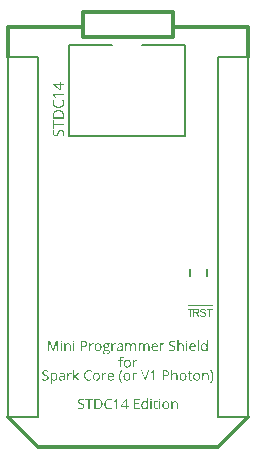
<source format=gto>
G04*
G04 #@! TF.GenerationSoftware,Altium Limited,Altium Designer,20.1.11 (218)*
G04*
G04 Layer_Color=65535*
%FSAX25Y25*%
%MOIN*%
G70*
G04*
G04 #@! TF.SameCoordinates,33997834-81F2-4769-9C1A-FA938185F8BD*
G04*
G04*
G04 #@! TF.FilePolarity,Positive*
G04*
G01*
G75*
%ADD10C,0.00400*%
%ADD11C,0.01200*%
%ADD12C,0.00800*%
%ADD13C,0.00787*%
%ADD14C,0.00500*%
G36*
X0064641Y0035585D02*
X0064664Y0035581D01*
X0064713Y0035563D01*
X0064740Y0035549D01*
X0064767Y0035527D01*
X0064772Y0035522D01*
X0064776Y0035513D01*
X0064790Y0035500D01*
X0064803Y0035477D01*
X0064812Y0035450D01*
X0064826Y0035419D01*
X0064830Y0035378D01*
X0064835Y0035333D01*
Y0035328D01*
Y0035310D01*
X0064830Y0035288D01*
X0064826Y0035261D01*
X0064817Y0035229D01*
X0064808Y0035198D01*
X0064790Y0035166D01*
X0064767Y0035139D01*
X0064763Y0035135D01*
X0064754Y0035130D01*
X0064740Y0035121D01*
X0064722Y0035107D01*
X0064673Y0035085D01*
X0064641Y0035080D01*
X0064609Y0035076D01*
X0064591D01*
X0064573Y0035080D01*
X0064551Y0035085D01*
X0064497Y0035103D01*
X0064470Y0035116D01*
X0064443Y0035139D01*
X0064438Y0035144D01*
X0064434Y0035153D01*
X0064425Y0035166D01*
X0064411Y0035189D01*
X0064398Y0035216D01*
X0064389Y0035247D01*
X0064384Y0035288D01*
X0064380Y0035333D01*
Y0035337D01*
Y0035355D01*
X0064384Y0035378D01*
X0064389Y0035405D01*
X0064407Y0035468D01*
X0064420Y0035500D01*
X0064443Y0035527D01*
X0064447Y0035531D01*
X0064456Y0035536D01*
X0064470Y0035545D01*
X0064488Y0035558D01*
X0064515Y0035572D01*
X0064542Y0035581D01*
X0064573Y0035585D01*
X0064609Y0035590D01*
X0064623D01*
X0064641Y0035585D01*
D02*
G37*
G36*
X0027001Y0035585D02*
X0027023Y0035581D01*
X0027073Y0035563D01*
X0027100Y0035549D01*
X0027127Y0035527D01*
X0027131Y0035522D01*
X0027136Y0035513D01*
X0027149Y0035500D01*
X0027163Y0035477D01*
X0027172Y0035450D01*
X0027185Y0035419D01*
X0027190Y0035378D01*
X0027194Y0035333D01*
Y0035328D01*
Y0035310D01*
X0027190Y0035288D01*
X0027185Y0035261D01*
X0027176Y0035229D01*
X0027167Y0035198D01*
X0027149Y0035166D01*
X0027127Y0035139D01*
X0027122Y0035135D01*
X0027113Y0035130D01*
X0027100Y0035121D01*
X0027082Y0035107D01*
X0027032Y0035085D01*
X0027001Y0035080D01*
X0026969Y0035076D01*
X0026951D01*
X0026933Y0035080D01*
X0026910Y0035085D01*
X0026856Y0035103D01*
X0026829Y0035116D01*
X0026802Y0035139D01*
X0026798Y0035144D01*
X0026793Y0035153D01*
X0026784Y0035166D01*
X0026771Y0035189D01*
X0026757Y0035216D01*
X0026748Y0035247D01*
X0026744Y0035288D01*
X0026739Y0035333D01*
Y0035337D01*
Y0035355D01*
X0026744Y0035378D01*
X0026748Y0035405D01*
X0026766Y0035468D01*
X0026780Y0035500D01*
X0026802Y0035527D01*
X0026807Y0035531D01*
X0026816Y0035536D01*
X0026829Y0035545D01*
X0026847Y0035558D01*
X0026874Y0035572D01*
X0026901Y0035581D01*
X0026933Y0035585D01*
X0026969Y0035590D01*
X0026983D01*
X0027001Y0035585D01*
D02*
G37*
G36*
X0022869D02*
X0022892Y0035581D01*
X0022942Y0035563D01*
X0022969Y0035549D01*
X0022996Y0035527D01*
X0023000Y0035522D01*
X0023005Y0035513D01*
X0023018Y0035500D01*
X0023032Y0035477D01*
X0023041Y0035450D01*
X0023054Y0035419D01*
X0023059Y0035378D01*
X0023063Y0035333D01*
Y0035328D01*
Y0035310D01*
X0023059Y0035288D01*
X0023054Y0035261D01*
X0023045Y0035229D01*
X0023036Y0035198D01*
X0023018Y0035166D01*
X0022996Y0035139D01*
X0022991Y0035135D01*
X0022982Y0035130D01*
X0022969Y0035121D01*
X0022951Y0035107D01*
X0022901Y0035085D01*
X0022869Y0035080D01*
X0022838Y0035076D01*
X0022820D01*
X0022802Y0035080D01*
X0022779Y0035085D01*
X0022725Y0035103D01*
X0022698Y0035116D01*
X0022671Y0035139D01*
X0022667Y0035144D01*
X0022662Y0035153D01*
X0022653Y0035166D01*
X0022639Y0035189D01*
X0022626Y0035216D01*
X0022617Y0035247D01*
X0022612Y0035288D01*
X0022608Y0035333D01*
Y0035337D01*
Y0035355D01*
X0022612Y0035378D01*
X0022617Y0035405D01*
X0022635Y0035468D01*
X0022648Y0035500D01*
X0022671Y0035527D01*
X0022675Y0035531D01*
X0022684Y0035536D01*
X0022698Y0035545D01*
X0022716Y0035558D01*
X0022743Y0035572D01*
X0022770Y0035581D01*
X0022802Y0035585D01*
X0022838Y0035590D01*
X0022851D01*
X0022869Y0035585D01*
D02*
G37*
G36*
X0059915Y0035536D02*
X0059960D01*
X0060009Y0035531D01*
X0060072Y0035527D01*
X0060136Y0035518D01*
X0060203Y0035509D01*
X0060280Y0035495D01*
X0060438Y0035459D01*
X0060600Y0035414D01*
X0060763Y0035351D01*
X0060641Y0035008D01*
X0060636D01*
X0060623Y0035017D01*
X0060600Y0035026D01*
X0060568Y0035035D01*
X0060532Y0035049D01*
X0060487Y0035067D01*
X0060433Y0035080D01*
X0060379Y0035098D01*
X0060321Y0035116D01*
X0060253Y0035130D01*
X0060118Y0035162D01*
X0059969Y0035180D01*
X0059820Y0035189D01*
X0059766D01*
X0059743Y0035184D01*
X0059712Y0035180D01*
X0059640Y0035171D01*
X0059563Y0035153D01*
X0059482Y0035130D01*
X0059400Y0035094D01*
X0059328Y0035049D01*
X0059319Y0035044D01*
X0059301Y0035026D01*
X0059274Y0034995D01*
X0059243Y0034950D01*
X0059206Y0034900D01*
X0059179Y0034832D01*
X0059161Y0034760D01*
X0059152Y0034675D01*
Y0034666D01*
Y0034647D01*
X0059157Y0034611D01*
X0059161Y0034571D01*
X0059166Y0034526D01*
X0059179Y0034481D01*
X0059193Y0034431D01*
X0059215Y0034386D01*
X0059220Y0034381D01*
X0059229Y0034368D01*
X0059247Y0034345D01*
X0059270Y0034318D01*
X0059301Y0034287D01*
X0059337Y0034251D01*
X0059382Y0034214D01*
X0059437Y0034178D01*
X0059446Y0034174D01*
X0059464Y0034160D01*
X0059504Y0034142D01*
X0059554Y0034115D01*
X0059621Y0034088D01*
X0059703Y0034052D01*
X0059797Y0034012D01*
X0059910Y0033971D01*
X0059915D01*
X0059933Y0033962D01*
X0059960Y0033953D01*
X0059996Y0033939D01*
X0060041Y0033921D01*
X0060091Y0033899D01*
X0060145Y0033876D01*
X0060203Y0033849D01*
X0060325Y0033786D01*
X0060447Y0033718D01*
X0060505Y0033682D01*
X0060555Y0033642D01*
X0060605Y0033601D01*
X0060645Y0033560D01*
X0060650Y0033556D01*
X0060654Y0033551D01*
X0060663Y0033538D01*
X0060677Y0033520D01*
X0060690Y0033502D01*
X0060708Y0033475D01*
X0060749Y0033407D01*
X0060785Y0033326D01*
X0060817Y0033231D01*
X0060839Y0033119D01*
X0060848Y0033055D01*
Y0032992D01*
Y0032988D01*
Y0032974D01*
Y0032952D01*
X0060844Y0032920D01*
X0060839Y0032879D01*
X0060830Y0032839D01*
X0060821Y0032789D01*
X0060808Y0032740D01*
X0060790Y0032681D01*
X0060767Y0032627D01*
X0060740Y0032568D01*
X0060708Y0032510D01*
X0060672Y0032451D01*
X0060627Y0032397D01*
X0060577Y0032343D01*
X0060519Y0032293D01*
X0060514Y0032289D01*
X0060505Y0032284D01*
X0060487Y0032271D01*
X0060460Y0032253D01*
X0060429Y0032235D01*
X0060388Y0032217D01*
X0060338Y0032194D01*
X0060289Y0032171D01*
X0060226Y0032144D01*
X0060163Y0032122D01*
X0060091Y0032104D01*
X0060009Y0032086D01*
X0059928Y0032068D01*
X0059838Y0032054D01*
X0059739Y0032050D01*
X0059640Y0032045D01*
X0059581D01*
X0059540Y0032050D01*
X0059491D01*
X0059432Y0032054D01*
X0059364Y0032059D01*
X0059297Y0032063D01*
X0059143Y0032081D01*
X0058990Y0032108D01*
X0058841Y0032149D01*
X0058769Y0032171D01*
X0058706Y0032199D01*
Y0032582D01*
X0058710D01*
X0058715Y0032577D01*
X0058742Y0032568D01*
X0058787Y0032550D01*
X0058841Y0032532D01*
X0058909Y0032510D01*
X0058986Y0032487D01*
X0059071Y0032465D01*
X0059161Y0032442D01*
X0059175D01*
X0059184Y0032438D01*
X0059202Y0032433D01*
X0059252Y0032429D01*
X0059315Y0032419D01*
X0059391Y0032410D01*
X0059473Y0032401D01*
X0059563Y0032397D01*
X0059653Y0032392D01*
X0059689D01*
X0059716Y0032397D01*
X0059752D01*
X0059788Y0032401D01*
X0059874Y0032410D01*
X0059969Y0032429D01*
X0060068Y0032456D01*
X0060163Y0032492D01*
X0060203Y0032514D01*
X0060244Y0032541D01*
X0060248D01*
X0060253Y0032550D01*
X0060275Y0032568D01*
X0060307Y0032604D01*
X0060347Y0032649D01*
X0060384Y0032708D01*
X0060415Y0032780D01*
X0060438Y0032862D01*
X0060447Y0032907D01*
Y0032956D01*
Y0032965D01*
Y0032988D01*
X0060442Y0033019D01*
X0060438Y0033060D01*
X0060429Y0033105D01*
X0060415Y0033150D01*
X0060397Y0033200D01*
X0060375Y0033245D01*
X0060370Y0033249D01*
X0060361Y0033263D01*
X0060343Y0033285D01*
X0060321Y0033312D01*
X0060289Y0033344D01*
X0060248Y0033380D01*
X0060199Y0033416D01*
X0060140Y0033452D01*
X0060131Y0033457D01*
X0060109Y0033470D01*
X0060068Y0033488D01*
X0060014Y0033515D01*
X0059942Y0033547D01*
X0059856Y0033588D01*
X0059752Y0033628D01*
X0059635Y0033669D01*
X0059630D01*
X0059612Y0033678D01*
X0059590Y0033687D01*
X0059558Y0033700D01*
X0059518Y0033714D01*
X0059473Y0033736D01*
X0059423Y0033759D01*
X0059369Y0033781D01*
X0059261Y0033840D01*
X0059148Y0033912D01*
X0059040Y0033989D01*
X0058995Y0034030D01*
X0058954Y0034070D01*
Y0034075D01*
X0058945Y0034079D01*
X0058936Y0034093D01*
X0058922Y0034111D01*
X0058909Y0034138D01*
X0058891Y0034165D01*
X0058873Y0034196D01*
X0058855Y0034233D01*
X0058814Y0034323D01*
X0058783Y0034426D01*
X0058760Y0034544D01*
X0058755Y0034611D01*
X0058751Y0034679D01*
Y0034683D01*
Y0034697D01*
Y0034715D01*
X0058755Y0034742D01*
X0058760Y0034778D01*
X0058764Y0034814D01*
X0058787Y0034905D01*
X0058823Y0035004D01*
X0058846Y0035058D01*
X0058873Y0035107D01*
X0058909Y0035162D01*
X0058949Y0035211D01*
X0058995Y0035261D01*
X0059044Y0035306D01*
X0059049Y0035310D01*
X0059058Y0035315D01*
X0059076Y0035328D01*
X0059098Y0035342D01*
X0059130Y0035360D01*
X0059166Y0035378D01*
X0059206Y0035401D01*
X0059256Y0035423D01*
X0059306Y0035446D01*
X0059369Y0035468D01*
X0059432Y0035486D01*
X0059500Y0035504D01*
X0059576Y0035518D01*
X0059658Y0035531D01*
X0059739Y0035536D01*
X0059829Y0035540D01*
X0059878D01*
X0059915Y0035536D01*
D02*
G37*
G36*
X0071600Y0032090D02*
X0071284D01*
X0071235Y0032433D01*
X0071212D01*
X0071208Y0032429D01*
X0071199Y0032415D01*
X0071185Y0032397D01*
X0071162Y0032374D01*
X0071135Y0032343D01*
X0071099Y0032311D01*
X0071059Y0032275D01*
X0071014Y0032239D01*
X0070960Y0032203D01*
X0070901Y0032167D01*
X0070833Y0032135D01*
X0070761Y0032104D01*
X0070684Y0032081D01*
X0070599Y0032063D01*
X0070509Y0032050D01*
X0070409Y0032045D01*
X0070387D01*
X0070360Y0032050D01*
X0070328D01*
X0070283Y0032054D01*
X0070238Y0032063D01*
X0070184Y0032072D01*
X0070125Y0032086D01*
X0070062Y0032104D01*
X0069999Y0032126D01*
X0069936Y0032153D01*
X0069868Y0032190D01*
X0069805Y0032226D01*
X0069742Y0032271D01*
X0069683Y0032325D01*
X0069629Y0032383D01*
X0069625Y0032388D01*
X0069616Y0032401D01*
X0069602Y0032419D01*
X0069589Y0032447D01*
X0069566Y0032483D01*
X0069543Y0032523D01*
X0069516Y0032577D01*
X0069494Y0032636D01*
X0069467Y0032699D01*
X0069440Y0032771D01*
X0069417Y0032852D01*
X0069399Y0032938D01*
X0069381Y0033033D01*
X0069367Y0033137D01*
X0069358Y0033245D01*
X0069354Y0033358D01*
Y0033367D01*
Y0033385D01*
Y0033416D01*
X0069358Y0033461D01*
X0069363Y0033515D01*
X0069367Y0033574D01*
X0069376Y0033642D01*
X0069390Y0033718D01*
X0069422Y0033876D01*
X0069444Y0033957D01*
X0069471Y0034039D01*
X0069503Y0034115D01*
X0069543Y0034196D01*
X0069584Y0034269D01*
X0069634Y0034336D01*
X0069638Y0034341D01*
X0069647Y0034350D01*
X0069661Y0034368D01*
X0069683Y0034390D01*
X0069715Y0034417D01*
X0069746Y0034449D01*
X0069787Y0034481D01*
X0069837Y0034512D01*
X0069886Y0034544D01*
X0069945Y0034575D01*
X0070008Y0034607D01*
X0070080Y0034634D01*
X0070152Y0034657D01*
X0070234Y0034675D01*
X0070319Y0034683D01*
X0070409Y0034688D01*
X0070432D01*
X0070459Y0034683D01*
X0070495D01*
X0070540Y0034675D01*
X0070590Y0034670D01*
X0070644Y0034657D01*
X0070702Y0034643D01*
X0070766Y0034620D01*
X0070833Y0034598D01*
X0070901Y0034566D01*
X0070964Y0034530D01*
X0071032Y0034485D01*
X0071095Y0034435D01*
X0071153Y0034377D01*
X0071208Y0034309D01*
X0071239D01*
X0071221Y0034494D01*
X0071212Y0034670D01*
Y0035712D01*
X0071600D01*
Y0032090D01*
D02*
G37*
G36*
X0025129Y0034683D02*
X0025165D01*
X0025210Y0034675D01*
X0025260Y0034670D01*
X0025309Y0034661D01*
X0025422Y0034634D01*
X0025539Y0034593D01*
X0025594Y0034566D01*
X0025648Y0034539D01*
X0025697Y0034503D01*
X0025742Y0034462D01*
X0025747Y0034458D01*
X0025751Y0034453D01*
X0025765Y0034440D01*
X0025778Y0034422D01*
X0025796Y0034395D01*
X0025815Y0034368D01*
X0025837Y0034332D01*
X0025860Y0034291D01*
X0025882Y0034246D01*
X0025905Y0034192D01*
X0025923Y0034133D01*
X0025941Y0034070D01*
X0025954Y0034003D01*
X0025968Y0033926D01*
X0025972Y0033845D01*
X0025977Y0033754D01*
Y0032090D01*
X0025594D01*
Y0033736D01*
Y0033741D01*
Y0033750D01*
Y0033768D01*
Y0033786D01*
X0025589Y0033813D01*
X0025585Y0033845D01*
X0025575Y0033912D01*
X0025557Y0033989D01*
X0025535Y0034066D01*
X0025499Y0034138D01*
X0025449Y0034201D01*
X0025445Y0034210D01*
X0025422Y0034228D01*
X0025390Y0034251D01*
X0025341Y0034282D01*
X0025278Y0034309D01*
X0025206Y0034336D01*
X0025111Y0034354D01*
X0025007Y0034359D01*
X0024971D01*
X0024939Y0034354D01*
X0024908D01*
X0024872Y0034350D01*
X0024782Y0034332D01*
X0024687Y0034305D01*
X0024588Y0034269D01*
X0024498Y0034214D01*
X0024452Y0034178D01*
X0024416Y0034142D01*
Y0034138D01*
X0024407Y0034133D01*
X0024398Y0034120D01*
X0024389Y0034102D01*
X0024376Y0034079D01*
X0024358Y0034048D01*
X0024340Y0034012D01*
X0024326Y0033971D01*
X0024308Y0033926D01*
X0024290Y0033872D01*
X0024277Y0033813D01*
X0024259Y0033750D01*
X0024250Y0033678D01*
X0024240Y0033601D01*
X0024231Y0033515D01*
Y0033425D01*
Y0032090D01*
X0023844D01*
Y0034643D01*
X0024159D01*
X0024222Y0034291D01*
X0024240D01*
X0024245Y0034300D01*
X0024263Y0034323D01*
X0024290Y0034359D01*
X0024326Y0034399D01*
X0024371Y0034444D01*
X0024430Y0034494D01*
X0024493Y0034544D01*
X0024570Y0034584D01*
X0024574D01*
X0024579Y0034589D01*
X0024592Y0034593D01*
X0024606Y0034602D01*
X0024651Y0034616D01*
X0024710Y0034638D01*
X0024782Y0034656D01*
X0024863Y0034670D01*
X0024953Y0034683D01*
X0025052Y0034688D01*
X0025097D01*
X0025129Y0034683D01*
D02*
G37*
G36*
X0051413Y0034683D02*
X0051449D01*
X0051490Y0034675D01*
X0051585Y0034661D01*
X0051688Y0034634D01*
X0051797Y0034593D01*
X0051851Y0034566D01*
X0051900Y0034539D01*
X0051950Y0034503D01*
X0051990Y0034462D01*
X0051995Y0034458D01*
X0051999Y0034453D01*
X0052008Y0034440D01*
X0052027Y0034422D01*
X0052040Y0034395D01*
X0052058Y0034368D01*
X0052081Y0034332D01*
X0052099Y0034291D01*
X0052121Y0034246D01*
X0052139Y0034192D01*
X0052157Y0034133D01*
X0052175Y0034070D01*
X0052189Y0034003D01*
X0052198Y0033926D01*
X0052202Y0033845D01*
X0052207Y0033755D01*
Y0032090D01*
X0051819D01*
Y0033745D01*
Y0033750D01*
Y0033759D01*
Y0033777D01*
Y0033795D01*
X0051815Y0033849D01*
X0051801Y0033917D01*
X0051788Y0033994D01*
X0051765Y0034070D01*
X0051733Y0034142D01*
X0051688Y0034205D01*
X0051684Y0034210D01*
X0051666Y0034228D01*
X0051634Y0034255D01*
X0051589Y0034282D01*
X0051535Y0034309D01*
X0051463Y0034336D01*
X0051382Y0034354D01*
X0051287Y0034359D01*
X0051251D01*
X0051228Y0034354D01*
X0051197D01*
X0051165Y0034350D01*
X0051084Y0034332D01*
X0050998Y0034309D01*
X0050908Y0034273D01*
X0050822Y0034219D01*
X0050786Y0034187D01*
X0050750Y0034151D01*
Y0034147D01*
X0050741Y0034142D01*
X0050737Y0034129D01*
X0050723Y0034111D01*
X0050710Y0034088D01*
X0050696Y0034061D01*
X0050683Y0034030D01*
X0050665Y0033994D01*
X0050647Y0033953D01*
X0050633Y0033903D01*
X0050620Y0033854D01*
X0050606Y0033795D01*
X0050597Y0033732D01*
X0050588Y0033664D01*
X0050579Y0033588D01*
Y0033511D01*
Y0032090D01*
X0050195D01*
Y0033745D01*
Y0033750D01*
Y0033759D01*
Y0033777D01*
Y0033795D01*
X0050191Y0033849D01*
X0050178Y0033917D01*
X0050164Y0033994D01*
X0050141Y0034070D01*
X0050110Y0034142D01*
X0050065Y0034205D01*
X0050060Y0034210D01*
X0050042Y0034228D01*
X0050011Y0034255D01*
X0049966Y0034282D01*
X0049907Y0034309D01*
X0049835Y0034336D01*
X0049753Y0034354D01*
X0049654Y0034359D01*
X0049618D01*
X0049596Y0034354D01*
X0049564D01*
X0049532Y0034345D01*
X0049451Y0034332D01*
X0049366Y0034305D01*
X0049280Y0034264D01*
X0049235Y0034242D01*
X0049194Y0034210D01*
X0049158Y0034178D01*
X0049122Y0034138D01*
Y0034133D01*
X0049113Y0034129D01*
X0049109Y0034115D01*
X0049095Y0034097D01*
X0049082Y0034075D01*
X0049068Y0034043D01*
X0049055Y0034007D01*
X0049041Y0033966D01*
X0049023Y0033921D01*
X0049009Y0033867D01*
X0048996Y0033809D01*
X0048982Y0033745D01*
X0048969Y0033673D01*
X0048964Y0033597D01*
X0048955Y0033515D01*
Y0033425D01*
Y0032090D01*
X0048567D01*
Y0034643D01*
X0048883D01*
X0048946Y0034291D01*
X0048964D01*
X0048969Y0034300D01*
X0048982Y0034323D01*
X0049009Y0034354D01*
X0049046Y0034395D01*
X0049086Y0034444D01*
X0049140Y0034490D01*
X0049199Y0034539D01*
X0049271Y0034580D01*
X0049275D01*
X0049280Y0034584D01*
X0049307Y0034598D01*
X0049348Y0034616D01*
X0049402Y0034634D01*
X0049469Y0034652D01*
X0049546Y0034670D01*
X0049627Y0034683D01*
X0049718Y0034688D01*
X0049744D01*
X0049776Y0034683D01*
X0049812D01*
X0049862Y0034675D01*
X0049916Y0034666D01*
X0049979Y0034652D01*
X0050042Y0034634D01*
X0050105Y0034611D01*
X0050173Y0034580D01*
X0050241Y0034548D01*
X0050304Y0034503D01*
X0050362Y0034453D01*
X0050416Y0034395D01*
X0050462Y0034327D01*
X0050502Y0034251D01*
X0050520D01*
Y0034255D01*
X0050525Y0034260D01*
X0050543Y0034282D01*
X0050565Y0034323D01*
X0050606Y0034368D01*
X0050651Y0034417D01*
X0050705Y0034471D01*
X0050773Y0034526D01*
X0050849Y0034571D01*
X0050854D01*
X0050858Y0034575D01*
X0050872Y0034580D01*
X0050886Y0034589D01*
X0050931Y0034607D01*
X0050994Y0034629D01*
X0051066Y0034652D01*
X0051147Y0034670D01*
X0051242Y0034683D01*
X0051341Y0034688D01*
X0051382D01*
X0051413Y0034683D01*
D02*
G37*
G36*
X0046975D02*
X0047012D01*
X0047052Y0034675D01*
X0047147Y0034661D01*
X0047251Y0034634D01*
X0047359Y0034593D01*
X0047413Y0034566D01*
X0047462Y0034539D01*
X0047512Y0034503D01*
X0047553Y0034462D01*
X0047557Y0034458D01*
X0047562Y0034453D01*
X0047571Y0034440D01*
X0047589Y0034422D01*
X0047602Y0034395D01*
X0047620Y0034368D01*
X0047643Y0034332D01*
X0047661Y0034291D01*
X0047683Y0034246D01*
X0047701Y0034192D01*
X0047719Y0034133D01*
X0047738Y0034070D01*
X0047751Y0034003D01*
X0047760Y0033926D01*
X0047765Y0033845D01*
X0047769Y0033755D01*
Y0032090D01*
X0047381D01*
Y0033745D01*
Y0033750D01*
Y0033759D01*
Y0033777D01*
Y0033795D01*
X0047377Y0033849D01*
X0047363Y0033917D01*
X0047350Y0033994D01*
X0047327Y0034070D01*
X0047296Y0034142D01*
X0047251Y0034205D01*
X0047246Y0034210D01*
X0047228Y0034228D01*
X0047196Y0034255D01*
X0047151Y0034282D01*
X0047097Y0034309D01*
X0047025Y0034336D01*
X0046944Y0034354D01*
X0046849Y0034359D01*
X0046813D01*
X0046791Y0034354D01*
X0046759D01*
X0046727Y0034350D01*
X0046646Y0034332D01*
X0046560Y0034309D01*
X0046470Y0034273D01*
X0046385Y0034219D01*
X0046349Y0034187D01*
X0046312Y0034151D01*
Y0034147D01*
X0046303Y0034142D01*
X0046299Y0034129D01*
X0046285Y0034111D01*
X0046272Y0034088D01*
X0046258Y0034061D01*
X0046245Y0034030D01*
X0046227Y0033994D01*
X0046209Y0033953D01*
X0046195Y0033903D01*
X0046182Y0033854D01*
X0046168Y0033795D01*
X0046159Y0033732D01*
X0046150Y0033664D01*
X0046141Y0033588D01*
Y0033511D01*
Y0032090D01*
X0045758D01*
Y0033745D01*
Y0033750D01*
Y0033759D01*
Y0033777D01*
Y0033795D01*
X0045753Y0033849D01*
X0045740Y0033917D01*
X0045726Y0033994D01*
X0045704Y0034070D01*
X0045672Y0034142D01*
X0045627Y0034205D01*
X0045622Y0034210D01*
X0045604Y0034228D01*
X0045573Y0034255D01*
X0045528Y0034282D01*
X0045469Y0034309D01*
X0045397Y0034336D01*
X0045316Y0034354D01*
X0045217Y0034359D01*
X0045180D01*
X0045158Y0034354D01*
X0045126D01*
X0045095Y0034345D01*
X0045013Y0034332D01*
X0044928Y0034305D01*
X0044842Y0034264D01*
X0044797Y0034242D01*
X0044756Y0034210D01*
X0044720Y0034178D01*
X0044684Y0034138D01*
Y0034133D01*
X0044675Y0034129D01*
X0044671Y0034115D01*
X0044657Y0034097D01*
X0044644Y0034075D01*
X0044630Y0034043D01*
X0044617Y0034007D01*
X0044603Y0033966D01*
X0044585Y0033921D01*
X0044572Y0033867D01*
X0044558Y0033809D01*
X0044545Y0033745D01*
X0044531Y0033673D01*
X0044526Y0033597D01*
X0044517Y0033515D01*
Y0033425D01*
Y0032090D01*
X0044130D01*
Y0034643D01*
X0044445D01*
X0044508Y0034291D01*
X0044526D01*
X0044531Y0034300D01*
X0044545Y0034323D01*
X0044572Y0034354D01*
X0044608Y0034395D01*
X0044648Y0034444D01*
X0044702Y0034490D01*
X0044761Y0034539D01*
X0044833Y0034580D01*
X0044838D01*
X0044842Y0034584D01*
X0044869Y0034598D01*
X0044910Y0034616D01*
X0044964Y0034634D01*
X0045032Y0034652D01*
X0045108Y0034670D01*
X0045189Y0034683D01*
X0045280Y0034688D01*
X0045307D01*
X0045338Y0034683D01*
X0045374D01*
X0045424Y0034675D01*
X0045478Y0034666D01*
X0045541Y0034652D01*
X0045604Y0034634D01*
X0045667Y0034611D01*
X0045735Y0034580D01*
X0045803Y0034548D01*
X0045866Y0034503D01*
X0045924Y0034453D01*
X0045979Y0034395D01*
X0046024Y0034327D01*
X0046064Y0034251D01*
X0046082D01*
Y0034255D01*
X0046087Y0034260D01*
X0046105Y0034282D01*
X0046128Y0034323D01*
X0046168Y0034368D01*
X0046213Y0034417D01*
X0046267Y0034471D01*
X0046335Y0034526D01*
X0046412Y0034571D01*
X0046416D01*
X0046421Y0034575D01*
X0046434Y0034580D01*
X0046448Y0034589D01*
X0046493Y0034607D01*
X0046556Y0034629D01*
X0046628Y0034652D01*
X0046709Y0034670D01*
X0046804Y0034683D01*
X0046903Y0034688D01*
X0046944D01*
X0046975Y0034683D01*
D02*
G37*
G36*
X0056947D02*
X0056992Y0034679D01*
X0057046Y0034675D01*
X0057150Y0034657D01*
X0057096Y0034300D01*
X0057087D01*
X0057069Y0034305D01*
X0057042Y0034314D01*
X0057001Y0034318D01*
X0056960Y0034327D01*
X0056911Y0034332D01*
X0056816Y0034336D01*
X0056785D01*
X0056762Y0034332D01*
X0056739Y0034327D01*
X0056708Y0034323D01*
X0056631Y0034305D01*
X0056550Y0034273D01*
X0056460Y0034228D01*
X0056415Y0034201D01*
X0056370Y0034169D01*
X0056325Y0034129D01*
X0056284Y0034084D01*
X0056279Y0034079D01*
X0056275Y0034070D01*
X0056266Y0034057D01*
X0056252Y0034039D01*
X0056234Y0034016D01*
X0056216Y0033985D01*
X0056198Y0033948D01*
X0056176Y0033912D01*
X0056135Y0033818D01*
X0056104Y0033714D01*
X0056077Y0033592D01*
X0056072Y0033524D01*
X0056068Y0033457D01*
Y0032090D01*
X0055680D01*
Y0034643D01*
X0056000D01*
X0056045Y0034165D01*
X0056063D01*
Y0034169D01*
X0056068Y0034174D01*
X0056077Y0034187D01*
X0056090Y0034205D01*
X0056117Y0034251D01*
X0056158Y0034309D01*
X0056207Y0034372D01*
X0056266Y0034435D01*
X0056329Y0034499D01*
X0056401Y0034553D01*
X0056406D01*
X0056410Y0034557D01*
X0056437Y0034575D01*
X0056478Y0034598D01*
X0056532Y0034620D01*
X0056600Y0034647D01*
X0056672Y0034666D01*
X0056758Y0034683D01*
X0056843Y0034688D01*
X0056906D01*
X0056947Y0034683D01*
D02*
G37*
G36*
X0040797Y0034683D02*
X0040842Y0034679D01*
X0040896Y0034675D01*
X0041000Y0034656D01*
X0040946Y0034300D01*
X0040936D01*
X0040918Y0034305D01*
X0040891Y0034314D01*
X0040851Y0034318D01*
X0040810Y0034327D01*
X0040761Y0034332D01*
X0040666Y0034336D01*
X0040634D01*
X0040612Y0034332D01*
X0040589Y0034327D01*
X0040558Y0034323D01*
X0040481Y0034305D01*
X0040400Y0034273D01*
X0040310Y0034228D01*
X0040264Y0034201D01*
X0040219Y0034169D01*
X0040174Y0034129D01*
X0040134Y0034084D01*
X0040129Y0034079D01*
X0040125Y0034070D01*
X0040116Y0034057D01*
X0040102Y0034039D01*
X0040084Y0034016D01*
X0040066Y0033984D01*
X0040048Y0033948D01*
X0040025Y0033912D01*
X0039985Y0033818D01*
X0039953Y0033714D01*
X0039926Y0033592D01*
X0039922Y0033524D01*
X0039917Y0033457D01*
Y0032090D01*
X0039529D01*
Y0034643D01*
X0039850D01*
X0039895Y0034165D01*
X0039913D01*
Y0034169D01*
X0039917Y0034174D01*
X0039926Y0034187D01*
X0039940Y0034205D01*
X0039967Y0034251D01*
X0040007Y0034309D01*
X0040057Y0034372D01*
X0040116Y0034435D01*
X0040179Y0034499D01*
X0040251Y0034553D01*
X0040255D01*
X0040260Y0034557D01*
X0040287Y0034575D01*
X0040328Y0034598D01*
X0040382Y0034620D01*
X0040449Y0034647D01*
X0040522Y0034666D01*
X0040607Y0034683D01*
X0040693Y0034688D01*
X0040756D01*
X0040797Y0034683D01*
D02*
G37*
G36*
X0033355D02*
X0033400Y0034679D01*
X0033454Y0034675D01*
X0033558Y0034656D01*
X0033504Y0034300D01*
X0033495D01*
X0033477Y0034305D01*
X0033450Y0034314D01*
X0033409Y0034318D01*
X0033369Y0034327D01*
X0033319Y0034332D01*
X0033224Y0034336D01*
X0033193D01*
X0033170Y0034332D01*
X0033148Y0034327D01*
X0033116Y0034323D01*
X0033040Y0034305D01*
X0032958Y0034273D01*
X0032868Y0034228D01*
X0032823Y0034201D01*
X0032778Y0034169D01*
X0032733Y0034129D01*
X0032692Y0034084D01*
X0032688Y0034079D01*
X0032683Y0034070D01*
X0032674Y0034057D01*
X0032661Y0034039D01*
X0032643Y0034016D01*
X0032625Y0033984D01*
X0032607Y0033948D01*
X0032584Y0033912D01*
X0032543Y0033818D01*
X0032512Y0033714D01*
X0032485Y0033592D01*
X0032480Y0033524D01*
X0032476Y0033457D01*
Y0032090D01*
X0032088D01*
Y0034643D01*
X0032408D01*
X0032453Y0034165D01*
X0032471D01*
Y0034169D01*
X0032476Y0034174D01*
X0032485Y0034187D01*
X0032498Y0034205D01*
X0032525Y0034251D01*
X0032566Y0034309D01*
X0032616Y0034372D01*
X0032674Y0034435D01*
X0032737Y0034499D01*
X0032809Y0034553D01*
X0032814D01*
X0032818Y0034557D01*
X0032846Y0034575D01*
X0032886Y0034598D01*
X0032940Y0034620D01*
X0033008Y0034647D01*
X0033080Y0034666D01*
X0033166Y0034683D01*
X0033251Y0034688D01*
X0033315D01*
X0033355Y0034683D01*
D02*
G37*
G36*
X0037888D02*
X0037942Y0034679D01*
X0038001Y0034670D01*
X0038127Y0034643D01*
X0039006D01*
Y0034395D01*
X0038533Y0034341D01*
X0038537Y0034336D01*
X0038546Y0034327D01*
X0038555Y0034305D01*
X0038573Y0034282D01*
X0038591Y0034251D01*
X0038609Y0034214D01*
X0038632Y0034169D01*
X0038650Y0034124D01*
X0038654Y0034120D01*
X0038659Y0034102D01*
X0038668Y0034075D01*
X0038677Y0034039D01*
X0038686Y0033994D01*
X0038695Y0033944D01*
X0038704Y0033890D01*
Y0033831D01*
Y0033827D01*
Y0033813D01*
Y0033795D01*
X0038699Y0033768D01*
X0038695Y0033736D01*
X0038691Y0033700D01*
X0038673Y0033615D01*
X0038641Y0033520D01*
X0038623Y0033470D01*
X0038596Y0033421D01*
X0038564Y0033371D01*
X0038533Y0033321D01*
X0038492Y0033276D01*
X0038447Y0033231D01*
X0038443Y0033227D01*
X0038433Y0033222D01*
X0038420Y0033213D01*
X0038402Y0033195D01*
X0038375Y0033182D01*
X0038343Y0033164D01*
X0038307Y0033141D01*
X0038262Y0033123D01*
X0038217Y0033101D01*
X0038163Y0033083D01*
X0038104Y0033060D01*
X0038041Y0033046D01*
X0037973Y0033033D01*
X0037901Y0033019D01*
X0037825Y0033015D01*
X0037743Y0033010D01*
X0037703D01*
X0037676Y0033015D01*
X0037644D01*
X0037608Y0033019D01*
X0037531Y0033028D01*
X0037527D01*
X0037522Y0033024D01*
X0037491Y0033006D01*
X0037455Y0032979D01*
X0037410Y0032938D01*
X0037360Y0032888D01*
X0037324Y0032834D01*
X0037292Y0032771D01*
X0037288Y0032735D01*
X0037283Y0032699D01*
Y0032695D01*
Y0032681D01*
X0037288Y0032663D01*
X0037292Y0032640D01*
X0037306Y0032618D01*
X0037319Y0032591D01*
X0037342Y0032568D01*
X0037369Y0032546D01*
X0037374D01*
X0037387Y0032537D01*
X0037405Y0032532D01*
X0037437Y0032523D01*
X0037477Y0032514D01*
X0037527Y0032505D01*
X0037590Y0032501D01*
X0037662Y0032496D01*
X0038158D01*
X0038185Y0032492D01*
X0038221D01*
X0038258Y0032487D01*
X0038352Y0032474D01*
X0038451Y0032456D01*
X0038555Y0032424D01*
X0038659Y0032379D01*
X0038749Y0032320D01*
X0038754D01*
X0038758Y0032311D01*
X0038785Y0032289D01*
X0038821Y0032248D01*
X0038862Y0032190D01*
X0038903Y0032122D01*
X0038939Y0032032D01*
X0038966Y0031932D01*
X0038970Y0031874D01*
X0038975Y0031815D01*
Y0031811D01*
Y0031797D01*
Y0031775D01*
X0038970Y0031747D01*
X0038966Y0031711D01*
X0038957Y0031671D01*
X0038934Y0031576D01*
X0038916Y0031526D01*
X0038889Y0031472D01*
X0038862Y0031418D01*
X0038830Y0031364D01*
X0038790Y0031310D01*
X0038745Y0031260D01*
X0038691Y0031215D01*
X0038632Y0031170D01*
X0038627Y0031166D01*
X0038618Y0031161D01*
X0038596Y0031148D01*
X0038569Y0031134D01*
X0038533Y0031116D01*
X0038492Y0031098D01*
X0038438Y0031080D01*
X0038384Y0031058D01*
X0038316Y0031035D01*
X0038244Y0031017D01*
X0038163Y0030999D01*
X0038073Y0030981D01*
X0037978Y0030967D01*
X0037874Y0030954D01*
X0037762Y0030949D01*
X0037644Y0030945D01*
X0037595D01*
X0037563Y0030949D01*
X0037518D01*
X0037473Y0030954D01*
X0037419Y0030963D01*
X0037360Y0030967D01*
X0037238Y0030990D01*
X0037108Y0031026D01*
X0036986Y0031071D01*
X0036927Y0031103D01*
X0036873Y0031134D01*
X0036869Y0031139D01*
X0036859Y0031143D01*
X0036846Y0031152D01*
X0036832Y0031170D01*
X0036787Y0031211D01*
X0036738Y0031269D01*
X0036688Y0031346D01*
X0036643Y0031436D01*
X0036629Y0031486D01*
X0036616Y0031540D01*
X0036607Y0031599D01*
X0036602Y0031662D01*
Y0031666D01*
Y0031671D01*
Y0031684D01*
X0036607Y0031702D01*
X0036611Y0031743D01*
X0036620Y0031797D01*
X0036639Y0031860D01*
X0036665Y0031928D01*
X0036702Y0031995D01*
X0036751Y0032063D01*
X0036760Y0032072D01*
X0036778Y0032090D01*
X0036814Y0032117D01*
X0036859Y0032153D01*
X0036918Y0032190D01*
X0036990Y0032230D01*
X0037076Y0032262D01*
X0037171Y0032289D01*
X0037166Y0032293D01*
X0037153Y0032298D01*
X0037135Y0032307D01*
X0037112Y0032325D01*
X0037058Y0032365D01*
X0037004Y0032424D01*
X0036999Y0032429D01*
X0036995Y0032442D01*
X0036981Y0032460D01*
X0036972Y0032487D01*
X0036959Y0032519D01*
X0036945Y0032555D01*
X0036941Y0032595D01*
X0036936Y0032640D01*
Y0032645D01*
Y0032663D01*
X0036941Y0032690D01*
X0036945Y0032722D01*
X0036954Y0032762D01*
X0036968Y0032803D01*
X0036986Y0032843D01*
X0037008Y0032884D01*
X0037013Y0032888D01*
X0037022Y0032902D01*
X0037040Y0032925D01*
X0037067Y0032952D01*
X0037099Y0032983D01*
X0037144Y0033019D01*
X0037189Y0033055D01*
X0037247Y0033092D01*
X0037238Y0033096D01*
X0037216Y0033110D01*
X0037180Y0033128D01*
X0037135Y0033155D01*
X0037080Y0033195D01*
X0037026Y0033240D01*
X0036972Y0033299D01*
X0036923Y0033367D01*
Y0033371D01*
X0036918Y0033376D01*
X0036905Y0033403D01*
X0036882Y0033443D01*
X0036864Y0033497D01*
X0036841Y0033560D01*
X0036819Y0033637D01*
X0036805Y0033723D01*
X0036801Y0033813D01*
Y0033818D01*
Y0033831D01*
Y0033854D01*
X0036805Y0033881D01*
X0036810Y0033917D01*
X0036814Y0033957D01*
X0036832Y0034052D01*
X0036859Y0034156D01*
X0036905Y0034264D01*
X0036936Y0034314D01*
X0036968Y0034368D01*
X0037004Y0034413D01*
X0037049Y0034458D01*
X0037053Y0034462D01*
X0037062Y0034467D01*
X0037076Y0034481D01*
X0037094Y0034494D01*
X0037121Y0034512D01*
X0037153Y0034530D01*
X0037189Y0034553D01*
X0037234Y0034575D01*
X0037283Y0034593D01*
X0037333Y0034616D01*
X0037396Y0034634D01*
X0037459Y0034652D01*
X0037527Y0034666D01*
X0037604Y0034679D01*
X0037680Y0034683D01*
X0037766Y0034688D01*
X0037838D01*
X0037888Y0034683D01*
D02*
G37*
G36*
X0021760Y0032090D02*
X0021368D01*
Y0034282D01*
Y0034287D01*
Y0034300D01*
Y0034318D01*
Y0034350D01*
Y0034386D01*
Y0034426D01*
X0021372Y0034471D01*
Y0034526D01*
Y0034584D01*
X0021377Y0034647D01*
X0021381Y0034787D01*
X0021390Y0034941D01*
X0021399Y0035103D01*
X0021381D01*
X0020218Y0032090D01*
X0019897D01*
X0018743Y0035107D01*
X0018725D01*
Y0035103D01*
Y0035089D01*
X0018729Y0035071D01*
Y0035044D01*
X0018734Y0035008D01*
Y0034968D01*
X0018738Y0034918D01*
X0018743Y0034864D01*
Y0034805D01*
X0018747Y0034742D01*
Y0034670D01*
X0018752Y0034598D01*
X0018756Y0034431D01*
Y0034255D01*
Y0032090D01*
X0018391D01*
Y0035495D01*
X0018986D01*
X0020064Y0032686D01*
X0020082D01*
X0021169Y0035495D01*
X0021760D01*
Y0032090D01*
D02*
G37*
G36*
X0068678Y0032090D02*
X0068290D01*
Y0035712D01*
X0068678D01*
Y0032090D01*
D02*
G37*
G36*
X0064799D02*
X0064411D01*
Y0034643D01*
X0064799D01*
Y0032090D01*
D02*
G37*
G36*
X0061872Y0034616D02*
Y0034607D01*
Y0034584D01*
Y0034548D01*
Y0034499D01*
X0061867Y0034449D01*
X0061863Y0034395D01*
X0061858Y0034336D01*
X0061854Y0034287D01*
X0061876D01*
X0061881Y0034296D01*
X0061899Y0034318D01*
X0061922Y0034350D01*
X0061958Y0034390D01*
X0062007Y0034440D01*
X0062061Y0034485D01*
X0062125Y0034535D01*
X0062201Y0034575D01*
X0062206D01*
X0062210Y0034580D01*
X0062224Y0034584D01*
X0062237Y0034593D01*
X0062282Y0034611D01*
X0062341Y0034629D01*
X0062413Y0034647D01*
X0062494Y0034666D01*
X0062585Y0034679D01*
X0062684Y0034683D01*
X0062729D01*
X0062760Y0034679D01*
X0062801D01*
X0062846Y0034670D01*
X0062896Y0034666D01*
X0062945Y0034657D01*
X0063063Y0034629D01*
X0063175Y0034589D01*
X0063234Y0034562D01*
X0063288Y0034535D01*
X0063338Y0034499D01*
X0063383Y0034458D01*
X0063387Y0034453D01*
X0063392Y0034449D01*
X0063405Y0034435D01*
X0063419Y0034417D01*
X0063437Y0034390D01*
X0063455Y0034363D01*
X0063477Y0034327D01*
X0063500Y0034287D01*
X0063523Y0034242D01*
X0063545Y0034187D01*
X0063563Y0034133D01*
X0063581Y0034070D01*
X0063595Y0033998D01*
X0063608Y0033921D01*
X0063613Y0033840D01*
X0063617Y0033755D01*
Y0032090D01*
X0063234D01*
Y0033736D01*
Y0033741D01*
Y0033750D01*
Y0033768D01*
Y0033786D01*
X0063229Y0033813D01*
X0063225Y0033845D01*
X0063216Y0033912D01*
X0063198Y0033989D01*
X0063175Y0034066D01*
X0063139Y0034138D01*
X0063090Y0034201D01*
X0063085Y0034210D01*
X0063063Y0034228D01*
X0063031Y0034251D01*
X0062981Y0034282D01*
X0062918Y0034309D01*
X0062846Y0034336D01*
X0062751Y0034354D01*
X0062648Y0034359D01*
X0062607D01*
X0062580Y0034354D01*
X0062548D01*
X0062508Y0034345D01*
X0062422Y0034332D01*
X0062323Y0034305D01*
X0062228Y0034264D01*
X0062179Y0034242D01*
X0062134Y0034210D01*
X0062093Y0034178D01*
X0062057Y0034138D01*
Y0034133D01*
X0062048Y0034129D01*
X0062039Y0034115D01*
X0062030Y0034097D01*
X0062016Y0034075D01*
X0061998Y0034043D01*
X0061980Y0034007D01*
X0061967Y0033966D01*
X0061949Y0033921D01*
X0061931Y0033867D01*
X0061917Y0033809D01*
X0061899Y0033745D01*
X0061890Y0033673D01*
X0061881Y0033597D01*
X0061872Y0033511D01*
Y0033421D01*
Y0032090D01*
X0061484D01*
Y0035712D01*
X0061872D01*
Y0034616D01*
D02*
G37*
G36*
X0042515Y0034679D02*
X0042551D01*
X0042596Y0034675D01*
X0042641Y0034666D01*
X0042695Y0034656D01*
X0042804Y0034634D01*
X0042916Y0034598D01*
X0043025Y0034548D01*
X0043070Y0034517D01*
X0043115Y0034481D01*
X0043119D01*
X0043124Y0034471D01*
X0043137Y0034458D01*
X0043151Y0034440D01*
X0043164Y0034422D01*
X0043187Y0034395D01*
X0043205Y0034359D01*
X0043228Y0034323D01*
X0043246Y0034282D01*
X0043268Y0034233D01*
X0043286Y0034178D01*
X0043300Y0034120D01*
X0043318Y0034057D01*
X0043327Y0033989D01*
X0043331Y0033912D01*
X0043336Y0033831D01*
Y0032090D01*
X0043047D01*
X0042970Y0032451D01*
X0042952D01*
Y0032447D01*
X0042943Y0032442D01*
X0042921Y0032410D01*
X0042885Y0032370D01*
X0042835Y0032320D01*
X0042777Y0032266D01*
X0042713Y0032212D01*
X0042646Y0032167D01*
X0042574Y0032126D01*
X0042565Y0032122D01*
X0042538Y0032113D01*
X0042497Y0032099D01*
X0042443Y0032086D01*
X0042375Y0032072D01*
X0042294Y0032059D01*
X0042204Y0032050D01*
X0042100Y0032045D01*
X0042064D01*
X0042037Y0032050D01*
X0042005D01*
X0041969Y0032054D01*
X0041884Y0032068D01*
X0041789Y0032095D01*
X0041690Y0032126D01*
X0041590Y0032176D01*
X0041545Y0032203D01*
X0041505Y0032239D01*
X0041500Y0032244D01*
X0041496Y0032248D01*
X0041473Y0032275D01*
X0041437Y0032320D01*
X0041396Y0032383D01*
X0041356Y0032460D01*
X0041324Y0032555D01*
X0041297Y0032667D01*
X0041293Y0032726D01*
X0041288Y0032794D01*
Y0032798D01*
Y0032803D01*
X0041293Y0032825D01*
X0041297Y0032866D01*
X0041306Y0032916D01*
X0041324Y0032974D01*
X0041351Y0033042D01*
X0041392Y0033110D01*
X0041442Y0033186D01*
X0041509Y0033258D01*
X0041545Y0033294D01*
X0041590Y0033331D01*
X0041636Y0033367D01*
X0041690Y0033398D01*
X0041748Y0033430D01*
X0041811Y0033461D01*
X0041879Y0033488D01*
X0041951Y0033515D01*
X0042032Y0033538D01*
X0042118Y0033556D01*
X0042208Y0033574D01*
X0042307Y0033588D01*
X0042411Y0033597D01*
X0042524Y0033601D01*
X0042957Y0033619D01*
Y0033777D01*
Y0033781D01*
Y0033790D01*
Y0033804D01*
Y0033827D01*
X0042952Y0033881D01*
X0042939Y0033944D01*
X0042925Y0034016D01*
X0042903Y0034088D01*
X0042871Y0034160D01*
X0042826Y0034219D01*
X0042822Y0034223D01*
X0042804Y0034242D01*
X0042772Y0034264D01*
X0042727Y0034291D01*
X0042673Y0034318D01*
X0042601Y0034341D01*
X0042515Y0034359D01*
X0042416Y0034363D01*
X0042384D01*
X0042362Y0034359D01*
X0042330D01*
X0042294Y0034354D01*
X0042253Y0034345D01*
X0042204Y0034341D01*
X0042154Y0034327D01*
X0042100Y0034314D01*
X0041978Y0034278D01*
X0041838Y0034233D01*
X0041766Y0034201D01*
X0041694Y0034165D01*
X0041577Y0034462D01*
X0041586Y0034467D01*
X0041609Y0034481D01*
X0041649Y0034499D01*
X0041699Y0034521D01*
X0041757Y0034548D01*
X0041829Y0034575D01*
X0041906Y0034602D01*
X0041987Y0034625D01*
X0041992D01*
X0041996Y0034629D01*
X0042010D01*
X0042028Y0034634D01*
X0042068Y0034643D01*
X0042127Y0034656D01*
X0042195Y0034666D01*
X0042271Y0034675D01*
X0042353Y0034679D01*
X0042438Y0034683D01*
X0042483D01*
X0042515Y0034679D01*
D02*
G37*
G36*
X0030243Y0035491D02*
X0030275D01*
X0030315Y0035486D01*
X0030356Y0035482D01*
X0030451Y0035464D01*
X0030559Y0035441D01*
X0030676Y0035414D01*
X0030793Y0035373D01*
X0030911Y0035319D01*
X0031028Y0035252D01*
X0031136Y0035175D01*
X0031231Y0035076D01*
X0031272Y0035022D01*
X0031312Y0034963D01*
X0031348Y0034900D01*
X0031375Y0034832D01*
X0031398Y0034756D01*
X0031416Y0034679D01*
X0031425Y0034593D01*
X0031429Y0034503D01*
Y0034499D01*
Y0034481D01*
Y0034453D01*
X0031425Y0034417D01*
X0031420Y0034372D01*
X0031411Y0034323D01*
X0031398Y0034269D01*
X0031384Y0034210D01*
X0031366Y0034147D01*
X0031344Y0034079D01*
X0031317Y0034016D01*
X0031281Y0033948D01*
X0031240Y0033881D01*
X0031195Y0033818D01*
X0031141Y0033759D01*
X0031078Y0033705D01*
X0031073Y0033700D01*
X0031060Y0033691D01*
X0031042Y0033678D01*
X0031014Y0033664D01*
X0030978Y0033642D01*
X0030933Y0033619D01*
X0030879Y0033592D01*
X0030821Y0033569D01*
X0030753Y0033542D01*
X0030676Y0033515D01*
X0030595Y0033493D01*
X0030505Y0033475D01*
X0030406Y0033457D01*
X0030302Y0033443D01*
X0030189Y0033434D01*
X0030072Y0033430D01*
X0029671D01*
Y0032090D01*
X0029274D01*
Y0035495D01*
X0030212D01*
X0030243Y0035491D01*
D02*
G37*
G36*
X0027158Y0032090D02*
X0026771D01*
Y0034643D01*
X0027158D01*
Y0032090D01*
D02*
G37*
G36*
X0023027D02*
X0022639D01*
Y0034643D01*
X0023027D01*
Y0032090D01*
D02*
G37*
G36*
X0066675Y0034683D02*
X0066716Y0034679D01*
X0066761Y0034670D01*
X0066810Y0034661D01*
X0066869Y0034647D01*
X0066928Y0034629D01*
X0066991Y0034611D01*
X0067054Y0034584D01*
X0067117Y0034553D01*
X0067180Y0034517D01*
X0067239Y0034471D01*
X0067297Y0034426D01*
X0067352Y0034368D01*
X0067356Y0034363D01*
X0067365Y0034354D01*
X0067379Y0034336D01*
X0067397Y0034309D01*
X0067415Y0034278D01*
X0067442Y0034242D01*
X0067464Y0034196D01*
X0067491Y0034147D01*
X0067518Y0034088D01*
X0067541Y0034025D01*
X0067568Y0033957D01*
X0067586Y0033885D01*
X0067604Y0033804D01*
X0067618Y0033723D01*
X0067627Y0033633D01*
X0067631Y0033538D01*
Y0033294D01*
X0065877D01*
Y0033290D01*
Y0033276D01*
X0065881Y0033249D01*
Y0033222D01*
X0065886Y0033182D01*
X0065890Y0033141D01*
X0065899Y0033092D01*
X0065908Y0033042D01*
X0065935Y0032929D01*
X0065976Y0032816D01*
X0066030Y0032708D01*
X0066066Y0032658D01*
X0066102Y0032613D01*
X0066107Y0032609D01*
X0066111Y0032604D01*
X0066125Y0032591D01*
X0066143Y0032577D01*
X0066165Y0032559D01*
X0066193Y0032541D01*
X0066224Y0032519D01*
X0066260Y0032501D01*
X0066301Y0032478D01*
X0066346Y0032456D01*
X0066450Y0032419D01*
X0066571Y0032392D01*
X0066635Y0032388D01*
X0066707Y0032383D01*
X0066747D01*
X0066779Y0032388D01*
X0066815D01*
X0066860Y0032392D01*
X0066910Y0032397D01*
X0066964Y0032406D01*
X0067022Y0032415D01*
X0067090Y0032424D01*
X0067225Y0032456D01*
X0067374Y0032496D01*
X0067523Y0032555D01*
Y0032208D01*
X0067514Y0032203D01*
X0067487Y0032194D01*
X0067451Y0032181D01*
X0067397Y0032162D01*
X0067338Y0032140D01*
X0067275Y0032122D01*
X0067203Y0032099D01*
X0067135Y0032086D01*
X0067126D01*
X0067103Y0032081D01*
X0067063Y0032072D01*
X0067013Y0032068D01*
X0066950Y0032059D01*
X0066874Y0032050D01*
X0066788Y0032045D01*
X0066671D01*
X0066639Y0032050D01*
X0066598D01*
X0066553Y0032054D01*
X0066499Y0032063D01*
X0066436Y0032072D01*
X0066368Y0032090D01*
X0066301Y0032108D01*
X0066229Y0032131D01*
X0066152Y0032158D01*
X0066080Y0032190D01*
X0066003Y0032230D01*
X0065931Y0032275D01*
X0065863Y0032329D01*
X0065800Y0032388D01*
X0065796Y0032392D01*
X0065787Y0032406D01*
X0065769Y0032424D01*
X0065750Y0032451D01*
X0065724Y0032487D01*
X0065696Y0032528D01*
X0065669Y0032577D01*
X0065638Y0032636D01*
X0065606Y0032699D01*
X0065579Y0032771D01*
X0065552Y0032852D01*
X0065525Y0032938D01*
X0065507Y0033028D01*
X0065489Y0033128D01*
X0065480Y0033231D01*
X0065475Y0033344D01*
Y0033353D01*
Y0033371D01*
Y0033403D01*
X0065480Y0033448D01*
X0065484Y0033497D01*
X0065493Y0033560D01*
X0065503Y0033624D01*
X0065512Y0033700D01*
X0065548Y0033854D01*
X0065575Y0033935D01*
X0065602Y0034016D01*
X0065638Y0034097D01*
X0065678Y0034178D01*
X0065724Y0034251D01*
X0065778Y0034323D01*
X0065782Y0034327D01*
X0065791Y0034341D01*
X0065809Y0034359D01*
X0065832Y0034381D01*
X0065863Y0034408D01*
X0065904Y0034440D01*
X0065944Y0034471D01*
X0065994Y0034508D01*
X0066048Y0034539D01*
X0066111Y0034571D01*
X0066179Y0034602D01*
X0066251Y0034629D01*
X0066328Y0034657D01*
X0066413Y0034675D01*
X0066499Y0034683D01*
X0066594Y0034688D01*
X0066639D01*
X0066675Y0034683D01*
D02*
G37*
G36*
X0054065D02*
X0054106Y0034679D01*
X0054151Y0034670D01*
X0054200Y0034661D01*
X0054259Y0034647D01*
X0054318Y0034629D01*
X0054381Y0034611D01*
X0054444Y0034584D01*
X0054507Y0034553D01*
X0054570Y0034517D01*
X0054629Y0034471D01*
X0054688Y0034426D01*
X0054742Y0034368D01*
X0054746Y0034363D01*
X0054755Y0034354D01*
X0054769Y0034336D01*
X0054787Y0034309D01*
X0054805Y0034278D01*
X0054832Y0034242D01*
X0054854Y0034196D01*
X0054881Y0034147D01*
X0054909Y0034088D01*
X0054931Y0034025D01*
X0054958Y0033957D01*
X0054976Y0033885D01*
X0054994Y0033804D01*
X0055008Y0033723D01*
X0055017Y0033633D01*
X0055021Y0033538D01*
Y0033294D01*
X0053267D01*
Y0033290D01*
Y0033276D01*
X0053271Y0033249D01*
Y0033222D01*
X0053276Y0033182D01*
X0053280Y0033141D01*
X0053289Y0033092D01*
X0053298Y0033042D01*
X0053325Y0032929D01*
X0053366Y0032816D01*
X0053420Y0032708D01*
X0053456Y0032658D01*
X0053492Y0032613D01*
X0053497Y0032609D01*
X0053501Y0032604D01*
X0053515Y0032591D01*
X0053533Y0032577D01*
X0053556Y0032559D01*
X0053583Y0032541D01*
X0053614Y0032519D01*
X0053650Y0032501D01*
X0053691Y0032478D01*
X0053736Y0032456D01*
X0053840Y0032419D01*
X0053961Y0032392D01*
X0054024Y0032388D01*
X0054097Y0032383D01*
X0054137D01*
X0054169Y0032388D01*
X0054205D01*
X0054250Y0032392D01*
X0054300Y0032397D01*
X0054354Y0032406D01*
X0054412Y0032415D01*
X0054480Y0032424D01*
X0054615Y0032456D01*
X0054764Y0032496D01*
X0054913Y0032555D01*
Y0032208D01*
X0054904Y0032203D01*
X0054877Y0032194D01*
X0054841Y0032181D01*
X0054787Y0032162D01*
X0054728Y0032140D01*
X0054665Y0032122D01*
X0054593Y0032099D01*
X0054525Y0032086D01*
X0054516D01*
X0054494Y0032081D01*
X0054453Y0032072D01*
X0054403Y0032068D01*
X0054340Y0032059D01*
X0054264Y0032050D01*
X0054178Y0032045D01*
X0054061D01*
X0054029Y0032050D01*
X0053988D01*
X0053943Y0032054D01*
X0053889Y0032063D01*
X0053826Y0032072D01*
X0053758Y0032090D01*
X0053691Y0032108D01*
X0053619Y0032131D01*
X0053542Y0032158D01*
X0053470Y0032190D01*
X0053393Y0032230D01*
X0053321Y0032275D01*
X0053253Y0032329D01*
X0053190Y0032388D01*
X0053186Y0032392D01*
X0053177Y0032406D01*
X0053159Y0032424D01*
X0053140Y0032451D01*
X0053114Y0032487D01*
X0053086Y0032528D01*
X0053059Y0032577D01*
X0053028Y0032636D01*
X0052996Y0032699D01*
X0052969Y0032771D01*
X0052942Y0032852D01*
X0052915Y0032938D01*
X0052897Y0033028D01*
X0052879Y0033128D01*
X0052870Y0033231D01*
X0052865Y0033344D01*
Y0033353D01*
Y0033371D01*
Y0033403D01*
X0052870Y0033448D01*
X0052874Y0033497D01*
X0052883Y0033560D01*
X0052893Y0033624D01*
X0052902Y0033700D01*
X0052938Y0033854D01*
X0052965Y0033935D01*
X0052992Y0034016D01*
X0053028Y0034097D01*
X0053068Y0034178D01*
X0053114Y0034251D01*
X0053168Y0034323D01*
X0053172Y0034327D01*
X0053181Y0034341D01*
X0053199Y0034359D01*
X0053222Y0034381D01*
X0053253Y0034408D01*
X0053294Y0034440D01*
X0053334Y0034471D01*
X0053384Y0034508D01*
X0053438Y0034539D01*
X0053501Y0034571D01*
X0053569Y0034602D01*
X0053641Y0034629D01*
X0053718Y0034657D01*
X0053803Y0034675D01*
X0053889Y0034683D01*
X0053984Y0034688D01*
X0054029D01*
X0054065Y0034683D01*
D02*
G37*
G36*
X0035164Y0034683D02*
X0035209Y0034679D01*
X0035258Y0034670D01*
X0035317Y0034656D01*
X0035380Y0034643D01*
X0035443Y0034625D01*
X0035515Y0034602D01*
X0035583Y0034571D01*
X0035655Y0034539D01*
X0035727Y0034499D01*
X0035795Y0034449D01*
X0035858Y0034395D01*
X0035921Y0034332D01*
X0035926Y0034327D01*
X0035935Y0034314D01*
X0035948Y0034296D01*
X0035971Y0034269D01*
X0035993Y0034233D01*
X0036021Y0034187D01*
X0036052Y0034138D01*
X0036079Y0034079D01*
X0036111Y0034012D01*
X0036138Y0033939D01*
X0036165Y0033858D01*
X0036187Y0033773D01*
X0036210Y0033682D01*
X0036224Y0033583D01*
X0036233Y0033479D01*
X0036237Y0033367D01*
Y0033358D01*
Y0033340D01*
Y0033308D01*
X0036233Y0033263D01*
X0036228Y0033213D01*
X0036219Y0033150D01*
X0036210Y0033083D01*
X0036197Y0033010D01*
X0036183Y0032934D01*
X0036160Y0032857D01*
X0036133Y0032776D01*
X0036106Y0032695D01*
X0036066Y0032613D01*
X0036025Y0032537D01*
X0035976Y0032460D01*
X0035921Y0032392D01*
X0035917Y0032388D01*
X0035908Y0032379D01*
X0035890Y0032361D01*
X0035863Y0032338D01*
X0035831Y0032311D01*
X0035795Y0032284D01*
X0035750Y0032253D01*
X0035696Y0032221D01*
X0035637Y0032185D01*
X0035574Y0032153D01*
X0035502Y0032126D01*
X0035425Y0032099D01*
X0035340Y0032077D01*
X0035254Y0032059D01*
X0035155Y0032050D01*
X0035056Y0032045D01*
X0035024D01*
X0034997Y0032050D01*
X0034970D01*
X0034934Y0032054D01*
X0034852Y0032063D01*
X0034758Y0032086D01*
X0034654Y0032113D01*
X0034550Y0032149D01*
X0034447Y0032203D01*
X0034442D01*
X0034433Y0032212D01*
X0034420Y0032221D01*
X0034402Y0032235D01*
X0034356Y0032271D01*
X0034298Y0032320D01*
X0034235Y0032388D01*
X0034167Y0032465D01*
X0034099Y0032559D01*
X0034041Y0032663D01*
Y0032667D01*
X0034036Y0032677D01*
X0034027Y0032695D01*
X0034018Y0032717D01*
X0034009Y0032744D01*
X0033996Y0032780D01*
X0033982Y0032821D01*
X0033968Y0032866D01*
X0033955Y0032916D01*
X0033942Y0032970D01*
X0033919Y0033087D01*
X0033901Y0033222D01*
X0033896Y0033367D01*
Y0033376D01*
Y0033394D01*
Y0033425D01*
X0033901Y0033470D01*
X0033905Y0033520D01*
X0033914Y0033583D01*
X0033923Y0033651D01*
X0033937Y0033723D01*
X0033950Y0033799D01*
X0033973Y0033876D01*
X0033996Y0033957D01*
X0034027Y0034039D01*
X0034063Y0034120D01*
X0034104Y0034196D01*
X0034153Y0034269D01*
X0034208Y0034336D01*
X0034212Y0034341D01*
X0034221Y0034350D01*
X0034239Y0034368D01*
X0034266Y0034390D01*
X0034298Y0034417D01*
X0034334Y0034449D01*
X0034379Y0034481D01*
X0034433Y0034512D01*
X0034492Y0034544D01*
X0034555Y0034575D01*
X0034627Y0034607D01*
X0034704Y0034634D01*
X0034789Y0034656D01*
X0034875Y0034675D01*
X0034974Y0034683D01*
X0035074Y0034688D01*
X0035123D01*
X0035164Y0034683D01*
D02*
G37*
G36*
X0043198Y0030259D02*
X0043257Y0030255D01*
X0043325Y0030241D01*
X0043406Y0030228D01*
X0043496Y0030205D01*
X0043595Y0030178D01*
X0043496Y0029871D01*
X0043491D01*
X0043487Y0029876D01*
X0043460Y0029885D01*
X0043415Y0029894D01*
X0043365Y0029907D01*
X0043302Y0029921D01*
X0043239Y0029934D01*
X0043176Y0029939D01*
X0043113Y0029943D01*
X0043077D01*
X0043040Y0029934D01*
X0042991Y0029926D01*
X0042937Y0029907D01*
X0042883Y0029880D01*
X0042833Y0029844D01*
X0042788Y0029795D01*
X0042783Y0029790D01*
X0042770Y0029768D01*
X0042756Y0029732D01*
X0042738Y0029682D01*
X0042716Y0029619D01*
X0042702Y0029538D01*
X0042689Y0029443D01*
X0042684Y0029330D01*
Y0029163D01*
X0043334D01*
Y0028866D01*
X0042684D01*
Y0026615D01*
X0042301D01*
Y0028866D01*
X0041841D01*
Y0029037D01*
X0042301Y0029181D01*
Y0029321D01*
Y0029326D01*
Y0029330D01*
Y0029344D01*
Y0029362D01*
X0042305Y0029407D01*
X0042314Y0029470D01*
X0042328Y0029542D01*
X0042346Y0029619D01*
X0042368Y0029704D01*
X0042404Y0029795D01*
X0042445Y0029880D01*
X0042499Y0029966D01*
X0042567Y0030047D01*
X0042648Y0030115D01*
X0042743Y0030178D01*
X0042851Y0030223D01*
X0042910Y0030241D01*
X0042977Y0030255D01*
X0043045Y0030259D01*
X0043122Y0030264D01*
X0043158D01*
X0043198Y0030259D01*
D02*
G37*
G36*
X0047947Y0029208D02*
X0047992Y0029204D01*
X0048046Y0029199D01*
X0048150Y0029181D01*
X0048096Y0028825D01*
X0048087D01*
X0048069Y0028830D01*
X0048042Y0028839D01*
X0048001Y0028843D01*
X0047961Y0028852D01*
X0047911Y0028857D01*
X0047817Y0028861D01*
X0047785D01*
X0047762Y0028857D01*
X0047740Y0028852D01*
X0047708Y0028848D01*
X0047632Y0028830D01*
X0047550Y0028798D01*
X0047460Y0028753D01*
X0047415Y0028726D01*
X0047370Y0028694D01*
X0047325Y0028654D01*
X0047284Y0028609D01*
X0047280Y0028604D01*
X0047275Y0028595D01*
X0047266Y0028582D01*
X0047253Y0028563D01*
X0047235Y0028541D01*
X0047217Y0028509D01*
X0047199Y0028473D01*
X0047176Y0028437D01*
X0047135Y0028343D01*
X0047104Y0028239D01*
X0047077Y0028117D01*
X0047072Y0028049D01*
X0047068Y0027982D01*
Y0026615D01*
X0046680D01*
Y0029168D01*
X0047000D01*
X0047045Y0028690D01*
X0047063D01*
Y0028694D01*
X0047068Y0028699D01*
X0047077Y0028712D01*
X0047090Y0028730D01*
X0047117Y0028775D01*
X0047158Y0028834D01*
X0047208Y0028897D01*
X0047266Y0028960D01*
X0047329Y0029024D01*
X0047402Y0029078D01*
X0047406D01*
X0047411Y0029082D01*
X0047438Y0029100D01*
X0047478Y0029123D01*
X0047532Y0029145D01*
X0047600Y0029172D01*
X0047672Y0029190D01*
X0047758Y0029208D01*
X0047844Y0029213D01*
X0047907D01*
X0047947Y0029208D01*
D02*
G37*
G36*
X0044926D02*
X0044971Y0029204D01*
X0045020Y0029195D01*
X0045079Y0029181D01*
X0045142Y0029168D01*
X0045205Y0029150D01*
X0045277Y0029127D01*
X0045345Y0029096D01*
X0045417Y0029064D01*
X0045489Y0029024D01*
X0045557Y0028974D01*
X0045620Y0028920D01*
X0045683Y0028857D01*
X0045688Y0028852D01*
X0045697Y0028839D01*
X0045710Y0028820D01*
X0045733Y0028793D01*
X0045755Y0028757D01*
X0045783Y0028712D01*
X0045814Y0028663D01*
X0045841Y0028604D01*
X0045873Y0028536D01*
X0045900Y0028464D01*
X0045927Y0028383D01*
X0045949Y0028297D01*
X0045972Y0028207D01*
X0045985Y0028108D01*
X0045994Y0028004D01*
X0045999Y0027891D01*
Y0027882D01*
Y0027864D01*
Y0027833D01*
X0045994Y0027788D01*
X0045990Y0027738D01*
X0045981Y0027675D01*
X0045972Y0027607D01*
X0045958Y0027535D01*
X0045945Y0027459D01*
X0045922Y0027382D01*
X0045895Y0027301D01*
X0045868Y0027220D01*
X0045828Y0027138D01*
X0045787Y0027062D01*
X0045737Y0026985D01*
X0045683Y0026917D01*
X0045679Y0026913D01*
X0045670Y0026904D01*
X0045652Y0026886D01*
X0045625Y0026863D01*
X0045593Y0026836D01*
X0045557Y0026809D01*
X0045512Y0026777D01*
X0045458Y0026746D01*
X0045399Y0026710D01*
X0045336Y0026678D01*
X0045264Y0026651D01*
X0045187Y0026624D01*
X0045101Y0026602D01*
X0045016Y0026584D01*
X0044917Y0026575D01*
X0044817Y0026570D01*
X0044786D01*
X0044759Y0026575D01*
X0044732D01*
X0044696Y0026579D01*
X0044614Y0026588D01*
X0044520Y0026611D01*
X0044416Y0026638D01*
X0044312Y0026674D01*
X0044208Y0026728D01*
X0044204D01*
X0044195Y0026737D01*
X0044181Y0026746D01*
X0044163Y0026759D01*
X0044118Y0026796D01*
X0044060Y0026845D01*
X0043997Y0026913D01*
X0043929Y0026989D01*
X0043861Y0027084D01*
X0043803Y0027188D01*
Y0027192D01*
X0043798Y0027201D01*
X0043789Y0027220D01*
X0043780Y0027242D01*
X0043771Y0027269D01*
X0043758Y0027305D01*
X0043744Y0027346D01*
X0043730Y0027391D01*
X0043717Y0027440D01*
X0043703Y0027495D01*
X0043681Y0027612D01*
X0043663Y0027747D01*
X0043658Y0027891D01*
Y0027900D01*
Y0027918D01*
Y0027950D01*
X0043663Y0027995D01*
X0043667Y0028045D01*
X0043676Y0028108D01*
X0043685Y0028176D01*
X0043699Y0028248D01*
X0043712Y0028324D01*
X0043735Y0028401D01*
X0043758Y0028482D01*
X0043789Y0028563D01*
X0043825Y0028645D01*
X0043866Y0028721D01*
X0043915Y0028793D01*
X0043970Y0028861D01*
X0043974Y0028866D01*
X0043983Y0028875D01*
X0044001Y0028893D01*
X0044028Y0028915D01*
X0044060Y0028942D01*
X0044096Y0028974D01*
X0044141Y0029005D01*
X0044195Y0029037D01*
X0044254Y0029069D01*
X0044317Y0029100D01*
X0044389Y0029132D01*
X0044466Y0029159D01*
X0044551Y0029181D01*
X0044637Y0029199D01*
X0044736Y0029208D01*
X0044835Y0029213D01*
X0044885D01*
X0044926Y0029208D01*
D02*
G37*
G36*
X0017669Y0025713D02*
X0017715D01*
X0017764Y0025709D01*
X0017827Y0025704D01*
X0017890Y0025695D01*
X0017958Y0025686D01*
X0018035Y0025673D01*
X0018193Y0025636D01*
X0018355Y0025591D01*
X0018517Y0025528D01*
X0018395Y0025185D01*
X0018391D01*
X0018377Y0025194D01*
X0018355Y0025203D01*
X0018323Y0025212D01*
X0018287Y0025226D01*
X0018242Y0025244D01*
X0018188Y0025258D01*
X0018134Y0025276D01*
X0018075Y0025294D01*
X0018008Y0025307D01*
X0017872Y0025339D01*
X0017724Y0025357D01*
X0017575Y0025366D01*
X0017521D01*
X0017498Y0025361D01*
X0017467Y0025357D01*
X0017394Y0025348D01*
X0017318Y0025330D01*
X0017236Y0025307D01*
X0017155Y0025271D01*
X0017083Y0025226D01*
X0017074Y0025221D01*
X0017056Y0025203D01*
X0017029Y0025172D01*
X0016997Y0025127D01*
X0016961Y0025077D01*
X0016934Y0025010D01*
X0016916Y0024937D01*
X0016907Y0024852D01*
Y0024843D01*
Y0024825D01*
X0016912Y0024789D01*
X0016916Y0024748D01*
X0016921Y0024703D01*
X0016934Y0024658D01*
X0016948Y0024608D01*
X0016970Y0024563D01*
X0016975Y0024558D01*
X0016984Y0024545D01*
X0017002Y0024522D01*
X0017025Y0024495D01*
X0017056Y0024464D01*
X0017092Y0024428D01*
X0017137Y0024392D01*
X0017191Y0024356D01*
X0017200Y0024351D01*
X0017218Y0024338D01*
X0017259Y0024319D01*
X0017309Y0024293D01*
X0017376Y0024265D01*
X0017457Y0024229D01*
X0017552Y0024189D01*
X0017665Y0024148D01*
X0017669D01*
X0017687Y0024139D01*
X0017715Y0024130D01*
X0017751Y0024117D01*
X0017796Y0024099D01*
X0017845Y0024076D01*
X0017899Y0024053D01*
X0017958Y0024026D01*
X0018080Y0023963D01*
X0018202Y0023896D01*
X0018260Y0023859D01*
X0018310Y0023819D01*
X0018359Y0023778D01*
X0018400Y0023738D01*
X0018405Y0023733D01*
X0018409Y0023729D01*
X0018418Y0023715D01*
X0018432Y0023697D01*
X0018445Y0023679D01*
X0018463Y0023652D01*
X0018504Y0023584D01*
X0018540Y0023503D01*
X0018571Y0023408D01*
X0018594Y0023296D01*
X0018603Y0023233D01*
Y0023169D01*
Y0023165D01*
Y0023151D01*
Y0023129D01*
X0018598Y0023097D01*
X0018594Y0023057D01*
X0018585Y0023016D01*
X0018576Y0022966D01*
X0018562Y0022917D01*
X0018544Y0022858D01*
X0018522Y0022804D01*
X0018495Y0022746D01*
X0018463Y0022687D01*
X0018427Y0022628D01*
X0018382Y0022574D01*
X0018332Y0022520D01*
X0018274Y0022470D01*
X0018269Y0022466D01*
X0018260Y0022461D01*
X0018242Y0022448D01*
X0018215Y0022430D01*
X0018183Y0022412D01*
X0018143Y0022394D01*
X0018093Y0022371D01*
X0018044Y0022349D01*
X0017981Y0022322D01*
X0017917Y0022299D01*
X0017845Y0022281D01*
X0017764Y0022263D01*
X0017683Y0022245D01*
X0017593Y0022231D01*
X0017493Y0022227D01*
X0017394Y0022222D01*
X0017336D01*
X0017295Y0022227D01*
X0017245D01*
X0017187Y0022231D01*
X0017119Y0022236D01*
X0017052Y0022240D01*
X0016898Y0022258D01*
X0016745Y0022286D01*
X0016596Y0022326D01*
X0016524Y0022349D01*
X0016461Y0022376D01*
Y0022759D01*
X0016465D01*
X0016470Y0022755D01*
X0016497Y0022746D01*
X0016542Y0022727D01*
X0016596Y0022709D01*
X0016664Y0022687D01*
X0016740Y0022664D01*
X0016826Y0022642D01*
X0016916Y0022619D01*
X0016930D01*
X0016939Y0022615D01*
X0016957Y0022610D01*
X0017006Y0022606D01*
X0017070Y0022597D01*
X0017146Y0022588D01*
X0017227Y0022579D01*
X0017318Y0022574D01*
X0017408Y0022570D01*
X0017444D01*
X0017471Y0022574D01*
X0017507D01*
X0017543Y0022579D01*
X0017629Y0022588D01*
X0017724Y0022606D01*
X0017823Y0022633D01*
X0017917Y0022669D01*
X0017958Y0022691D01*
X0017999Y0022718D01*
X0018003D01*
X0018008Y0022727D01*
X0018030Y0022746D01*
X0018062Y0022782D01*
X0018102Y0022827D01*
X0018138Y0022885D01*
X0018170Y0022957D01*
X0018193Y0023039D01*
X0018202Y0023084D01*
Y0023133D01*
Y0023142D01*
Y0023165D01*
X0018197Y0023197D01*
X0018193Y0023237D01*
X0018183Y0023282D01*
X0018170Y0023327D01*
X0018152Y0023377D01*
X0018129Y0023422D01*
X0018125Y0023426D01*
X0018116Y0023440D01*
X0018098Y0023463D01*
X0018075Y0023490D01*
X0018044Y0023521D01*
X0018003Y0023557D01*
X0017954Y0023593D01*
X0017895Y0023629D01*
X0017886Y0023634D01*
X0017863Y0023648D01*
X0017823Y0023666D01*
X0017769Y0023693D01*
X0017696Y0023724D01*
X0017611Y0023765D01*
X0017507Y0023805D01*
X0017390Y0023846D01*
X0017385D01*
X0017367Y0023855D01*
X0017345Y0023864D01*
X0017313Y0023877D01*
X0017273Y0023891D01*
X0017227Y0023914D01*
X0017178Y0023936D01*
X0017124Y0023959D01*
X0017016Y0024017D01*
X0016903Y0024090D01*
X0016794Y0024166D01*
X0016749Y0024207D01*
X0016709Y0024247D01*
Y0024252D01*
X0016700Y0024256D01*
X0016691Y0024270D01*
X0016677Y0024288D01*
X0016664Y0024315D01*
X0016646Y0024342D01*
X0016628Y0024374D01*
X0016610Y0024410D01*
X0016569Y0024500D01*
X0016537Y0024604D01*
X0016515Y0024721D01*
X0016510Y0024789D01*
X0016506Y0024856D01*
Y0024861D01*
Y0024874D01*
Y0024892D01*
X0016510Y0024919D01*
X0016515Y0024955D01*
X0016519Y0024992D01*
X0016542Y0025082D01*
X0016578Y0025181D01*
X0016601Y0025235D01*
X0016628Y0025285D01*
X0016664Y0025339D01*
X0016704Y0025388D01*
X0016749Y0025438D01*
X0016799Y0025483D01*
X0016804Y0025488D01*
X0016813Y0025492D01*
X0016830Y0025506D01*
X0016853Y0025519D01*
X0016885Y0025537D01*
X0016921Y0025555D01*
X0016961Y0025578D01*
X0017011Y0025600D01*
X0017061Y0025623D01*
X0017124Y0025646D01*
X0017187Y0025664D01*
X0017255Y0025681D01*
X0017331Y0025695D01*
X0017412Y0025709D01*
X0017493Y0025713D01*
X0017584Y0025718D01*
X0017633D01*
X0017669Y0025713D01*
D02*
G37*
G36*
X0032115D02*
X0032160D01*
X0032214Y0025709D01*
X0032277Y0025700D01*
X0032345Y0025695D01*
X0032413Y0025681D01*
X0032489Y0025668D01*
X0032647Y0025632D01*
X0032809Y0025587D01*
X0032886Y0025555D01*
X0032963Y0025519D01*
X0032796Y0025181D01*
X0032791D01*
X0032778Y0025190D01*
X0032760Y0025199D01*
X0032728Y0025208D01*
X0032692Y0025226D01*
X0032652Y0025240D01*
X0032607Y0025258D01*
X0032552Y0025276D01*
X0032498Y0025289D01*
X0032435Y0025307D01*
X0032304Y0025339D01*
X0032164Y0025357D01*
X0032020Y0025366D01*
X0031998D01*
X0031966Y0025361D01*
X0031930D01*
X0031880Y0025352D01*
X0031826Y0025348D01*
X0031768Y0025334D01*
X0031700Y0025321D01*
X0031632Y0025298D01*
X0031560Y0025276D01*
X0031484Y0025244D01*
X0031411Y0025208D01*
X0031339Y0025167D01*
X0031267Y0025113D01*
X0031199Y0025059D01*
X0031136Y0024992D01*
X0031132Y0024987D01*
X0031123Y0024973D01*
X0031105Y0024951D01*
X0031087Y0024924D01*
X0031060Y0024883D01*
X0031032Y0024838D01*
X0031005Y0024784D01*
X0030974Y0024725D01*
X0030942Y0024653D01*
X0030915Y0024577D01*
X0030888Y0024491D01*
X0030861Y0024401D01*
X0030843Y0024302D01*
X0030825Y0024198D01*
X0030816Y0024085D01*
X0030812Y0023968D01*
Y0023959D01*
Y0023941D01*
Y0023905D01*
X0030816Y0023859D01*
X0030821Y0023801D01*
X0030830Y0023738D01*
X0030839Y0023666D01*
X0030852Y0023589D01*
X0030866Y0023508D01*
X0030888Y0023422D01*
X0030911Y0023336D01*
X0030942Y0023251D01*
X0030978Y0023165D01*
X0031019Y0023084D01*
X0031069Y0023007D01*
X0031123Y0022935D01*
X0031127Y0022930D01*
X0031136Y0022921D01*
X0031154Y0022903D01*
X0031181Y0022881D01*
X0031213Y0022849D01*
X0031253Y0022822D01*
X0031299Y0022786D01*
X0031353Y0022755D01*
X0031411Y0022723D01*
X0031479Y0022687D01*
X0031551Y0022660D01*
X0031632Y0022633D01*
X0031718Y0022606D01*
X0031813Y0022588D01*
X0031912Y0022579D01*
X0032016Y0022574D01*
X0032079D01*
X0032110Y0022579D01*
X0032151Y0022583D01*
X0032201D01*
X0032250Y0022592D01*
X0032309Y0022597D01*
X0032372Y0022606D01*
X0032440Y0022615D01*
X0032512Y0022628D01*
X0032665Y0022660D01*
X0032832Y0022700D01*
Y0022353D01*
X0032827D01*
X0032814Y0022349D01*
X0032796Y0022340D01*
X0032769Y0022335D01*
X0032733Y0022322D01*
X0032692Y0022313D01*
X0032643Y0022299D01*
X0032588Y0022290D01*
X0032530Y0022276D01*
X0032462Y0022263D01*
X0032390Y0022254D01*
X0032313Y0022245D01*
X0032232Y0022236D01*
X0032142Y0022227D01*
X0031957Y0022222D01*
X0031925D01*
X0031885Y0022227D01*
X0031835Y0022231D01*
X0031772Y0022236D01*
X0031696Y0022245D01*
X0031614Y0022258D01*
X0031529Y0022281D01*
X0031438Y0022304D01*
X0031344Y0022335D01*
X0031245Y0022371D01*
X0031150Y0022416D01*
X0031055Y0022466D01*
X0030960Y0022529D01*
X0030875Y0022597D01*
X0030793Y0022678D01*
X0030789Y0022682D01*
X0030775Y0022700D01*
X0030757Y0022727D01*
X0030730Y0022764D01*
X0030699Y0022809D01*
X0030667Y0022867D01*
X0030627Y0022935D01*
X0030591Y0023012D01*
X0030555Y0023097D01*
X0030518Y0023192D01*
X0030482Y0023300D01*
X0030451Y0023417D01*
X0030424Y0023539D01*
X0030406Y0023675D01*
X0030392Y0023819D01*
X0030388Y0023972D01*
Y0023977D01*
Y0023995D01*
Y0024022D01*
X0030392Y0024062D01*
Y0024108D01*
X0030397Y0024157D01*
X0030406Y0024220D01*
X0030410Y0024283D01*
X0030424Y0024356D01*
X0030437Y0024428D01*
X0030469Y0024581D01*
X0030518Y0024739D01*
X0030545Y0024816D01*
X0030582Y0024892D01*
X0030586Y0024897D01*
X0030591Y0024910D01*
X0030604Y0024928D01*
X0030618Y0024960D01*
X0030640Y0024992D01*
X0030663Y0025028D01*
X0030726Y0025118D01*
X0030807Y0025217D01*
X0030906Y0025316D01*
X0031019Y0025416D01*
X0031150Y0025501D01*
X0031154Y0025506D01*
X0031168Y0025510D01*
X0031186Y0025519D01*
X0031217Y0025537D01*
X0031253Y0025551D01*
X0031294Y0025569D01*
X0031344Y0025591D01*
X0031398Y0025609D01*
X0031461Y0025632D01*
X0031529Y0025650D01*
X0031601Y0025668D01*
X0031677Y0025686D01*
X0031844Y0025709D01*
X0031934Y0025713D01*
X0032025Y0025718D01*
X0032079D01*
X0032115Y0025713D01*
D02*
G37*
G36*
X0071077Y0024861D02*
X0071113D01*
X0071158Y0024852D01*
X0071208Y0024847D01*
X0071257Y0024838D01*
X0071370Y0024811D01*
X0071487Y0024770D01*
X0071541Y0024744D01*
X0071596Y0024716D01*
X0071645Y0024680D01*
X0071690Y0024640D01*
X0071695Y0024635D01*
X0071699Y0024631D01*
X0071713Y0024617D01*
X0071726Y0024599D01*
X0071744Y0024572D01*
X0071762Y0024545D01*
X0071785Y0024509D01*
X0071807Y0024468D01*
X0071830Y0024423D01*
X0071852Y0024369D01*
X0071871Y0024310D01*
X0071889Y0024247D01*
X0071902Y0024180D01*
X0071916Y0024103D01*
X0071920Y0024022D01*
X0071925Y0023932D01*
Y0022267D01*
X0071541D01*
Y0023914D01*
Y0023918D01*
Y0023927D01*
Y0023945D01*
Y0023963D01*
X0071537Y0023990D01*
X0071532Y0024022D01*
X0071523Y0024090D01*
X0071505Y0024166D01*
X0071483Y0024243D01*
X0071447Y0024315D01*
X0071397Y0024378D01*
X0071393Y0024387D01*
X0071370Y0024405D01*
X0071338Y0024428D01*
X0071289Y0024459D01*
X0071226Y0024486D01*
X0071153Y0024513D01*
X0071059Y0024532D01*
X0070955Y0024536D01*
X0070919D01*
X0070887Y0024532D01*
X0070856D01*
X0070820Y0024527D01*
X0070730Y0024509D01*
X0070635Y0024482D01*
X0070536Y0024446D01*
X0070445Y0024392D01*
X0070400Y0024356D01*
X0070364Y0024319D01*
Y0024315D01*
X0070355Y0024310D01*
X0070346Y0024297D01*
X0070337Y0024279D01*
X0070324Y0024256D01*
X0070306Y0024225D01*
X0070288Y0024189D01*
X0070274Y0024148D01*
X0070256Y0024103D01*
X0070238Y0024049D01*
X0070224Y0023990D01*
X0070206Y0023927D01*
X0070197Y0023855D01*
X0070188Y0023778D01*
X0070179Y0023693D01*
Y0023602D01*
Y0022267D01*
X0069792D01*
Y0024820D01*
X0070107D01*
X0070170Y0024468D01*
X0070188D01*
X0070193Y0024477D01*
X0070211Y0024500D01*
X0070238Y0024536D01*
X0070274Y0024577D01*
X0070319Y0024622D01*
X0070378Y0024671D01*
X0070441Y0024721D01*
X0070518Y0024761D01*
X0070522D01*
X0070527Y0024766D01*
X0070540Y0024770D01*
X0070554Y0024780D01*
X0070599Y0024793D01*
X0070657Y0024816D01*
X0070730Y0024834D01*
X0070811Y0024847D01*
X0070901Y0024861D01*
X0071000Y0024865D01*
X0071045D01*
X0071077Y0024861D01*
D02*
G37*
G36*
X0020511Y0024861D02*
X0020556Y0024856D01*
X0020605Y0024847D01*
X0020660Y0024838D01*
X0020718Y0024820D01*
X0020777Y0024802D01*
X0020840Y0024780D01*
X0020908Y0024753D01*
X0020971Y0024721D01*
X0021034Y0024680D01*
X0021097Y0024631D01*
X0021156Y0024581D01*
X0021210Y0024518D01*
X0021214Y0024513D01*
X0021223Y0024500D01*
X0021237Y0024482D01*
X0021255Y0024455D01*
X0021273Y0024419D01*
X0021300Y0024374D01*
X0021323Y0024324D01*
X0021350Y0024265D01*
X0021377Y0024202D01*
X0021399Y0024126D01*
X0021426Y0024049D01*
X0021444Y0023959D01*
X0021462Y0023868D01*
X0021476Y0023765D01*
X0021485Y0023656D01*
X0021489Y0023544D01*
Y0023535D01*
Y0023517D01*
Y0023485D01*
X0021485Y0023440D01*
X0021480Y0023386D01*
X0021476Y0023327D01*
X0021467Y0023260D01*
X0021453Y0023188D01*
X0021422Y0023030D01*
X0021399Y0022949D01*
X0021368Y0022867D01*
X0021336Y0022791D01*
X0021300Y0022709D01*
X0021255Y0022637D01*
X0021205Y0022570D01*
X0021201Y0022565D01*
X0021192Y0022556D01*
X0021178Y0022538D01*
X0021156Y0022515D01*
X0021124Y0022489D01*
X0021092Y0022461D01*
X0021052Y0022430D01*
X0021002Y0022398D01*
X0020953Y0022362D01*
X0020894Y0022331D01*
X0020831Y0022304D01*
X0020759Y0022276D01*
X0020687Y0022254D01*
X0020605Y0022236D01*
X0020520Y0022227D01*
X0020429Y0022222D01*
X0020389D01*
X0020339Y0022227D01*
X0020276Y0022236D01*
X0020209Y0022245D01*
X0020127Y0022258D01*
X0020051Y0022281D01*
X0019970Y0022313D01*
X0019961Y0022317D01*
X0019938Y0022331D01*
X0019897Y0022353D01*
X0019852Y0022380D01*
X0019798Y0022421D01*
X0019739Y0022470D01*
X0019681Y0022529D01*
X0019627Y0022597D01*
X0019600D01*
Y0022592D01*
Y0022588D01*
X0019604Y0022574D01*
Y0022561D01*
X0019609Y0022515D01*
X0019613Y0022461D01*
X0019618Y0022394D01*
X0019622Y0022326D01*
X0019627Y0022177D01*
Y0021122D01*
X0019239D01*
Y0024820D01*
X0019555D01*
X0019609Y0024468D01*
X0019627D01*
Y0024473D01*
X0019636Y0024477D01*
X0019654Y0024504D01*
X0019685Y0024541D01*
X0019726Y0024586D01*
X0019776Y0024635D01*
X0019834Y0024685D01*
X0019902Y0024730D01*
X0019974Y0024770D01*
X0019978D01*
X0019983Y0024775D01*
X0020010Y0024784D01*
X0020051Y0024802D01*
X0020105Y0024820D01*
X0020173Y0024834D01*
X0020249Y0024852D01*
X0020335Y0024861D01*
X0020429Y0024865D01*
X0020479D01*
X0020511Y0024861D01*
D02*
G37*
G36*
X0047819Y0024861D02*
X0047864Y0024856D01*
X0047918Y0024852D01*
X0048022Y0024834D01*
X0047968Y0024477D01*
X0047959D01*
X0047940Y0024482D01*
X0047914Y0024491D01*
X0047873Y0024495D01*
X0047832Y0024504D01*
X0047783Y0024509D01*
X0047688Y0024513D01*
X0047656D01*
X0047634Y0024509D01*
X0047611Y0024504D01*
X0047580Y0024500D01*
X0047503Y0024482D01*
X0047422Y0024450D01*
X0047332Y0024405D01*
X0047287Y0024378D01*
X0047242Y0024347D01*
X0047196Y0024306D01*
X0047156Y0024261D01*
X0047151Y0024256D01*
X0047147Y0024247D01*
X0047138Y0024234D01*
X0047124Y0024216D01*
X0047106Y0024193D01*
X0047088Y0024162D01*
X0047070Y0024126D01*
X0047047Y0024090D01*
X0047007Y0023995D01*
X0046975Y0023891D01*
X0046948Y0023769D01*
X0046944Y0023702D01*
X0046939Y0023634D01*
Y0022267D01*
X0046551D01*
Y0024820D01*
X0046872D01*
X0046917Y0024342D01*
X0046935D01*
Y0024347D01*
X0046939Y0024351D01*
X0046948Y0024365D01*
X0046962Y0024383D01*
X0046989Y0024428D01*
X0047030Y0024486D01*
X0047079Y0024550D01*
X0047138Y0024613D01*
X0047201Y0024676D01*
X0047273Y0024730D01*
X0047278D01*
X0047282Y0024735D01*
X0047309Y0024753D01*
X0047350Y0024775D01*
X0047404Y0024798D01*
X0047471Y0024825D01*
X0047544Y0024843D01*
X0047629Y0024861D01*
X0047715Y0024865D01*
X0047778D01*
X0047819Y0024861D01*
D02*
G37*
G36*
X0037662Y0024861D02*
X0037707Y0024856D01*
X0037762Y0024852D01*
X0037865Y0024834D01*
X0037811Y0024477D01*
X0037802D01*
X0037784Y0024482D01*
X0037757Y0024491D01*
X0037716Y0024495D01*
X0037676Y0024504D01*
X0037626Y0024509D01*
X0037531Y0024513D01*
X0037500D01*
X0037477Y0024509D01*
X0037455Y0024504D01*
X0037423Y0024500D01*
X0037347Y0024482D01*
X0037265Y0024450D01*
X0037175Y0024405D01*
X0037130Y0024378D01*
X0037085Y0024347D01*
X0037040Y0024306D01*
X0036999Y0024261D01*
X0036995Y0024256D01*
X0036990Y0024247D01*
X0036981Y0024234D01*
X0036968Y0024216D01*
X0036950Y0024193D01*
X0036932Y0024162D01*
X0036914Y0024126D01*
X0036891Y0024090D01*
X0036850Y0023995D01*
X0036819Y0023891D01*
X0036792Y0023769D01*
X0036787Y0023702D01*
X0036783Y0023634D01*
Y0022267D01*
X0036395D01*
Y0024820D01*
X0036715D01*
X0036760Y0024342D01*
X0036778D01*
Y0024347D01*
X0036783Y0024351D01*
X0036792Y0024365D01*
X0036805Y0024383D01*
X0036832Y0024428D01*
X0036873Y0024486D01*
X0036923Y0024550D01*
X0036981Y0024613D01*
X0037044Y0024676D01*
X0037117Y0024730D01*
X0037121D01*
X0037126Y0024734D01*
X0037153Y0024753D01*
X0037193Y0024775D01*
X0037247Y0024798D01*
X0037315Y0024825D01*
X0037387Y0024843D01*
X0037473Y0024861D01*
X0037558Y0024865D01*
X0037622D01*
X0037662Y0024861D01*
D02*
G37*
G36*
X0026081D02*
X0026126Y0024856D01*
X0026180Y0024852D01*
X0026283Y0024834D01*
X0026229Y0024477D01*
X0026220D01*
X0026202Y0024482D01*
X0026175Y0024491D01*
X0026135Y0024495D01*
X0026094Y0024504D01*
X0026044Y0024509D01*
X0025950Y0024513D01*
X0025918D01*
X0025896Y0024509D01*
X0025873Y0024504D01*
X0025842Y0024500D01*
X0025765Y0024482D01*
X0025684Y0024450D01*
X0025594Y0024405D01*
X0025548Y0024378D01*
X0025503Y0024347D01*
X0025458Y0024306D01*
X0025418Y0024261D01*
X0025413Y0024256D01*
X0025409Y0024247D01*
X0025400Y0024234D01*
X0025386Y0024216D01*
X0025368Y0024193D01*
X0025350Y0024162D01*
X0025332Y0024126D01*
X0025309Y0024090D01*
X0025269Y0023995D01*
X0025237Y0023891D01*
X0025210Y0023769D01*
X0025206Y0023702D01*
X0025201Y0023634D01*
Y0022267D01*
X0024813D01*
Y0024820D01*
X0025133D01*
X0025179Y0024342D01*
X0025197D01*
Y0024347D01*
X0025201Y0024351D01*
X0025210Y0024365D01*
X0025224Y0024383D01*
X0025251Y0024428D01*
X0025291Y0024486D01*
X0025341Y0024550D01*
X0025400Y0024613D01*
X0025463Y0024676D01*
X0025535Y0024730D01*
X0025539D01*
X0025544Y0024734D01*
X0025571Y0024753D01*
X0025611Y0024775D01*
X0025666Y0024798D01*
X0025733Y0024825D01*
X0025805Y0024843D01*
X0025891Y0024861D01*
X0025977Y0024865D01*
X0026040D01*
X0026081Y0024861D01*
D02*
G37*
G36*
X0050944Y0022267D02*
X0050552D01*
X0049334Y0025673D01*
X0049749D01*
X0050534Y0023467D01*
Y0023463D01*
X0050538Y0023449D01*
X0050547Y0023431D01*
X0050556Y0023404D01*
X0050570Y0023368D01*
X0050579Y0023327D01*
X0050597Y0023282D01*
X0050610Y0023233D01*
X0050647Y0023120D01*
X0050683Y0022994D01*
X0050714Y0022863D01*
X0050746Y0022727D01*
Y0022732D01*
X0050750Y0022746D01*
X0050755Y0022764D01*
X0050759Y0022791D01*
X0050768Y0022827D01*
X0050782Y0022867D01*
X0050791Y0022912D01*
X0050804Y0022962D01*
X0050836Y0023079D01*
X0050876Y0023206D01*
X0050917Y0023341D01*
X0050967Y0023481D01*
X0051742Y0025673D01*
X0052171D01*
X0050944Y0022267D01*
D02*
G37*
G36*
X0059806Y0024793D02*
Y0024784D01*
Y0024761D01*
Y0024725D01*
Y0024676D01*
X0059802Y0024626D01*
X0059797Y0024572D01*
X0059793Y0024513D01*
X0059788Y0024464D01*
X0059811D01*
X0059815Y0024473D01*
X0059833Y0024495D01*
X0059856Y0024527D01*
X0059892Y0024568D01*
X0059942Y0024617D01*
X0059996Y0024662D01*
X0060059Y0024712D01*
X0060136Y0024753D01*
X0060140D01*
X0060145Y0024757D01*
X0060158Y0024761D01*
X0060172Y0024770D01*
X0060217Y0024789D01*
X0060275Y0024807D01*
X0060347Y0024825D01*
X0060429Y0024843D01*
X0060519Y0024856D01*
X0060618Y0024861D01*
X0060663D01*
X0060695Y0024856D01*
X0060735D01*
X0060781Y0024847D01*
X0060830Y0024843D01*
X0060880Y0024834D01*
X0060997Y0024807D01*
X0061110Y0024766D01*
X0061168Y0024739D01*
X0061222Y0024712D01*
X0061272Y0024676D01*
X0061317Y0024635D01*
X0061322Y0024631D01*
X0061326Y0024626D01*
X0061340Y0024613D01*
X0061353Y0024595D01*
X0061371Y0024568D01*
X0061389Y0024541D01*
X0061412Y0024504D01*
X0061434Y0024464D01*
X0061457Y0024419D01*
X0061480Y0024365D01*
X0061498Y0024310D01*
X0061516Y0024247D01*
X0061529Y0024175D01*
X0061543Y0024099D01*
X0061547Y0024017D01*
X0061552Y0023932D01*
Y0022267D01*
X0061168D01*
Y0023914D01*
Y0023918D01*
Y0023927D01*
Y0023945D01*
Y0023963D01*
X0061164Y0023990D01*
X0061159Y0024022D01*
X0061150Y0024090D01*
X0061132Y0024166D01*
X0061110Y0024243D01*
X0061074Y0024315D01*
X0061024Y0024378D01*
X0061019Y0024387D01*
X0060997Y0024405D01*
X0060965Y0024428D01*
X0060916Y0024459D01*
X0060853Y0024486D01*
X0060781Y0024513D01*
X0060686Y0024532D01*
X0060582Y0024536D01*
X0060541D01*
X0060514Y0024532D01*
X0060483D01*
X0060442Y0024522D01*
X0060357Y0024509D01*
X0060257Y0024482D01*
X0060163Y0024441D01*
X0060113Y0024419D01*
X0060068Y0024387D01*
X0060027Y0024356D01*
X0059991Y0024315D01*
Y0024310D01*
X0059982Y0024306D01*
X0059973Y0024293D01*
X0059964Y0024274D01*
X0059951Y0024252D01*
X0059933Y0024220D01*
X0059915Y0024184D01*
X0059901Y0024144D01*
X0059883Y0024099D01*
X0059865Y0024044D01*
X0059851Y0023986D01*
X0059833Y0023923D01*
X0059824Y0023851D01*
X0059815Y0023774D01*
X0059806Y0023688D01*
Y0023598D01*
Y0022267D01*
X0059418D01*
Y0025889D01*
X0059806D01*
Y0024793D01*
D02*
G37*
G36*
X0057574Y0025668D02*
X0057605D01*
X0057646Y0025664D01*
X0057687Y0025659D01*
X0057781Y0025641D01*
X0057890Y0025618D01*
X0058007Y0025591D01*
X0058124Y0025551D01*
X0058241Y0025497D01*
X0058359Y0025429D01*
X0058467Y0025352D01*
X0058562Y0025253D01*
X0058602Y0025199D01*
X0058643Y0025140D01*
X0058679Y0025077D01*
X0058706Y0025010D01*
X0058728Y0024933D01*
X0058746Y0024856D01*
X0058755Y0024770D01*
X0058760Y0024680D01*
Y0024676D01*
Y0024658D01*
Y0024631D01*
X0058755Y0024595D01*
X0058751Y0024550D01*
X0058742Y0024500D01*
X0058728Y0024446D01*
X0058715Y0024387D01*
X0058697Y0024324D01*
X0058674Y0024256D01*
X0058647Y0024193D01*
X0058611Y0024126D01*
X0058571Y0024058D01*
X0058526Y0023995D01*
X0058471Y0023936D01*
X0058408Y0023882D01*
X0058404Y0023877D01*
X0058390Y0023868D01*
X0058372Y0023855D01*
X0058345Y0023842D01*
X0058309Y0023819D01*
X0058264Y0023796D01*
X0058210Y0023769D01*
X0058151Y0023747D01*
X0058083Y0023720D01*
X0058007Y0023693D01*
X0057926Y0023670D01*
X0057836Y0023652D01*
X0057736Y0023634D01*
X0057632Y0023620D01*
X0057520Y0023611D01*
X0057402Y0023607D01*
X0057001D01*
Y0022267D01*
X0056604D01*
Y0025673D01*
X0057542D01*
X0057574Y0025668D01*
D02*
G37*
G36*
X0053831Y0022267D02*
X0053456D01*
Y0024694D01*
Y0024698D01*
Y0024707D01*
Y0024725D01*
Y0024744D01*
Y0024770D01*
Y0024802D01*
X0053461Y0024879D01*
Y0024964D01*
X0053465Y0025064D01*
X0053470Y0025163D01*
X0053474Y0025267D01*
X0053465Y0025258D01*
X0053443Y0025235D01*
X0053407Y0025203D01*
X0053361Y0025163D01*
X0053357Y0025158D01*
X0053343Y0025149D01*
X0053334Y0025140D01*
X0053316Y0025127D01*
X0053298Y0025109D01*
X0053271Y0025086D01*
X0053240Y0025059D01*
X0053204Y0025028D01*
X0053159Y0024992D01*
X0053105Y0024951D01*
X0053046Y0024901D01*
X0052978Y0024847D01*
X0052897Y0024784D01*
X0052811Y0024712D01*
X0052604Y0024973D01*
X0053506Y0025673D01*
X0053831D01*
Y0022267D01*
D02*
G37*
G36*
X0027145Y0023968D02*
Y0023963D01*
Y0023945D01*
Y0023914D01*
Y0023873D01*
X0027140Y0023814D01*
X0027136Y0023751D01*
X0027131Y0023670D01*
X0027127Y0023575D01*
X0027145D01*
X0027149Y0023580D01*
X0027163Y0023602D01*
X0027185Y0023634D01*
X0027222Y0023675D01*
X0027262Y0023729D01*
X0027316Y0023792D01*
X0027379Y0023864D01*
X0027452Y0023945D01*
X0028272Y0024820D01*
X0028732D01*
X0027700Y0023729D01*
X0028805Y0022267D01*
X0028336D01*
X0027438Y0023476D01*
X0027145Y0023224D01*
Y0022267D01*
X0026762D01*
Y0025889D01*
X0027145D01*
Y0023968D01*
D02*
G37*
G36*
X0023199Y0024856D02*
X0023235D01*
X0023280Y0024852D01*
X0023325Y0024843D01*
X0023379Y0024834D01*
X0023487Y0024811D01*
X0023600Y0024775D01*
X0023708Y0024725D01*
X0023753Y0024694D01*
X0023799Y0024658D01*
X0023803D01*
X0023808Y0024649D01*
X0023821Y0024635D01*
X0023835Y0024617D01*
X0023848Y0024599D01*
X0023871Y0024572D01*
X0023889Y0024536D01*
X0023911Y0024500D01*
X0023929Y0024459D01*
X0023952Y0024410D01*
X0023970Y0024356D01*
X0023983Y0024297D01*
X0024001Y0024234D01*
X0024011Y0024166D01*
X0024015Y0024090D01*
X0024020Y0024008D01*
Y0022267D01*
X0023731D01*
X0023654Y0022628D01*
X0023636D01*
Y0022624D01*
X0023627Y0022619D01*
X0023605Y0022588D01*
X0023569Y0022547D01*
X0023519Y0022498D01*
X0023460Y0022443D01*
X0023397Y0022389D01*
X0023329Y0022344D01*
X0023257Y0022304D01*
X0023248Y0022299D01*
X0023221Y0022290D01*
X0023181Y0022276D01*
X0023126Y0022263D01*
X0023059Y0022249D01*
X0022978Y0022236D01*
X0022887Y0022227D01*
X0022784Y0022222D01*
X0022748D01*
X0022721Y0022227D01*
X0022689D01*
X0022653Y0022231D01*
X0022567Y0022245D01*
X0022473Y0022272D01*
X0022373Y0022304D01*
X0022274Y0022353D01*
X0022229Y0022380D01*
X0022188Y0022416D01*
X0022184Y0022421D01*
X0022179Y0022425D01*
X0022157Y0022452D01*
X0022121Y0022498D01*
X0022080Y0022561D01*
X0022040Y0022637D01*
X0022008Y0022732D01*
X0021981Y0022845D01*
X0021976Y0022903D01*
X0021972Y0022971D01*
Y0022975D01*
Y0022980D01*
X0021976Y0023003D01*
X0021981Y0023043D01*
X0021990Y0023093D01*
X0022008Y0023151D01*
X0022035Y0023219D01*
X0022076Y0023287D01*
X0022125Y0023363D01*
X0022193Y0023436D01*
X0022229Y0023472D01*
X0022274Y0023508D01*
X0022319Y0023544D01*
X0022373Y0023575D01*
X0022432Y0023607D01*
X0022495Y0023639D01*
X0022563Y0023666D01*
X0022635Y0023693D01*
X0022716Y0023715D01*
X0022802Y0023733D01*
X0022892Y0023751D01*
X0022991Y0023765D01*
X0023095Y0023774D01*
X0023208Y0023778D01*
X0023641Y0023796D01*
Y0023954D01*
Y0023959D01*
Y0023968D01*
Y0023981D01*
Y0024004D01*
X0023636Y0024058D01*
X0023623Y0024121D01*
X0023609Y0024193D01*
X0023586Y0024265D01*
X0023555Y0024338D01*
X0023510Y0024396D01*
X0023505Y0024401D01*
X0023487Y0024419D01*
X0023456Y0024441D01*
X0023411Y0024468D01*
X0023357Y0024495D01*
X0023284Y0024518D01*
X0023199Y0024536D01*
X0023099Y0024541D01*
X0023068D01*
X0023045Y0024536D01*
X0023014D01*
X0022978Y0024532D01*
X0022937Y0024522D01*
X0022887Y0024518D01*
X0022838Y0024504D01*
X0022784Y0024491D01*
X0022662Y0024455D01*
X0022522Y0024410D01*
X0022450Y0024378D01*
X0022378Y0024342D01*
X0022261Y0024640D01*
X0022270Y0024644D01*
X0022292Y0024658D01*
X0022333Y0024676D01*
X0022382Y0024698D01*
X0022441Y0024725D01*
X0022513Y0024753D01*
X0022590Y0024780D01*
X0022671Y0024802D01*
X0022675D01*
X0022680Y0024807D01*
X0022693D01*
X0022712Y0024811D01*
X0022752Y0024820D01*
X0022811Y0024834D01*
X0022878Y0024843D01*
X0022955Y0024852D01*
X0023036Y0024856D01*
X0023122Y0024861D01*
X0023167D01*
X0023199Y0024856D01*
D02*
G37*
G36*
X0068037Y0024861D02*
X0068082Y0024856D01*
X0068132Y0024847D01*
X0068190Y0024834D01*
X0068254Y0024820D01*
X0068317Y0024802D01*
X0068389Y0024780D01*
X0068457Y0024748D01*
X0068529Y0024716D01*
X0068601Y0024676D01*
X0068669Y0024626D01*
X0068732Y0024572D01*
X0068795Y0024509D01*
X0068799Y0024504D01*
X0068808Y0024491D01*
X0068822Y0024473D01*
X0068844Y0024446D01*
X0068867Y0024410D01*
X0068894Y0024365D01*
X0068925Y0024315D01*
X0068953Y0024256D01*
X0068984Y0024189D01*
X0069011Y0024117D01*
X0069038Y0024035D01*
X0069061Y0023950D01*
X0069083Y0023859D01*
X0069097Y0023760D01*
X0069106Y0023657D01*
X0069111Y0023544D01*
Y0023535D01*
Y0023517D01*
Y0023485D01*
X0069106Y0023440D01*
X0069101Y0023391D01*
X0069092Y0023327D01*
X0069083Y0023260D01*
X0069070Y0023188D01*
X0069056Y0023111D01*
X0069034Y0023034D01*
X0069007Y0022953D01*
X0068980Y0022872D01*
X0068939Y0022791D01*
X0068898Y0022714D01*
X0068849Y0022637D01*
X0068795Y0022570D01*
X0068790Y0022565D01*
X0068781Y0022556D01*
X0068763Y0022538D01*
X0068736Y0022515D01*
X0068705Y0022489D01*
X0068669Y0022461D01*
X0068623Y0022430D01*
X0068569Y0022398D01*
X0068511Y0022362D01*
X0068448Y0022331D01*
X0068375Y0022304D01*
X0068299Y0022276D01*
X0068213Y0022254D01*
X0068127Y0022236D01*
X0068028Y0022227D01*
X0067929Y0022222D01*
X0067897D01*
X0067870Y0022227D01*
X0067843D01*
X0067807Y0022231D01*
X0067726Y0022240D01*
X0067631Y0022263D01*
X0067527Y0022290D01*
X0067424Y0022326D01*
X0067320Y0022380D01*
X0067316D01*
X0067307Y0022389D01*
X0067293Y0022398D01*
X0067275Y0022412D01*
X0067230Y0022448D01*
X0067171Y0022498D01*
X0067108Y0022565D01*
X0067040Y0022642D01*
X0066973Y0022737D01*
X0066914Y0022840D01*
Y0022845D01*
X0066910Y0022854D01*
X0066901Y0022872D01*
X0066891Y0022894D01*
X0066882Y0022921D01*
X0066869Y0022957D01*
X0066856Y0022998D01*
X0066842Y0023043D01*
X0066828Y0023093D01*
X0066815Y0023147D01*
X0066792Y0023264D01*
X0066774Y0023400D01*
X0066770Y0023544D01*
Y0023553D01*
Y0023571D01*
Y0023602D01*
X0066774Y0023648D01*
X0066779Y0023697D01*
X0066788Y0023760D01*
X0066797Y0023828D01*
X0066810Y0023900D01*
X0066824Y0023977D01*
X0066846Y0024053D01*
X0066869Y0024135D01*
X0066901Y0024216D01*
X0066937Y0024297D01*
X0066977Y0024374D01*
X0067027Y0024446D01*
X0067081Y0024513D01*
X0067085Y0024518D01*
X0067094Y0024527D01*
X0067112Y0024545D01*
X0067140Y0024568D01*
X0067171Y0024595D01*
X0067207Y0024626D01*
X0067252Y0024658D01*
X0067307Y0024689D01*
X0067365Y0024721D01*
X0067428Y0024753D01*
X0067500Y0024784D01*
X0067577Y0024811D01*
X0067663Y0024834D01*
X0067748Y0024852D01*
X0067848Y0024861D01*
X0067947Y0024865D01*
X0067997D01*
X0068037Y0024861D01*
D02*
G37*
G36*
X0065642Y0024820D02*
X0066382D01*
Y0024518D01*
X0065642D01*
Y0023016D01*
Y0023012D01*
Y0023007D01*
Y0022980D01*
X0065647Y0022935D01*
X0065656Y0022885D01*
X0065669Y0022831D01*
X0065687Y0022773D01*
X0065714Y0022714D01*
X0065750Y0022664D01*
X0065755Y0022660D01*
X0065773Y0022646D01*
X0065796Y0022624D01*
X0065832Y0022606D01*
X0065872Y0022583D01*
X0065926Y0022561D01*
X0065985Y0022547D01*
X0066053Y0022543D01*
X0066116D01*
X0066179Y0022547D01*
X0066251Y0022556D01*
X0066256D01*
X0066269Y0022561D01*
X0066283D01*
X0066305Y0022565D01*
X0066355Y0022574D01*
X0066400Y0022588D01*
Y0022290D01*
X0066395D01*
X0066386Y0022286D01*
X0066373Y0022281D01*
X0066355Y0022276D01*
X0066328Y0022267D01*
X0066296Y0022258D01*
X0066260Y0022254D01*
X0066215Y0022245D01*
X0066211D01*
X0066193Y0022240D01*
X0066170Y0022236D01*
X0066143D01*
X0066071Y0022227D01*
X0065999Y0022222D01*
X0065967D01*
X0065931Y0022227D01*
X0065881Y0022236D01*
X0065827Y0022245D01*
X0065764Y0022263D01*
X0065696Y0022286D01*
X0065629Y0022322D01*
X0065557Y0022362D01*
X0065489Y0022412D01*
X0065426Y0022475D01*
X0065372Y0022552D01*
X0065322Y0022637D01*
X0065286Y0022741D01*
X0065263Y0022863D01*
X0065259Y0022926D01*
X0065254Y0022998D01*
Y0024518D01*
X0064894D01*
Y0024703D01*
X0065259Y0024865D01*
X0065421Y0025411D01*
X0065642D01*
Y0024820D01*
D02*
G37*
G36*
X0063473Y0024861D02*
X0063518Y0024856D01*
X0063568Y0024847D01*
X0063626Y0024834D01*
X0063689Y0024820D01*
X0063753Y0024802D01*
X0063825Y0024780D01*
X0063892Y0024748D01*
X0063964Y0024716D01*
X0064037Y0024676D01*
X0064104Y0024626D01*
X0064167Y0024572D01*
X0064231Y0024509D01*
X0064235Y0024504D01*
X0064244Y0024491D01*
X0064258Y0024473D01*
X0064280Y0024446D01*
X0064303Y0024410D01*
X0064330Y0024365D01*
X0064361Y0024315D01*
X0064389Y0024256D01*
X0064420Y0024189D01*
X0064447Y0024117D01*
X0064474Y0024035D01*
X0064497Y0023950D01*
X0064519Y0023859D01*
X0064533Y0023760D01*
X0064542Y0023657D01*
X0064546Y0023544D01*
Y0023535D01*
Y0023517D01*
Y0023485D01*
X0064542Y0023440D01*
X0064537Y0023391D01*
X0064528Y0023327D01*
X0064519Y0023260D01*
X0064506Y0023188D01*
X0064492Y0023111D01*
X0064470Y0023034D01*
X0064443Y0022953D01*
X0064416Y0022872D01*
X0064375Y0022791D01*
X0064334Y0022714D01*
X0064285Y0022637D01*
X0064231Y0022570D01*
X0064226Y0022565D01*
X0064217Y0022556D01*
X0064199Y0022538D01*
X0064172Y0022515D01*
X0064140Y0022489D01*
X0064104Y0022461D01*
X0064059Y0022430D01*
X0064005Y0022398D01*
X0063946Y0022362D01*
X0063883Y0022331D01*
X0063811Y0022304D01*
X0063735Y0022276D01*
X0063649Y0022254D01*
X0063563Y0022236D01*
X0063464Y0022227D01*
X0063365Y0022222D01*
X0063333D01*
X0063306Y0022227D01*
X0063279D01*
X0063243Y0022231D01*
X0063162Y0022240D01*
X0063067Y0022263D01*
X0062963Y0022290D01*
X0062860Y0022326D01*
X0062756Y0022380D01*
X0062751D01*
X0062742Y0022389D01*
X0062729Y0022398D01*
X0062711Y0022412D01*
X0062666Y0022448D01*
X0062607Y0022498D01*
X0062544Y0022565D01*
X0062476Y0022642D01*
X0062409Y0022737D01*
X0062350Y0022840D01*
Y0022845D01*
X0062345Y0022854D01*
X0062336Y0022872D01*
X0062327Y0022894D01*
X0062318Y0022921D01*
X0062305Y0022957D01*
X0062291Y0022998D01*
X0062278Y0023043D01*
X0062264Y0023093D01*
X0062251Y0023147D01*
X0062228Y0023264D01*
X0062210Y0023400D01*
X0062206Y0023544D01*
Y0023553D01*
Y0023571D01*
Y0023602D01*
X0062210Y0023648D01*
X0062215Y0023697D01*
X0062224Y0023760D01*
X0062233Y0023828D01*
X0062246Y0023900D01*
X0062260Y0023977D01*
X0062282Y0024053D01*
X0062305Y0024135D01*
X0062336Y0024216D01*
X0062372Y0024297D01*
X0062413Y0024374D01*
X0062463Y0024446D01*
X0062517Y0024513D01*
X0062521Y0024518D01*
X0062530Y0024527D01*
X0062548Y0024545D01*
X0062576Y0024568D01*
X0062607Y0024595D01*
X0062643Y0024626D01*
X0062688Y0024658D01*
X0062742Y0024689D01*
X0062801Y0024721D01*
X0062864Y0024753D01*
X0062936Y0024784D01*
X0063013Y0024811D01*
X0063099Y0024834D01*
X0063184Y0024852D01*
X0063283Y0024861D01*
X0063383Y0024865D01*
X0063432D01*
X0063473Y0024861D01*
D02*
G37*
G36*
X0044797D02*
X0044842Y0024856D01*
X0044892Y0024847D01*
X0044950Y0024834D01*
X0045013Y0024820D01*
X0045077Y0024802D01*
X0045149Y0024780D01*
X0045217Y0024748D01*
X0045289Y0024716D01*
X0045361Y0024676D01*
X0045428Y0024626D01*
X0045492Y0024572D01*
X0045555Y0024509D01*
X0045559Y0024504D01*
X0045568Y0024491D01*
X0045582Y0024473D01*
X0045604Y0024446D01*
X0045627Y0024410D01*
X0045654Y0024365D01*
X0045685Y0024315D01*
X0045713Y0024256D01*
X0045744Y0024189D01*
X0045771Y0024117D01*
X0045798Y0024035D01*
X0045821Y0023950D01*
X0045843Y0023859D01*
X0045857Y0023760D01*
X0045866Y0023657D01*
X0045870Y0023544D01*
Y0023535D01*
Y0023517D01*
Y0023485D01*
X0045866Y0023440D01*
X0045861Y0023391D01*
X0045852Y0023327D01*
X0045843Y0023260D01*
X0045830Y0023188D01*
X0045816Y0023111D01*
X0045794Y0023034D01*
X0045767Y0022953D01*
X0045740Y0022872D01*
X0045699Y0022791D01*
X0045658Y0022714D01*
X0045609Y0022637D01*
X0045555Y0022570D01*
X0045550Y0022565D01*
X0045541Y0022556D01*
X0045523Y0022538D01*
X0045496Y0022515D01*
X0045465Y0022489D01*
X0045428Y0022461D01*
X0045383Y0022430D01*
X0045329Y0022398D01*
X0045271Y0022362D01*
X0045208Y0022331D01*
X0045135Y0022304D01*
X0045059Y0022276D01*
X0044973Y0022254D01*
X0044887Y0022236D01*
X0044788Y0022227D01*
X0044689Y0022222D01*
X0044657D01*
X0044630Y0022227D01*
X0044603D01*
X0044567Y0022231D01*
X0044486Y0022240D01*
X0044391Y0022263D01*
X0044287Y0022290D01*
X0044184Y0022326D01*
X0044080Y0022380D01*
X0044076D01*
X0044066Y0022389D01*
X0044053Y0022398D01*
X0044035Y0022412D01*
X0043990Y0022448D01*
X0043931Y0022498D01*
X0043868Y0022565D01*
X0043800Y0022642D01*
X0043733Y0022737D01*
X0043674Y0022840D01*
Y0022845D01*
X0043670Y0022854D01*
X0043661Y0022872D01*
X0043652Y0022894D01*
X0043643Y0022921D01*
X0043629Y0022957D01*
X0043615Y0022998D01*
X0043602Y0023043D01*
X0043588Y0023093D01*
X0043575Y0023147D01*
X0043552Y0023264D01*
X0043534Y0023400D01*
X0043530Y0023544D01*
Y0023553D01*
Y0023571D01*
Y0023602D01*
X0043534Y0023648D01*
X0043539Y0023697D01*
X0043548Y0023760D01*
X0043557Y0023828D01*
X0043570Y0023900D01*
X0043584Y0023977D01*
X0043606Y0024053D01*
X0043629Y0024135D01*
X0043661Y0024216D01*
X0043697Y0024297D01*
X0043737Y0024374D01*
X0043787Y0024446D01*
X0043841Y0024513D01*
X0043845Y0024518D01*
X0043854Y0024527D01*
X0043872Y0024545D01*
X0043900Y0024568D01*
X0043931Y0024595D01*
X0043967Y0024626D01*
X0044012Y0024658D01*
X0044066Y0024689D01*
X0044125Y0024721D01*
X0044188Y0024753D01*
X0044260Y0024784D01*
X0044337Y0024811D01*
X0044423Y0024834D01*
X0044508Y0024852D01*
X0044608Y0024861D01*
X0044707Y0024865D01*
X0044756D01*
X0044797Y0024861D01*
D02*
G37*
G36*
X0039403Y0024861D02*
X0039444Y0024856D01*
X0039489Y0024847D01*
X0039538Y0024838D01*
X0039597Y0024825D01*
X0039656Y0024807D01*
X0039719Y0024789D01*
X0039782Y0024761D01*
X0039845Y0024730D01*
X0039908Y0024694D01*
X0039967Y0024649D01*
X0040025Y0024604D01*
X0040080Y0024545D01*
X0040084Y0024541D01*
X0040093Y0024532D01*
X0040107Y0024513D01*
X0040125Y0024486D01*
X0040143Y0024455D01*
X0040170Y0024419D01*
X0040192Y0024374D01*
X0040219Y0024324D01*
X0040246Y0024265D01*
X0040269Y0024202D01*
X0040296Y0024135D01*
X0040314Y0024062D01*
X0040332Y0023981D01*
X0040346Y0023900D01*
X0040355Y0023810D01*
X0040359Y0023715D01*
Y0023472D01*
X0038605D01*
Y0023467D01*
Y0023454D01*
X0038609Y0023426D01*
Y0023400D01*
X0038614Y0023359D01*
X0038618Y0023318D01*
X0038627Y0023269D01*
X0038636Y0023219D01*
X0038664Y0023106D01*
X0038704Y0022994D01*
X0038758Y0022885D01*
X0038794Y0022836D01*
X0038830Y0022791D01*
X0038835Y0022786D01*
X0038839Y0022782D01*
X0038853Y0022768D01*
X0038871Y0022755D01*
X0038893Y0022737D01*
X0038921Y0022718D01*
X0038952Y0022696D01*
X0038988Y0022678D01*
X0039029Y0022655D01*
X0039074Y0022633D01*
X0039178Y0022597D01*
X0039299Y0022570D01*
X0039362Y0022565D01*
X0039435Y0022561D01*
X0039475D01*
X0039507Y0022565D01*
X0039543D01*
X0039588Y0022570D01*
X0039638Y0022574D01*
X0039692Y0022583D01*
X0039750Y0022592D01*
X0039818Y0022601D01*
X0039953Y0022633D01*
X0040102Y0022673D01*
X0040251Y0022732D01*
Y0022385D01*
X0040242Y0022380D01*
X0040215Y0022371D01*
X0040179Y0022358D01*
X0040125Y0022340D01*
X0040066Y0022317D01*
X0040003Y0022299D01*
X0039931Y0022276D01*
X0039863Y0022263D01*
X0039854D01*
X0039832Y0022258D01*
X0039791Y0022249D01*
X0039741Y0022245D01*
X0039678Y0022236D01*
X0039601Y0022227D01*
X0039516Y0022222D01*
X0039399D01*
X0039367Y0022227D01*
X0039326D01*
X0039281Y0022231D01*
X0039227Y0022240D01*
X0039164Y0022249D01*
X0039096Y0022267D01*
X0039029Y0022286D01*
X0038957Y0022308D01*
X0038880Y0022335D01*
X0038808Y0022367D01*
X0038731Y0022407D01*
X0038659Y0022452D01*
X0038591Y0022506D01*
X0038528Y0022565D01*
X0038524Y0022570D01*
X0038515Y0022583D01*
X0038497Y0022601D01*
X0038478Y0022628D01*
X0038451Y0022664D01*
X0038424Y0022705D01*
X0038397Y0022755D01*
X0038366Y0022813D01*
X0038334Y0022876D01*
X0038307Y0022949D01*
X0038280Y0023030D01*
X0038253Y0023115D01*
X0038235Y0023205D01*
X0038217Y0023305D01*
X0038208Y0023408D01*
X0038203Y0023521D01*
Y0023530D01*
Y0023548D01*
Y0023580D01*
X0038208Y0023625D01*
X0038212Y0023675D01*
X0038221Y0023738D01*
X0038230Y0023801D01*
X0038239Y0023877D01*
X0038276Y0024031D01*
X0038303Y0024112D01*
X0038330Y0024193D01*
X0038366Y0024274D01*
X0038406Y0024356D01*
X0038451Y0024428D01*
X0038506Y0024500D01*
X0038510Y0024504D01*
X0038519Y0024518D01*
X0038537Y0024536D01*
X0038560Y0024558D01*
X0038591Y0024586D01*
X0038632Y0024617D01*
X0038673Y0024649D01*
X0038722Y0024685D01*
X0038776Y0024716D01*
X0038839Y0024748D01*
X0038907Y0024780D01*
X0038979Y0024807D01*
X0039056Y0024834D01*
X0039141Y0024852D01*
X0039227Y0024861D01*
X0039322Y0024865D01*
X0039367D01*
X0039403Y0024861D01*
D02*
G37*
G36*
X0034640D02*
X0034686Y0024856D01*
X0034735Y0024847D01*
X0034794Y0024834D01*
X0034857Y0024820D01*
X0034920Y0024802D01*
X0034992Y0024780D01*
X0035060Y0024748D01*
X0035132Y0024716D01*
X0035204Y0024676D01*
X0035272Y0024626D01*
X0035335Y0024572D01*
X0035398Y0024509D01*
X0035403Y0024504D01*
X0035412Y0024491D01*
X0035425Y0024473D01*
X0035448Y0024446D01*
X0035470Y0024410D01*
X0035497Y0024365D01*
X0035529Y0024315D01*
X0035556Y0024256D01*
X0035588Y0024189D01*
X0035615Y0024117D01*
X0035642Y0024035D01*
X0035664Y0023950D01*
X0035687Y0023859D01*
X0035700Y0023760D01*
X0035709Y0023656D01*
X0035714Y0023544D01*
Y0023535D01*
Y0023517D01*
Y0023485D01*
X0035709Y0023440D01*
X0035705Y0023391D01*
X0035696Y0023327D01*
X0035687Y0023260D01*
X0035673Y0023188D01*
X0035660Y0023111D01*
X0035637Y0023034D01*
X0035610Y0022953D01*
X0035583Y0022872D01*
X0035543Y0022791D01*
X0035502Y0022714D01*
X0035452Y0022637D01*
X0035398Y0022570D01*
X0035394Y0022565D01*
X0035385Y0022556D01*
X0035367Y0022538D01*
X0035340Y0022515D01*
X0035308Y0022489D01*
X0035272Y0022461D01*
X0035227Y0022430D01*
X0035173Y0022398D01*
X0035114Y0022362D01*
X0035051Y0022331D01*
X0034979Y0022304D01*
X0034902Y0022276D01*
X0034816Y0022254D01*
X0034731Y0022236D01*
X0034631Y0022227D01*
X0034532Y0022222D01*
X0034501D01*
X0034474Y0022227D01*
X0034447D01*
X0034411Y0022231D01*
X0034329Y0022240D01*
X0034235Y0022263D01*
X0034131Y0022290D01*
X0034027Y0022326D01*
X0033923Y0022380D01*
X0033919D01*
X0033910Y0022389D01*
X0033896Y0022398D01*
X0033878Y0022412D01*
X0033833Y0022448D01*
X0033775Y0022498D01*
X0033711Y0022565D01*
X0033644Y0022642D01*
X0033576Y0022737D01*
X0033518Y0022840D01*
Y0022845D01*
X0033513Y0022854D01*
X0033504Y0022872D01*
X0033495Y0022894D01*
X0033486Y0022921D01*
X0033472Y0022957D01*
X0033459Y0022998D01*
X0033445Y0023043D01*
X0033432Y0023093D01*
X0033418Y0023147D01*
X0033396Y0023264D01*
X0033378Y0023400D01*
X0033373Y0023544D01*
Y0023553D01*
Y0023571D01*
Y0023602D01*
X0033378Y0023648D01*
X0033382Y0023697D01*
X0033391Y0023760D01*
X0033400Y0023828D01*
X0033414Y0023900D01*
X0033427Y0023977D01*
X0033450Y0024053D01*
X0033472Y0024135D01*
X0033504Y0024216D01*
X0033540Y0024297D01*
X0033581Y0024374D01*
X0033630Y0024446D01*
X0033684Y0024513D01*
X0033689Y0024518D01*
X0033698Y0024527D01*
X0033716Y0024545D01*
X0033743Y0024568D01*
X0033775Y0024595D01*
X0033811Y0024626D01*
X0033856Y0024658D01*
X0033910Y0024689D01*
X0033968Y0024721D01*
X0034032Y0024753D01*
X0034104Y0024784D01*
X0034181Y0024811D01*
X0034266Y0024834D01*
X0034352Y0024852D01*
X0034451Y0024861D01*
X0034550Y0024865D01*
X0034600D01*
X0034640Y0024861D01*
D02*
G37*
G36*
X0072836Y0025668D02*
X0072845Y0025655D01*
X0072863Y0025632D01*
X0072890Y0025600D01*
X0072917Y0025560D01*
X0072948Y0025515D01*
X0072985Y0025461D01*
X0073025Y0025402D01*
X0073066Y0025334D01*
X0073111Y0025262D01*
X0073151Y0025181D01*
X0073197Y0025100D01*
X0073237Y0025010D01*
X0073278Y0024919D01*
X0073350Y0024721D01*
Y0024716D01*
X0073359Y0024698D01*
X0073368Y0024667D01*
X0073377Y0024626D01*
X0073390Y0024577D01*
X0073409Y0024518D01*
X0073422Y0024450D01*
X0073440Y0024378D01*
X0073458Y0024293D01*
X0073472Y0024202D01*
X0073490Y0024108D01*
X0073503Y0024008D01*
X0073521Y0023796D01*
X0073530Y0023571D01*
Y0023562D01*
Y0023544D01*
Y0023512D01*
X0073526Y0023467D01*
Y0023413D01*
X0073521Y0023350D01*
X0073517Y0023278D01*
X0073508Y0023201D01*
X0073499Y0023115D01*
X0073485Y0023025D01*
X0073454Y0022836D01*
X0073409Y0022633D01*
X0073350Y0022434D01*
Y0022430D01*
X0073341Y0022412D01*
X0073332Y0022385D01*
X0073318Y0022344D01*
X0073296Y0022299D01*
X0073273Y0022245D01*
X0073246Y0022186D01*
X0073219Y0022123D01*
X0073183Y0022051D01*
X0073142Y0021979D01*
X0073057Y0021825D01*
X0072953Y0021668D01*
X0072831Y0021514D01*
X0072457D01*
X0072461Y0021519D01*
X0072470Y0021532D01*
X0072488Y0021559D01*
X0072511Y0021591D01*
X0072538Y0021632D01*
X0072570Y0021681D01*
X0072601Y0021740D01*
X0072642Y0021803D01*
X0072682Y0021871D01*
X0072723Y0021947D01*
X0072764Y0022028D01*
X0072804Y0022114D01*
X0072881Y0022295D01*
X0072953Y0022489D01*
Y0022493D01*
X0072962Y0022511D01*
X0072971Y0022543D01*
X0072980Y0022579D01*
X0072994Y0022628D01*
X0073007Y0022687D01*
X0073021Y0022750D01*
X0073039Y0022822D01*
X0073057Y0022903D01*
X0073070Y0022989D01*
X0073084Y0023079D01*
X0073097Y0023169D01*
X0073115Y0023368D01*
X0073124Y0023575D01*
Y0023580D01*
Y0023602D01*
Y0023629D01*
X0073120Y0023675D01*
Y0023724D01*
X0073115Y0023783D01*
X0073111Y0023851D01*
X0073102Y0023927D01*
X0073093Y0024008D01*
X0073084Y0024094D01*
X0073070Y0024184D01*
X0073052Y0024283D01*
X0073012Y0024477D01*
X0072953Y0024680D01*
Y0024685D01*
X0072944Y0024703D01*
X0072935Y0024735D01*
X0072921Y0024770D01*
X0072903Y0024820D01*
X0072881Y0024874D01*
X0072858Y0024937D01*
X0072827Y0025010D01*
X0072795Y0025082D01*
X0072759Y0025158D01*
X0072673Y0025325D01*
X0072570Y0025501D01*
X0072452Y0025673D01*
X0072831D01*
X0072836Y0025668D01*
D02*
G37*
G36*
X0043115Y0025668D02*
X0043106Y0025655D01*
X0043088Y0025627D01*
X0043065Y0025596D01*
X0043038Y0025551D01*
X0043007Y0025501D01*
X0042970Y0025442D01*
X0042930Y0025379D01*
X0042889Y0025307D01*
X0042849Y0025231D01*
X0042808Y0025149D01*
X0042768Y0025064D01*
X0042686Y0024879D01*
X0042614Y0024680D01*
Y0024676D01*
X0042605Y0024658D01*
X0042601Y0024626D01*
X0042587Y0024586D01*
X0042574Y0024541D01*
X0042560Y0024482D01*
X0042547Y0024414D01*
X0042533Y0024342D01*
X0042515Y0024261D01*
X0042502Y0024175D01*
X0042488Y0024085D01*
X0042474Y0023986D01*
X0042456Y0023787D01*
X0042447Y0023575D01*
Y0023571D01*
Y0023553D01*
Y0023521D01*
X0042452Y0023481D01*
Y0023431D01*
X0042456Y0023372D01*
X0042461Y0023305D01*
X0042470Y0023233D01*
X0042479Y0023151D01*
X0042488Y0023066D01*
X0042502Y0022975D01*
X0042520Y0022881D01*
X0042560Y0022687D01*
X0042619Y0022489D01*
Y0022484D01*
X0042628Y0022466D01*
X0042637Y0022434D01*
X0042650Y0022398D01*
X0042668Y0022353D01*
X0042691Y0022299D01*
X0042718Y0022236D01*
X0042745Y0022168D01*
X0042777Y0022096D01*
X0042817Y0022015D01*
X0042898Y0021853D01*
X0043002Y0021681D01*
X0043115Y0021514D01*
X0042740D01*
X0042736Y0021519D01*
X0042727Y0021532D01*
X0042709Y0021555D01*
X0042686Y0021587D01*
X0042655Y0021622D01*
X0042623Y0021668D01*
X0042587Y0021722D01*
X0042547Y0021780D01*
X0042506Y0021844D01*
X0042461Y0021916D01*
X0042420Y0021992D01*
X0042375Y0022073D01*
X0042335Y0022159D01*
X0042294Y0022249D01*
X0042217Y0022439D01*
Y0022443D01*
X0042208Y0022461D01*
X0042199Y0022493D01*
X0042190Y0022529D01*
X0042177Y0022579D01*
X0042163Y0022637D01*
X0042145Y0022705D01*
X0042132Y0022777D01*
X0042114Y0022858D01*
X0042096Y0022949D01*
X0042082Y0023039D01*
X0042068Y0023138D01*
X0042050Y0023350D01*
X0042041Y0023571D01*
Y0023580D01*
Y0023598D01*
Y0023629D01*
X0042046Y0023675D01*
Y0023729D01*
X0042050Y0023796D01*
X0042055Y0023868D01*
X0042064Y0023945D01*
X0042073Y0024031D01*
X0042086Y0024126D01*
X0042118Y0024319D01*
X0042163Y0024522D01*
X0042222Y0024725D01*
Y0024730D01*
X0042231Y0024748D01*
X0042240Y0024780D01*
X0042253Y0024816D01*
X0042276Y0024865D01*
X0042298Y0024919D01*
X0042326Y0024978D01*
X0042353Y0025046D01*
X0042389Y0025118D01*
X0042429Y0025194D01*
X0042515Y0025352D01*
X0042623Y0025515D01*
X0042740Y0025673D01*
X0043119D01*
X0043115Y0025668D01*
D02*
G37*
G36*
X0055646Y0016229D02*
X0055668Y0016224D01*
X0055718Y0016206D01*
X0055745Y0016193D01*
X0055772Y0016170D01*
X0055777Y0016165D01*
X0055781Y0016156D01*
X0055795Y0016143D01*
X0055808Y0016120D01*
X0055817Y0016093D01*
X0055831Y0016062D01*
X0055835Y0016021D01*
X0055840Y0015976D01*
Y0015971D01*
Y0015954D01*
X0055835Y0015931D01*
X0055831Y0015904D01*
X0055822Y0015872D01*
X0055813Y0015841D01*
X0055795Y0015809D01*
X0055772Y0015782D01*
X0055768Y0015778D01*
X0055759Y0015773D01*
X0055745Y0015764D01*
X0055727Y0015751D01*
X0055677Y0015728D01*
X0055646Y0015723D01*
X0055614Y0015719D01*
X0055596D01*
X0055578Y0015723D01*
X0055556Y0015728D01*
X0055502Y0015746D01*
X0055475Y0015759D01*
X0055447Y0015782D01*
X0055443Y0015787D01*
X0055438Y0015796D01*
X0055429Y0015809D01*
X0055416Y0015832D01*
X0055402Y0015859D01*
X0055393Y0015890D01*
X0055389Y0015931D01*
X0055384Y0015976D01*
Y0015980D01*
Y0015999D01*
X0055389Y0016021D01*
X0055393Y0016048D01*
X0055411Y0016111D01*
X0055425Y0016143D01*
X0055447Y0016170D01*
X0055452Y0016174D01*
X0055461Y0016179D01*
X0055475Y0016188D01*
X0055493Y0016202D01*
X0055520Y0016215D01*
X0055547Y0016224D01*
X0055578Y0016229D01*
X0055614Y0016233D01*
X0055628D01*
X0055646Y0016229D01*
D02*
G37*
G36*
X0052759D02*
X0052782Y0016224D01*
X0052832Y0016206D01*
X0052859Y0016193D01*
X0052886Y0016170D01*
X0052890Y0016165D01*
X0052895Y0016156D01*
X0052908Y0016143D01*
X0052922Y0016120D01*
X0052931Y0016093D01*
X0052944Y0016062D01*
X0052949Y0016021D01*
X0052953Y0015976D01*
Y0015971D01*
Y0015954D01*
X0052949Y0015931D01*
X0052944Y0015904D01*
X0052935Y0015872D01*
X0052926Y0015841D01*
X0052908Y0015809D01*
X0052886Y0015782D01*
X0052881Y0015778D01*
X0052872Y0015773D01*
X0052859Y0015764D01*
X0052841Y0015751D01*
X0052791Y0015728D01*
X0052759Y0015723D01*
X0052728Y0015719D01*
X0052710D01*
X0052692Y0015723D01*
X0052669Y0015728D01*
X0052615Y0015746D01*
X0052588Y0015759D01*
X0052561Y0015782D01*
X0052557Y0015787D01*
X0052552Y0015796D01*
X0052543Y0015809D01*
X0052529Y0015832D01*
X0052516Y0015859D01*
X0052507Y0015890D01*
X0052502Y0015931D01*
X0052498Y0015976D01*
Y0015980D01*
Y0015999D01*
X0052502Y0016021D01*
X0052507Y0016048D01*
X0052525Y0016111D01*
X0052539Y0016143D01*
X0052561Y0016170D01*
X0052565Y0016174D01*
X0052574Y0016179D01*
X0052588Y0016188D01*
X0052606Y0016202D01*
X0052633Y0016215D01*
X0052660Y0016224D01*
X0052692Y0016229D01*
X0052728Y0016233D01*
X0052741D01*
X0052759Y0016229D01*
D02*
G37*
G36*
X0029564Y0016179D02*
X0029610D01*
X0029659Y0016174D01*
X0029722Y0016170D01*
X0029785Y0016161D01*
X0029853Y0016152D01*
X0029930Y0016138D01*
X0030088Y0016102D01*
X0030250Y0016057D01*
X0030412Y0015994D01*
X0030291Y0015651D01*
X0030286D01*
X0030273Y0015660D01*
X0030250Y0015669D01*
X0030218Y0015678D01*
X0030182Y0015692D01*
X0030137Y0015710D01*
X0030083Y0015723D01*
X0030029Y0015742D01*
X0029970Y0015759D01*
X0029903Y0015773D01*
X0029768Y0015805D01*
X0029619Y0015823D01*
X0029470Y0015832D01*
X0029416D01*
X0029393Y0015827D01*
X0029362Y0015823D01*
X0029289Y0015814D01*
X0029213Y0015796D01*
X0029132Y0015773D01*
X0029050Y0015737D01*
X0028978Y0015692D01*
X0028969Y0015687D01*
X0028951Y0015669D01*
X0028924Y0015638D01*
X0028892Y0015593D01*
X0028857Y0015543D01*
X0028829Y0015475D01*
X0028811Y0015403D01*
X0028802Y0015318D01*
Y0015308D01*
Y0015291D01*
X0028807Y0015254D01*
X0028811Y0015214D01*
X0028816Y0015169D01*
X0028829Y0015124D01*
X0028843Y0015074D01*
X0028866Y0015029D01*
X0028870Y0015024D01*
X0028879Y0015011D01*
X0028897Y0014988D01*
X0028920Y0014961D01*
X0028951Y0014930D01*
X0028987Y0014894D01*
X0029032Y0014857D01*
X0029087Y0014821D01*
X0029096Y0014817D01*
X0029114Y0014803D01*
X0029154Y0014785D01*
X0029204Y0014758D01*
X0029271Y0014731D01*
X0029353Y0014695D01*
X0029447Y0014655D01*
X0029560Y0014614D01*
X0029564D01*
X0029583Y0014605D01*
X0029610Y0014596D01*
X0029646Y0014582D01*
X0029691Y0014564D01*
X0029740Y0014542D01*
X0029794Y0014519D01*
X0029853Y0014492D01*
X0029975Y0014429D01*
X0030097Y0014361D01*
X0030155Y0014325D01*
X0030205Y0014285D01*
X0030255Y0014244D01*
X0030295Y0014204D01*
X0030300Y0014199D01*
X0030304Y0014195D01*
X0030313Y0014181D01*
X0030327Y0014163D01*
X0030340Y0014145D01*
X0030358Y0014118D01*
X0030399Y0014050D01*
X0030435Y0013969D01*
X0030466Y0013874D01*
X0030489Y0013762D01*
X0030498Y0013699D01*
Y0013635D01*
Y0013631D01*
Y0013617D01*
Y0013595D01*
X0030494Y0013563D01*
X0030489Y0013523D01*
X0030480Y0013482D01*
X0030471Y0013432D01*
X0030457Y0013383D01*
X0030439Y0013324D01*
X0030417Y0013270D01*
X0030390Y0013211D01*
X0030358Y0013153D01*
X0030322Y0013094D01*
X0030277Y0013040D01*
X0030228Y0012986D01*
X0030169Y0012936D01*
X0030164Y0012932D01*
X0030155Y0012927D01*
X0030137Y0012914D01*
X0030110Y0012896D01*
X0030079Y0012878D01*
X0030038Y0012860D01*
X0029989Y0012837D01*
X0029939Y0012814D01*
X0029876Y0012787D01*
X0029813Y0012765D01*
X0029740Y0012747D01*
X0029659Y0012729D01*
X0029578Y0012711D01*
X0029488Y0012697D01*
X0029389Y0012693D01*
X0029289Y0012688D01*
X0029231D01*
X0029190Y0012693D01*
X0029141D01*
X0029082Y0012697D01*
X0029014Y0012702D01*
X0028947Y0012706D01*
X0028793Y0012724D01*
X0028640Y0012751D01*
X0028491Y0012792D01*
X0028419Y0012814D01*
X0028356Y0012842D01*
Y0013225D01*
X0028360D01*
X0028365Y0013220D01*
X0028392Y0013211D01*
X0028437Y0013193D01*
X0028491Y0013175D01*
X0028559Y0013153D01*
X0028635Y0013130D01*
X0028721Y0013108D01*
X0028811Y0013085D01*
X0028825D01*
X0028834Y0013081D01*
X0028852Y0013076D01*
X0028902Y0013072D01*
X0028965Y0013063D01*
X0029041Y0013054D01*
X0029123Y0013045D01*
X0029213Y0013040D01*
X0029303Y0013036D01*
X0029339D01*
X0029366Y0013040D01*
X0029402D01*
X0029438Y0013045D01*
X0029524Y0013054D01*
X0029619Y0013072D01*
X0029718Y0013099D01*
X0029813Y0013135D01*
X0029853Y0013157D01*
X0029894Y0013184D01*
X0029898D01*
X0029903Y0013193D01*
X0029925Y0013211D01*
X0029957Y0013248D01*
X0029998Y0013293D01*
X0030034Y0013351D01*
X0030065Y0013423D01*
X0030088Y0013505D01*
X0030097Y0013550D01*
Y0013599D01*
Y0013608D01*
Y0013631D01*
X0030092Y0013662D01*
X0030088Y0013703D01*
X0030079Y0013748D01*
X0030065Y0013793D01*
X0030047Y0013843D01*
X0030024Y0013888D01*
X0030020Y0013892D01*
X0030011Y0013906D01*
X0029993Y0013928D01*
X0029970Y0013956D01*
X0029939Y0013987D01*
X0029898Y0014023D01*
X0029849Y0014059D01*
X0029790Y0014095D01*
X0029781Y0014100D01*
X0029759Y0014113D01*
X0029718Y0014131D01*
X0029664Y0014159D01*
X0029592Y0014190D01*
X0029506Y0014231D01*
X0029402Y0014271D01*
X0029285Y0014312D01*
X0029280D01*
X0029262Y0014321D01*
X0029240Y0014330D01*
X0029208Y0014343D01*
X0029168Y0014357D01*
X0029123Y0014379D01*
X0029073Y0014402D01*
X0029019Y0014425D01*
X0028911Y0014483D01*
X0028798Y0014555D01*
X0028690Y0014632D01*
X0028644Y0014673D01*
X0028604Y0014713D01*
Y0014718D01*
X0028595Y0014722D01*
X0028586Y0014736D01*
X0028572Y0014754D01*
X0028559Y0014781D01*
X0028541Y0014808D01*
X0028523Y0014840D01*
X0028505Y0014876D01*
X0028464Y0014966D01*
X0028433Y0015069D01*
X0028410Y0015187D01*
X0028405Y0015254D01*
X0028401Y0015322D01*
Y0015327D01*
Y0015340D01*
Y0015358D01*
X0028405Y0015385D01*
X0028410Y0015421D01*
X0028414Y0015457D01*
X0028437Y0015548D01*
X0028473Y0015647D01*
X0028496Y0015701D01*
X0028523Y0015751D01*
X0028559Y0015805D01*
X0028599Y0015854D01*
X0028644Y0015904D01*
X0028694Y0015949D01*
X0028699Y0015954D01*
X0028708Y0015958D01*
X0028726Y0015971D01*
X0028748Y0015985D01*
X0028780Y0016003D01*
X0028816Y0016021D01*
X0028857Y0016044D01*
X0028906Y0016066D01*
X0028956Y0016089D01*
X0029019Y0016111D01*
X0029082Y0016129D01*
X0029150Y0016147D01*
X0029226Y0016161D01*
X0029307Y0016174D01*
X0029389Y0016179D01*
X0029479Y0016183D01*
X0029528D01*
X0029564Y0016179D01*
D02*
G37*
G36*
X0038860D02*
X0038905D01*
X0038959Y0016174D01*
X0039022Y0016165D01*
X0039090Y0016161D01*
X0039157Y0016147D01*
X0039234Y0016134D01*
X0039392Y0016098D01*
X0039554Y0016053D01*
X0039631Y0016021D01*
X0039707Y0015985D01*
X0039541Y0015647D01*
X0039536D01*
X0039523Y0015656D01*
X0039505Y0015665D01*
X0039473Y0015674D01*
X0039437Y0015692D01*
X0039396Y0015705D01*
X0039351Y0015723D01*
X0039297Y0015742D01*
X0039243Y0015755D01*
X0039180Y0015773D01*
X0039049Y0015805D01*
X0038909Y0015823D01*
X0038765Y0015832D01*
X0038742D01*
X0038711Y0015827D01*
X0038675D01*
X0038625Y0015818D01*
X0038571Y0015814D01*
X0038512Y0015800D01*
X0038445Y0015787D01*
X0038377Y0015764D01*
X0038305Y0015742D01*
X0038228Y0015710D01*
X0038156Y0015674D01*
X0038084Y0015633D01*
X0038012Y0015579D01*
X0037944Y0015525D01*
X0037881Y0015457D01*
X0037876Y0015453D01*
X0037867Y0015439D01*
X0037849Y0015417D01*
X0037831Y0015390D01*
X0037804Y0015349D01*
X0037777Y0015304D01*
X0037750Y0015250D01*
X0037719Y0015191D01*
X0037687Y0015119D01*
X0037660Y0015042D01*
X0037633Y0014957D01*
X0037606Y0014867D01*
X0037588Y0014767D01*
X0037570Y0014664D01*
X0037561Y0014551D01*
X0037556Y0014434D01*
Y0014425D01*
Y0014406D01*
Y0014370D01*
X0037561Y0014325D01*
X0037565Y0014267D01*
X0037574Y0014204D01*
X0037583Y0014131D01*
X0037597Y0014055D01*
X0037610Y0013974D01*
X0037633Y0013888D01*
X0037655Y0013802D01*
X0037687Y0013716D01*
X0037723Y0013631D01*
X0037764Y0013550D01*
X0037813Y0013473D01*
X0037867Y0013401D01*
X0037872Y0013396D01*
X0037881Y0013387D01*
X0037899Y0013369D01*
X0037926Y0013347D01*
X0037958Y0013315D01*
X0037998Y0013288D01*
X0038043Y0013252D01*
X0038097Y0013220D01*
X0038156Y0013189D01*
X0038224Y0013153D01*
X0038296Y0013126D01*
X0038377Y0013099D01*
X0038463Y0013072D01*
X0038557Y0013054D01*
X0038657Y0013045D01*
X0038760Y0013040D01*
X0038824D01*
X0038855Y0013045D01*
X0038896Y0013049D01*
X0038945D01*
X0038995Y0013058D01*
X0039054Y0013063D01*
X0039117Y0013072D01*
X0039184Y0013081D01*
X0039257Y0013094D01*
X0039410Y0013126D01*
X0039577Y0013166D01*
Y0012819D01*
X0039572D01*
X0039559Y0012814D01*
X0039541Y0012806D01*
X0039514Y0012801D01*
X0039478Y0012787D01*
X0039437Y0012778D01*
X0039387Y0012765D01*
X0039333Y0012756D01*
X0039275Y0012742D01*
X0039207Y0012729D01*
X0039135Y0012720D01*
X0039058Y0012711D01*
X0038977Y0012702D01*
X0038887Y0012693D01*
X0038702Y0012688D01*
X0038670D01*
X0038630Y0012693D01*
X0038580Y0012697D01*
X0038517Y0012702D01*
X0038440Y0012711D01*
X0038359Y0012724D01*
X0038273Y0012747D01*
X0038183Y0012769D01*
X0038088Y0012801D01*
X0037989Y0012837D01*
X0037894Y0012882D01*
X0037800Y0012932D01*
X0037705Y0012995D01*
X0037619Y0013063D01*
X0037538Y0013144D01*
X0037534Y0013148D01*
X0037520Y0013166D01*
X0037502Y0013193D01*
X0037475Y0013229D01*
X0037444Y0013274D01*
X0037412Y0013333D01*
X0037371Y0013401D01*
X0037335Y0013477D01*
X0037299Y0013563D01*
X0037263Y0013658D01*
X0037227Y0013766D01*
X0037195Y0013883D01*
X0037168Y0014005D01*
X0037150Y0014141D01*
X0037137Y0014285D01*
X0037132Y0014438D01*
Y0014443D01*
Y0014461D01*
Y0014488D01*
X0037137Y0014528D01*
Y0014573D01*
X0037141Y0014623D01*
X0037150Y0014686D01*
X0037155Y0014749D01*
X0037168Y0014821D01*
X0037182Y0014894D01*
X0037214Y0015047D01*
X0037263Y0015205D01*
X0037290Y0015281D01*
X0037326Y0015358D01*
X0037331Y0015363D01*
X0037335Y0015376D01*
X0037349Y0015394D01*
X0037362Y0015426D01*
X0037385Y0015457D01*
X0037407Y0015494D01*
X0037471Y0015584D01*
X0037552Y0015683D01*
X0037651Y0015782D01*
X0037764Y0015881D01*
X0037894Y0015967D01*
X0037899Y0015971D01*
X0037912Y0015976D01*
X0037931Y0015985D01*
X0037962Y0016003D01*
X0037998Y0016017D01*
X0038039Y0016035D01*
X0038088Y0016057D01*
X0038142Y0016075D01*
X0038206Y0016098D01*
X0038273Y0016116D01*
X0038346Y0016134D01*
X0038422Y0016152D01*
X0038589Y0016174D01*
X0038679Y0016179D01*
X0038769Y0016183D01*
X0038824D01*
X0038860Y0016179D01*
D02*
G37*
G36*
X0051713Y0012733D02*
X0051397D01*
X0051348Y0013076D01*
X0051325D01*
X0051321Y0013072D01*
X0051312Y0013058D01*
X0051298Y0013040D01*
X0051276Y0013017D01*
X0051249Y0012986D01*
X0051213Y0012954D01*
X0051172Y0012918D01*
X0051127Y0012882D01*
X0051073Y0012846D01*
X0051014Y0012810D01*
X0050946Y0012778D01*
X0050874Y0012747D01*
X0050798Y0012724D01*
X0050712Y0012706D01*
X0050622Y0012693D01*
X0050523Y0012688D01*
X0050500D01*
X0050473Y0012693D01*
X0050441D01*
X0050396Y0012697D01*
X0050351Y0012706D01*
X0050297Y0012715D01*
X0050238Y0012729D01*
X0050175Y0012747D01*
X0050112Y0012769D01*
X0050049Y0012797D01*
X0049981Y0012833D01*
X0049918Y0012869D01*
X0049855Y0012914D01*
X0049796Y0012968D01*
X0049742Y0013026D01*
X0049738Y0013031D01*
X0049729Y0013045D01*
X0049715Y0013063D01*
X0049702Y0013090D01*
X0049679Y0013126D01*
X0049657Y0013166D01*
X0049630Y0013220D01*
X0049607Y0013279D01*
X0049580Y0013342D01*
X0049553Y0013414D01*
X0049530Y0013496D01*
X0049512Y0013581D01*
X0049494Y0013676D01*
X0049481Y0013780D01*
X0049472Y0013888D01*
X0049467Y0014001D01*
Y0014010D01*
Y0014028D01*
Y0014059D01*
X0049472Y0014104D01*
X0049476Y0014159D01*
X0049481Y0014217D01*
X0049490Y0014285D01*
X0049503Y0014361D01*
X0049535Y0014519D01*
X0049557Y0014601D01*
X0049584Y0014682D01*
X0049616Y0014758D01*
X0049657Y0014840D01*
X0049697Y0014912D01*
X0049747Y0014979D01*
X0049751Y0014984D01*
X0049760Y0014993D01*
X0049774Y0015011D01*
X0049796Y0015033D01*
X0049828Y0015060D01*
X0049859Y0015092D01*
X0049900Y0015124D01*
X0049950Y0015155D01*
X0049999Y0015187D01*
X0050058Y0015218D01*
X0050121Y0015250D01*
X0050193Y0015277D01*
X0050265Y0015300D01*
X0050347Y0015318D01*
X0050432Y0015327D01*
X0050523Y0015331D01*
X0050545D01*
X0050572Y0015327D01*
X0050608D01*
X0050653Y0015318D01*
X0050703Y0015313D01*
X0050757Y0015300D01*
X0050816Y0015286D01*
X0050879Y0015263D01*
X0050946Y0015241D01*
X0051014Y0015209D01*
X0051077Y0015173D01*
X0051145Y0015128D01*
X0051208Y0015078D01*
X0051267Y0015020D01*
X0051321Y0014952D01*
X0051352D01*
X0051334Y0015137D01*
X0051325Y0015313D01*
Y0016355D01*
X0051713D01*
Y0012733D01*
D02*
G37*
G36*
X0060787Y0015327D02*
X0060823D01*
X0060868Y0015318D01*
X0060918Y0015313D01*
X0060968Y0015304D01*
X0061080Y0015277D01*
X0061198Y0015236D01*
X0061252Y0015209D01*
X0061306Y0015182D01*
X0061356Y0015146D01*
X0061401Y0015106D01*
X0061405Y0015101D01*
X0061410Y0015097D01*
X0061423Y0015083D01*
X0061437Y0015065D01*
X0061455Y0015038D01*
X0061473Y0015011D01*
X0061495Y0014975D01*
X0061518Y0014934D01*
X0061540Y0014889D01*
X0061563Y0014835D01*
X0061581Y0014776D01*
X0061599Y0014713D01*
X0061613Y0014646D01*
X0061626Y0014569D01*
X0061631Y0014488D01*
X0061635Y0014398D01*
Y0012733D01*
X0061252D01*
Y0014379D01*
Y0014384D01*
Y0014393D01*
Y0014411D01*
Y0014429D01*
X0061247Y0014456D01*
X0061243Y0014488D01*
X0061234Y0014555D01*
X0061216Y0014632D01*
X0061193Y0014709D01*
X0061157Y0014781D01*
X0061107Y0014844D01*
X0061103Y0014853D01*
X0061080Y0014871D01*
X0061049Y0014894D01*
X0060999Y0014925D01*
X0060936Y0014952D01*
X0060864Y0014979D01*
X0060769Y0014997D01*
X0060666Y0015002D01*
X0060629D01*
X0060598Y0014997D01*
X0060566D01*
X0060530Y0014993D01*
X0060440Y0014975D01*
X0060345Y0014948D01*
X0060246Y0014912D01*
X0060156Y0014858D01*
X0060111Y0014821D01*
X0060075Y0014785D01*
Y0014781D01*
X0060066Y0014776D01*
X0060057Y0014763D01*
X0060048Y0014745D01*
X0060034Y0014722D01*
X0060016Y0014691D01*
X0059998Y0014655D01*
X0059984Y0014614D01*
X0059966Y0014569D01*
X0059948Y0014515D01*
X0059935Y0014456D01*
X0059917Y0014393D01*
X0059908Y0014321D01*
X0059899Y0014244D01*
X0059890Y0014159D01*
Y0014068D01*
Y0012733D01*
X0059502D01*
Y0015286D01*
X0059818D01*
X0059881Y0014934D01*
X0059899D01*
X0059903Y0014943D01*
X0059921Y0014966D01*
X0059948Y0015002D01*
X0059984Y0015043D01*
X0060030Y0015088D01*
X0060088Y0015137D01*
X0060151Y0015187D01*
X0060228Y0015227D01*
X0060233D01*
X0060237Y0015232D01*
X0060251Y0015236D01*
X0060264Y0015245D01*
X0060309Y0015259D01*
X0060368Y0015281D01*
X0060440Y0015300D01*
X0060521Y0015313D01*
X0060611Y0015327D01*
X0060711Y0015331D01*
X0060756D01*
X0060787Y0015327D01*
D02*
G37*
G36*
X0055804Y0012733D02*
X0055416D01*
Y0015286D01*
X0055804D01*
Y0012733D01*
D02*
G37*
G36*
X0052917D02*
X0052529D01*
Y0015286D01*
X0052917D01*
Y0012733D01*
D02*
G37*
G36*
X0048912Y0015787D02*
X0047411D01*
Y0014691D01*
X0048822D01*
Y0014343D01*
X0047411D01*
Y0013085D01*
X0048912D01*
Y0012733D01*
X0047014D01*
Y0016138D01*
X0048912D01*
Y0015787D01*
D02*
G37*
G36*
X0044700Y0013865D02*
X0045205D01*
Y0013514D01*
X0044700D01*
Y0012733D01*
X0044330D01*
Y0013514D01*
X0042680Y0013514D01*
Y0013847D01*
X0044294Y0016156D01*
X0044700D01*
Y0013865D01*
D02*
G37*
G36*
X0041511Y0012733D02*
X0041137D01*
Y0015160D01*
Y0015164D01*
Y0015173D01*
Y0015191D01*
Y0015209D01*
Y0015236D01*
Y0015268D01*
X0041142Y0015345D01*
Y0015430D01*
X0041146Y0015529D01*
X0041151Y0015629D01*
X0041155Y0015732D01*
X0041146Y0015723D01*
X0041124Y0015701D01*
X0041088Y0015669D01*
X0041043Y0015629D01*
X0041038Y0015624D01*
X0041024Y0015615D01*
X0041015Y0015606D01*
X0040997Y0015593D01*
X0040979Y0015575D01*
X0040952Y0015552D01*
X0040921Y0015525D01*
X0040885Y0015494D01*
X0040839Y0015457D01*
X0040785Y0015417D01*
X0040727Y0015367D01*
X0040659Y0015313D01*
X0040578Y0015250D01*
X0040492Y0015178D01*
X0040285Y0015439D01*
X0041187Y0016138D01*
X0041511D01*
Y0012733D01*
D02*
G37*
G36*
X0034954Y0016134D02*
X0035008D01*
X0035076Y0016125D01*
X0035152Y0016116D01*
X0035238Y0016102D01*
X0035328Y0016084D01*
X0035427Y0016062D01*
X0035527Y0016030D01*
X0035631Y0015994D01*
X0035730Y0015954D01*
X0035833Y0015899D01*
X0035928Y0015841D01*
X0036023Y0015773D01*
X0036108Y0015696D01*
X0036113Y0015692D01*
X0036127Y0015674D01*
X0036149Y0015651D01*
X0036176Y0015615D01*
X0036212Y0015570D01*
X0036248Y0015516D01*
X0036289Y0015453D01*
X0036329Y0015376D01*
X0036370Y0015295D01*
X0036411Y0015200D01*
X0036447Y0015101D01*
X0036483Y0014993D01*
X0036510Y0014871D01*
X0036533Y0014745D01*
X0036546Y0014609D01*
X0036551Y0014465D01*
Y0014461D01*
Y0014456D01*
Y0014429D01*
X0036546Y0014384D01*
X0036542Y0014325D01*
X0036537Y0014258D01*
X0036528Y0014176D01*
X0036510Y0014086D01*
X0036492Y0013987D01*
X0036469Y0013883D01*
X0036438Y0013780D01*
X0036402Y0013671D01*
X0036357Y0013563D01*
X0036303Y0013459D01*
X0036244Y0013360D01*
X0036172Y0013265D01*
X0036090Y0013175D01*
X0036086Y0013171D01*
X0036068Y0013157D01*
X0036041Y0013135D01*
X0036005Y0013108D01*
X0035960Y0013072D01*
X0035901Y0013036D01*
X0035833Y0012995D01*
X0035757Y0012954D01*
X0035667Y0012914D01*
X0035567Y0012873D01*
X0035459Y0012837D01*
X0035342Y0012801D01*
X0035216Y0012774D01*
X0035076Y0012751D01*
X0034931Y0012738D01*
X0034774Y0012733D01*
X0033831D01*
Y0016138D01*
X0034913D01*
X0034954Y0016134D01*
D02*
G37*
G36*
X0033321Y0015787D02*
X0032243D01*
Y0012733D01*
X0031847D01*
Y0015787D01*
X0030769D01*
Y0016138D01*
X0033321D01*
Y0015787D01*
D02*
G37*
G36*
X0057748Y0015327D02*
X0057793Y0015322D01*
X0057842Y0015313D01*
X0057901Y0015300D01*
X0057964Y0015286D01*
X0058027Y0015268D01*
X0058099Y0015245D01*
X0058167Y0015214D01*
X0058239Y0015182D01*
X0058311Y0015142D01*
X0058379Y0015092D01*
X0058442Y0015038D01*
X0058505Y0014975D01*
X0058510Y0014970D01*
X0058519Y0014957D01*
X0058532Y0014939D01*
X0058555Y0014912D01*
X0058577Y0014876D01*
X0058604Y0014830D01*
X0058636Y0014781D01*
X0058663Y0014722D01*
X0058695Y0014655D01*
X0058722Y0014582D01*
X0058749Y0014501D01*
X0058771Y0014416D01*
X0058794Y0014325D01*
X0058807Y0014226D01*
X0058816Y0014122D01*
X0058821Y0014010D01*
Y0014001D01*
Y0013983D01*
Y0013951D01*
X0058816Y0013906D01*
X0058812Y0013856D01*
X0058803Y0013793D01*
X0058794Y0013725D01*
X0058780Y0013653D01*
X0058767Y0013577D01*
X0058744Y0013500D01*
X0058717Y0013419D01*
X0058690Y0013338D01*
X0058649Y0013257D01*
X0058609Y0013180D01*
X0058559Y0013103D01*
X0058505Y0013036D01*
X0058501Y0013031D01*
X0058492Y0013022D01*
X0058474Y0013004D01*
X0058447Y0012981D01*
X0058415Y0012954D01*
X0058379Y0012927D01*
X0058334Y0012896D01*
X0058280Y0012864D01*
X0058221Y0012828D01*
X0058158Y0012797D01*
X0058086Y0012769D01*
X0058009Y0012742D01*
X0057923Y0012720D01*
X0057838Y0012702D01*
X0057739Y0012693D01*
X0057639Y0012688D01*
X0057608D01*
X0057581Y0012693D01*
X0057554D01*
X0057517Y0012697D01*
X0057436Y0012706D01*
X0057342Y0012729D01*
X0057238Y0012756D01*
X0057134Y0012792D01*
X0057030Y0012846D01*
X0057026D01*
X0057017Y0012855D01*
X0057003Y0012864D01*
X0056985Y0012878D01*
X0056940Y0012914D01*
X0056882Y0012963D01*
X0056818Y0013031D01*
X0056751Y0013108D01*
X0056683Y0013202D01*
X0056625Y0013306D01*
Y0013311D01*
X0056620Y0013320D01*
X0056611Y0013338D01*
X0056602Y0013360D01*
X0056593Y0013387D01*
X0056579Y0013423D01*
X0056566Y0013464D01*
X0056552Y0013509D01*
X0056539Y0013559D01*
X0056525Y0013613D01*
X0056503Y0013730D01*
X0056485Y0013865D01*
X0056480Y0014010D01*
Y0014019D01*
Y0014037D01*
Y0014068D01*
X0056485Y0014113D01*
X0056489Y0014163D01*
X0056498Y0014226D01*
X0056507Y0014294D01*
X0056521Y0014366D01*
X0056534Y0014443D01*
X0056557Y0014519D01*
X0056579Y0014601D01*
X0056611Y0014682D01*
X0056647Y0014763D01*
X0056688Y0014840D01*
X0056737Y0014912D01*
X0056791Y0014979D01*
X0056796Y0014984D01*
X0056805Y0014993D01*
X0056823Y0015011D01*
X0056850Y0015033D01*
X0056882Y0015060D01*
X0056918Y0015092D01*
X0056963Y0015124D01*
X0057017Y0015155D01*
X0057076Y0015187D01*
X0057139Y0015218D01*
X0057211Y0015250D01*
X0057288Y0015277D01*
X0057373Y0015300D01*
X0057459Y0015318D01*
X0057558Y0015327D01*
X0057657Y0015331D01*
X0057707D01*
X0057748Y0015327D01*
D02*
G37*
G36*
X0054149Y0015286D02*
X0054888D01*
Y0014984D01*
X0054149D01*
Y0013482D01*
Y0013477D01*
Y0013473D01*
Y0013446D01*
X0054153Y0013401D01*
X0054162Y0013351D01*
X0054176Y0013297D01*
X0054194Y0013239D01*
X0054221Y0013180D01*
X0054257Y0013130D01*
X0054261Y0013126D01*
X0054279Y0013112D01*
X0054302Y0013090D01*
X0054338Y0013072D01*
X0054378Y0013049D01*
X0054433Y0013026D01*
X0054491Y0013013D01*
X0054559Y0013008D01*
X0054622D01*
X0054685Y0013013D01*
X0054757Y0013022D01*
X0054762D01*
X0054775Y0013026D01*
X0054789D01*
X0054812Y0013031D01*
X0054861Y0013040D01*
X0054906Y0013054D01*
Y0012756D01*
X0054902D01*
X0054893Y0012751D01*
X0054879Y0012747D01*
X0054861Y0012742D01*
X0054834Y0012733D01*
X0054803Y0012724D01*
X0054766Y0012720D01*
X0054721Y0012711D01*
X0054717D01*
X0054699Y0012706D01*
X0054676Y0012702D01*
X0054649D01*
X0054577Y0012693D01*
X0054505Y0012688D01*
X0054473D01*
X0054437Y0012693D01*
X0054388Y0012702D01*
X0054334Y0012711D01*
X0054270Y0012729D01*
X0054203Y0012751D01*
X0054135Y0012788D01*
X0054063Y0012828D01*
X0053995Y0012878D01*
X0053932Y0012941D01*
X0053878Y0013017D01*
X0053828Y0013103D01*
X0053792Y0013207D01*
X0053770Y0013329D01*
X0053765Y0013392D01*
X0053761Y0013464D01*
Y0014984D01*
X0053400D01*
Y0015169D01*
X0053765Y0015331D01*
X0053927Y0015877D01*
X0054149D01*
Y0015286D01*
D02*
G37*
G36*
X0022826Y0121256D02*
X0023667D01*
Y0120858D01*
X0022826D01*
Y0119079D01*
X0022467D01*
X0019978Y0120819D01*
Y0121256D01*
X0022447D01*
Y0121800D01*
X0022826D01*
Y0121256D01*
D02*
G37*
G36*
X0023667Y0117417D02*
X0021053D01*
X0021048D01*
X0021038D01*
X0021019D01*
X0020999D01*
X0020970D01*
X0020936D01*
X0020853Y0117422D01*
X0020761D01*
X0020654Y0117426D01*
X0020547Y0117431D01*
X0020435Y0117436D01*
X0020445Y0117426D01*
X0020469Y0117402D01*
X0020503Y0117363D01*
X0020547Y0117315D01*
X0020552Y0117310D01*
X0020562Y0117295D01*
X0020571Y0117286D01*
X0020586Y0117266D01*
X0020605Y0117247D01*
X0020630Y0117217D01*
X0020659Y0117183D01*
X0020693Y0117145D01*
X0020732Y0117096D01*
X0020775Y0117038D01*
X0020829Y0116974D01*
X0020887Y0116902D01*
X0020955Y0116814D01*
X0021033Y0116722D01*
X0020751Y0116498D01*
X0019998Y0117470D01*
Y0117820D01*
X0023667D01*
Y0117417D01*
D02*
G37*
G36*
X0020528Y0115696D02*
Y0115691D01*
X0020518Y0115677D01*
X0020508Y0115657D01*
X0020498Y0115623D01*
X0020479Y0115585D01*
X0020464Y0115541D01*
X0020445Y0115492D01*
X0020425Y0115434D01*
X0020411Y0115375D01*
X0020391Y0115307D01*
X0020358Y0115166D01*
X0020338Y0115016D01*
X0020328Y0114860D01*
Y0114836D01*
X0020333Y0114802D01*
Y0114763D01*
X0020343Y0114710D01*
X0020348Y0114651D01*
X0020362Y0114588D01*
X0020377Y0114515D01*
X0020401Y0114442D01*
X0020425Y0114365D01*
X0020459Y0114282D01*
X0020498Y0114204D01*
X0020542Y0114127D01*
X0020601Y0114049D01*
X0020659Y0113976D01*
X0020732Y0113908D01*
X0020737Y0113903D01*
X0020751Y0113893D01*
X0020775Y0113874D01*
X0020805Y0113854D01*
X0020848Y0113825D01*
X0020897Y0113796D01*
X0020955Y0113767D01*
X0021019Y0113733D01*
X0021096Y0113699D01*
X0021179Y0113670D01*
X0021271Y0113640D01*
X0021368Y0113611D01*
X0021475Y0113592D01*
X0021587Y0113572D01*
X0021709Y0113563D01*
X0021835Y0113558D01*
X0021845D01*
X0021864D01*
X0021903D01*
X0021952Y0113563D01*
X0022015Y0113568D01*
X0022083Y0113577D01*
X0022161Y0113587D01*
X0022243Y0113602D01*
X0022331Y0113616D01*
X0022423Y0113640D01*
X0022515Y0113665D01*
X0022608Y0113699D01*
X0022700Y0113738D01*
X0022787Y0113781D01*
X0022870Y0113835D01*
X0022948Y0113893D01*
X0022953Y0113898D01*
X0022963Y0113908D01*
X0022982Y0113927D01*
X0023006Y0113956D01*
X0023040Y0113990D01*
X0023069Y0114034D01*
X0023108Y0114083D01*
X0023142Y0114141D01*
X0023176Y0114204D01*
X0023215Y0114277D01*
X0023244Y0114355D01*
X0023273Y0114442D01*
X0023303Y0114535D01*
X0023322Y0114637D01*
X0023332Y0114744D01*
X0023337Y0114856D01*
Y0114924D01*
X0023332Y0114957D01*
X0023327Y0115001D01*
Y0115055D01*
X0023317Y0115108D01*
X0023312Y0115171D01*
X0023303Y0115239D01*
X0023293Y0115312D01*
X0023278Y0115390D01*
X0023244Y0115555D01*
X0023201Y0115735D01*
X0023575D01*
Y0115730D01*
X0023580Y0115716D01*
X0023589Y0115696D01*
X0023594Y0115667D01*
X0023609Y0115628D01*
X0023618Y0115585D01*
X0023633Y0115531D01*
X0023643Y0115473D01*
X0023657Y0115410D01*
X0023672Y0115337D01*
X0023682Y0115259D01*
X0023692Y0115176D01*
X0023701Y0115089D01*
X0023711Y0114992D01*
X0023716Y0114792D01*
Y0114758D01*
X0023711Y0114715D01*
X0023706Y0114661D01*
X0023701Y0114593D01*
X0023692Y0114510D01*
X0023677Y0114423D01*
X0023653Y0114331D01*
X0023628Y0114233D01*
X0023594Y0114131D01*
X0023555Y0114024D01*
X0023507Y0113922D01*
X0023453Y0113820D01*
X0023385Y0113718D01*
X0023312Y0113626D01*
X0023225Y0113538D01*
X0023220Y0113534D01*
X0023201Y0113519D01*
X0023171Y0113499D01*
X0023133Y0113470D01*
X0023084Y0113436D01*
X0023021Y0113402D01*
X0022948Y0113359D01*
X0022865Y0113320D01*
X0022773Y0113281D01*
X0022671Y0113242D01*
X0022554Y0113203D01*
X0022428Y0113169D01*
X0022297Y0113140D01*
X0022151Y0113120D01*
X0021995Y0113106D01*
X0021830Y0113101D01*
X0021825D01*
X0021806D01*
X0021777D01*
X0021733Y0113106D01*
X0021684D01*
X0021631Y0113111D01*
X0021563Y0113120D01*
X0021495Y0113125D01*
X0021417Y0113140D01*
X0021339Y0113154D01*
X0021174Y0113189D01*
X0021004Y0113242D01*
X0020921Y0113271D01*
X0020839Y0113310D01*
X0020834Y0113315D01*
X0020819Y0113320D01*
X0020800Y0113334D01*
X0020766Y0113349D01*
X0020732Y0113373D01*
X0020693Y0113398D01*
X0020596Y0113465D01*
X0020489Y0113553D01*
X0020382Y0113660D01*
X0020275Y0113781D01*
X0020182Y0113922D01*
X0020178Y0113927D01*
X0020173Y0113942D01*
X0020163Y0113961D01*
X0020144Y0113995D01*
X0020129Y0114034D01*
X0020110Y0114078D01*
X0020085Y0114131D01*
X0020066Y0114190D01*
X0020042Y0114258D01*
X0020022Y0114331D01*
X0020003Y0114408D01*
X0019983Y0114491D01*
X0019959Y0114671D01*
X0019954Y0114768D01*
X0019949Y0114865D01*
Y0114924D01*
X0019954Y0114962D01*
Y0115011D01*
X0019959Y0115069D01*
X0019969Y0115137D01*
X0019974Y0115210D01*
X0019988Y0115283D01*
X0020003Y0115366D01*
X0020042Y0115536D01*
X0020090Y0115711D01*
X0020124Y0115794D01*
X0020163Y0115876D01*
X0020528Y0115696D01*
D02*
G37*
G36*
X0021888Y0112469D02*
X0021952Y0112464D01*
X0022025Y0112460D01*
X0022112Y0112450D01*
X0022209Y0112430D01*
X0022316Y0112411D01*
X0022428Y0112387D01*
X0022540Y0112353D01*
X0022656Y0112314D01*
X0022773Y0112265D01*
X0022885Y0112207D01*
X0022992Y0112144D01*
X0023094Y0112066D01*
X0023191Y0111978D01*
X0023196Y0111974D01*
X0023210Y0111954D01*
X0023235Y0111925D01*
X0023264Y0111886D01*
X0023303Y0111837D01*
X0023341Y0111774D01*
X0023385Y0111701D01*
X0023429Y0111619D01*
X0023473Y0111521D01*
X0023516Y0111415D01*
X0023555Y0111298D01*
X0023594Y0111172D01*
X0023623Y0111036D01*
X0023648Y0110885D01*
X0023662Y0110729D01*
X0023667Y0110559D01*
Y0109544D01*
X0019998D01*
Y0110710D01*
X0020003Y0110754D01*
Y0110812D01*
X0020012Y0110885D01*
X0020022Y0110968D01*
X0020037Y0111060D01*
X0020056Y0111157D01*
X0020080Y0111264D01*
X0020114Y0111371D01*
X0020153Y0111483D01*
X0020197Y0111590D01*
X0020255Y0111701D01*
X0020319Y0111803D01*
X0020391Y0111906D01*
X0020474Y0111998D01*
X0020479Y0112003D01*
X0020498Y0112017D01*
X0020523Y0112041D01*
X0020562Y0112071D01*
X0020610Y0112110D01*
X0020669Y0112148D01*
X0020737Y0112192D01*
X0020819Y0112236D01*
X0020907Y0112280D01*
X0021009Y0112323D01*
X0021116Y0112362D01*
X0021232Y0112401D01*
X0021363Y0112430D01*
X0021500Y0112455D01*
X0021645Y0112469D01*
X0021801Y0112474D01*
X0021806D01*
X0021811D01*
X0021840D01*
X0021888Y0112469D01*
D02*
G37*
G36*
X0020377Y0107833D02*
X0023667D01*
Y0107405D01*
X0020377D01*
Y0106244D01*
X0019998D01*
Y0108994D01*
X0020377D01*
Y0107833D01*
D02*
G37*
G36*
X0022773Y0105947D02*
X0022817Y0105942D01*
X0022860Y0105932D01*
X0022914Y0105923D01*
X0022967Y0105908D01*
X0023031Y0105889D01*
X0023089Y0105865D01*
X0023152Y0105835D01*
X0023215Y0105801D01*
X0023278Y0105762D01*
X0023337Y0105714D01*
X0023395Y0105660D01*
X0023448Y0105597D01*
X0023453Y0105592D01*
X0023458Y0105583D01*
X0023473Y0105563D01*
X0023492Y0105534D01*
X0023512Y0105500D01*
X0023531Y0105456D01*
X0023555Y0105403D01*
X0023580Y0105349D01*
X0023609Y0105281D01*
X0023633Y0105213D01*
X0023653Y0105136D01*
X0023672Y0105048D01*
X0023692Y0104961D01*
X0023706Y0104863D01*
X0023711Y0104756D01*
X0023716Y0104649D01*
Y0104586D01*
X0023711Y0104543D01*
Y0104489D01*
X0023706Y0104426D01*
X0023701Y0104353D01*
X0023696Y0104280D01*
X0023677Y0104115D01*
X0023648Y0103950D01*
X0023604Y0103789D01*
X0023580Y0103711D01*
X0023550Y0103644D01*
X0023137D01*
Y0103648D01*
X0023142Y0103653D01*
X0023152Y0103682D01*
X0023171Y0103731D01*
X0023191Y0103789D01*
X0023215Y0103862D01*
X0023239Y0103945D01*
X0023264Y0104037D01*
X0023288Y0104134D01*
Y0104149D01*
X0023293Y0104159D01*
X0023298Y0104178D01*
X0023303Y0104232D01*
X0023312Y0104300D01*
X0023322Y0104382D01*
X0023332Y0104470D01*
X0023337Y0104567D01*
X0023341Y0104664D01*
Y0104703D01*
X0023337Y0104732D01*
Y0104771D01*
X0023332Y0104810D01*
X0023322Y0104902D01*
X0023303Y0105004D01*
X0023273Y0105111D01*
X0023235Y0105213D01*
X0023210Y0105257D01*
X0023181Y0105301D01*
Y0105306D01*
X0023171Y0105310D01*
X0023152Y0105335D01*
X0023113Y0105369D01*
X0023065Y0105412D01*
X0023001Y0105451D01*
X0022924Y0105485D01*
X0022836Y0105510D01*
X0022787Y0105519D01*
X0022734D01*
X0022724D01*
X0022700D01*
X0022666Y0105515D01*
X0022622Y0105510D01*
X0022574Y0105500D01*
X0022525Y0105485D01*
X0022472Y0105466D01*
X0022423Y0105442D01*
X0022418Y0105437D01*
X0022404Y0105427D01*
X0022379Y0105408D01*
X0022350Y0105383D01*
X0022316Y0105349D01*
X0022277Y0105306D01*
X0022238Y0105252D01*
X0022199Y0105189D01*
X0022195Y0105179D01*
X0022180Y0105155D01*
X0022161Y0105111D01*
X0022131Y0105053D01*
X0022097Y0104975D01*
X0022054Y0104883D01*
X0022010Y0104771D01*
X0021966Y0104645D01*
Y0104640D01*
X0021956Y0104620D01*
X0021947Y0104596D01*
X0021932Y0104562D01*
X0021917Y0104518D01*
X0021893Y0104470D01*
X0021869Y0104416D01*
X0021845Y0104358D01*
X0021781Y0104241D01*
X0021704Y0104120D01*
X0021621Y0104003D01*
X0021577Y0103955D01*
X0021534Y0103911D01*
X0021529D01*
X0021524Y0103901D01*
X0021509Y0103891D01*
X0021490Y0103877D01*
X0021461Y0103862D01*
X0021431Y0103843D01*
X0021397Y0103823D01*
X0021359Y0103804D01*
X0021261Y0103760D01*
X0021150Y0103726D01*
X0021023Y0103702D01*
X0020950Y0103697D01*
X0020877Y0103692D01*
X0020873D01*
X0020858D01*
X0020839D01*
X0020809Y0103697D01*
X0020771Y0103702D01*
X0020732Y0103707D01*
X0020635Y0103731D01*
X0020528Y0103770D01*
X0020469Y0103794D01*
X0020416Y0103823D01*
X0020358Y0103862D01*
X0020304Y0103906D01*
X0020251Y0103955D01*
X0020202Y0104008D01*
X0020197Y0104013D01*
X0020192Y0104023D01*
X0020178Y0104042D01*
X0020163Y0104066D01*
X0020144Y0104100D01*
X0020124Y0104139D01*
X0020100Y0104183D01*
X0020076Y0104236D01*
X0020051Y0104290D01*
X0020027Y0104358D01*
X0020008Y0104426D01*
X0019988Y0104499D01*
X0019974Y0104581D01*
X0019959Y0104669D01*
X0019954Y0104756D01*
X0019949Y0104854D01*
Y0104907D01*
X0019954Y0104946D01*
Y0104994D01*
X0019959Y0105048D01*
X0019964Y0105116D01*
X0019974Y0105184D01*
X0019983Y0105257D01*
X0019998Y0105340D01*
X0020037Y0105510D01*
X0020085Y0105685D01*
X0020153Y0105860D01*
X0020523Y0105728D01*
Y0105724D01*
X0020513Y0105709D01*
X0020503Y0105685D01*
X0020494Y0105651D01*
X0020479Y0105612D01*
X0020459Y0105563D01*
X0020445Y0105505D01*
X0020425Y0105447D01*
X0020406Y0105383D01*
X0020391Y0105310D01*
X0020358Y0105165D01*
X0020338Y0105004D01*
X0020328Y0104844D01*
Y0104786D01*
X0020333Y0104761D01*
X0020338Y0104727D01*
X0020348Y0104649D01*
X0020367Y0104567D01*
X0020391Y0104479D01*
X0020430Y0104392D01*
X0020479Y0104314D01*
X0020484Y0104304D01*
X0020503Y0104285D01*
X0020537Y0104256D01*
X0020586Y0104222D01*
X0020639Y0104183D01*
X0020712Y0104154D01*
X0020790Y0104134D01*
X0020882Y0104125D01*
X0020892D01*
X0020911D01*
X0020950Y0104130D01*
X0020994Y0104134D01*
X0021043Y0104139D01*
X0021091Y0104154D01*
X0021145Y0104168D01*
X0021193Y0104193D01*
X0021198Y0104198D01*
X0021213Y0104207D01*
X0021237Y0104227D01*
X0021266Y0104251D01*
X0021300Y0104285D01*
X0021339Y0104324D01*
X0021378Y0104373D01*
X0021417Y0104431D01*
X0021422Y0104440D01*
X0021436Y0104460D01*
X0021456Y0104504D01*
X0021485Y0104557D01*
X0021514Y0104630D01*
X0021553Y0104718D01*
X0021597Y0104820D01*
X0021641Y0104941D01*
Y0104946D01*
X0021650Y0104965D01*
X0021660Y0104994D01*
X0021675Y0105033D01*
X0021694Y0105082D01*
X0021718Y0105136D01*
X0021743Y0105194D01*
X0021772Y0105257D01*
X0021840Y0105388D01*
X0021913Y0105519D01*
X0021952Y0105583D01*
X0021995Y0105636D01*
X0022039Y0105690D01*
X0022083Y0105733D01*
X0022088Y0105738D01*
X0022093Y0105743D01*
X0022107Y0105753D01*
X0022127Y0105767D01*
X0022146Y0105782D01*
X0022175Y0105801D01*
X0022248Y0105845D01*
X0022335Y0105884D01*
X0022438Y0105918D01*
X0022559Y0105942D01*
X0022627Y0105952D01*
X0022695D01*
X0022700D01*
X0022715D01*
X0022739D01*
X0022773Y0105947D01*
D02*
G37*
%LPC*%
G36*
X0070454Y0034363D02*
X0070423D01*
X0070400Y0034359D01*
X0070369Y0034354D01*
X0070337Y0034350D01*
X0070265Y0034332D01*
X0070179Y0034300D01*
X0070134Y0034278D01*
X0070094Y0034251D01*
X0070048Y0034219D01*
X0070008Y0034187D01*
X0069972Y0034142D01*
X0069936Y0034097D01*
Y0034093D01*
X0069927Y0034084D01*
X0069918Y0034070D01*
X0069909Y0034048D01*
X0069895Y0034021D01*
X0069877Y0033989D01*
X0069864Y0033948D01*
X0069846Y0033908D01*
X0069828Y0033858D01*
X0069814Y0033799D01*
X0069796Y0033741D01*
X0069782Y0033673D01*
X0069773Y0033601D01*
X0069764Y0033524D01*
X0069755Y0033443D01*
Y0033353D01*
Y0033349D01*
Y0033331D01*
Y0033308D01*
X0069760Y0033272D01*
Y0033231D01*
X0069764Y0033186D01*
X0069769Y0033132D01*
X0069778Y0033078D01*
X0069801Y0032961D01*
X0069828Y0032839D01*
X0069873Y0032722D01*
X0069900Y0032667D01*
X0069931Y0032618D01*
Y0032613D01*
X0069940Y0032609D01*
X0069963Y0032577D01*
X0070008Y0032541D01*
X0070067Y0032496D01*
X0070139Y0032447D01*
X0070229Y0032410D01*
X0070337Y0032379D01*
X0070396Y0032374D01*
X0070459Y0032370D01*
X0070495D01*
X0070522Y0032374D01*
X0070558D01*
X0070594Y0032383D01*
X0070680Y0032397D01*
X0070775Y0032424D01*
X0070869Y0032460D01*
X0070955Y0032514D01*
X0070996Y0032546D01*
X0071032Y0032582D01*
Y0032586D01*
X0071041Y0032591D01*
X0071050Y0032604D01*
X0071059Y0032622D01*
X0071072Y0032645D01*
X0071090Y0032677D01*
X0071104Y0032708D01*
X0071122Y0032749D01*
X0071140Y0032794D01*
X0071153Y0032848D01*
X0071171Y0032902D01*
X0071185Y0032965D01*
X0071194Y0033033D01*
X0071203Y0033110D01*
X0071212Y0033191D01*
Y0033276D01*
Y0033358D01*
Y0033362D01*
Y0033380D01*
Y0033407D01*
X0071208Y0033448D01*
Y0033488D01*
X0071203Y0033542D01*
X0071199Y0033597D01*
X0071190Y0033655D01*
X0071167Y0033786D01*
X0071135Y0033912D01*
X0071117Y0033971D01*
X0071090Y0034030D01*
X0071063Y0034084D01*
X0071032Y0034129D01*
Y0034133D01*
X0071023Y0034138D01*
X0070996Y0034165D01*
X0070978Y0034183D01*
X0070955Y0034201D01*
X0070924Y0034223D01*
X0070892Y0034246D01*
X0070856Y0034269D01*
X0070811Y0034291D01*
X0070766Y0034309D01*
X0070711Y0034327D01*
X0070657Y0034341D01*
X0070594Y0034354D01*
X0070527Y0034359D01*
X0070454Y0034363D01*
D02*
G37*
G36*
X0037748Y0034408D02*
X0037703D01*
X0037653Y0034399D01*
X0037595Y0034390D01*
X0037527Y0034372D01*
X0037455Y0034345D01*
X0037392Y0034309D01*
X0037328Y0034260D01*
X0037324Y0034251D01*
X0037306Y0034233D01*
X0037283Y0034196D01*
X0037256Y0034151D01*
X0037229Y0034088D01*
X0037207Y0034012D01*
X0037189Y0033926D01*
X0037184Y0033822D01*
Y0033818D01*
Y0033809D01*
Y0033795D01*
X0037189Y0033777D01*
X0037193Y0033732D01*
X0037202Y0033673D01*
X0037220Y0033606D01*
X0037247Y0033538D01*
X0037283Y0033475D01*
X0037333Y0033416D01*
X0037342Y0033412D01*
X0037360Y0033394D01*
X0037396Y0033376D01*
X0037446Y0033349D01*
X0037504Y0033326D01*
X0037576Y0033303D01*
X0037662Y0033285D01*
X0037757Y0033281D01*
X0037780D01*
X0037811Y0033285D01*
X0037847Y0033290D01*
X0037888Y0033299D01*
X0037937Y0033308D01*
X0037987Y0033326D01*
X0038041Y0033349D01*
X0038091Y0033380D01*
X0038140Y0033416D01*
X0038190Y0033461D01*
X0038235Y0033515D01*
X0038267Y0033574D01*
X0038298Y0033651D01*
X0038316Y0033736D01*
X0038321Y0033831D01*
Y0033836D01*
Y0033858D01*
X0038316Y0033885D01*
X0038312Y0033921D01*
X0038303Y0033966D01*
X0038289Y0034016D01*
X0038271Y0034066D01*
X0038249Y0034120D01*
X0038217Y0034174D01*
X0038181Y0034228D01*
X0038136Y0034273D01*
X0038077Y0034318D01*
X0038014Y0034354D01*
X0037937Y0034386D01*
X0037847Y0034404D01*
X0037748Y0034408D01*
D02*
G37*
G36*
X0038055Y0032149D02*
X0037486D01*
X0037441Y0032144D01*
X0037378Y0032135D01*
X0037315Y0032117D01*
X0037243Y0032099D01*
X0037175Y0032068D01*
X0037117Y0032027D01*
X0037112Y0032023D01*
X0037094Y0032005D01*
X0037071Y0031973D01*
X0037044Y0031937D01*
X0037017Y0031883D01*
X0036995Y0031820D01*
X0036977Y0031747D01*
X0036972Y0031666D01*
Y0031657D01*
X0036977Y0031630D01*
X0036981Y0031594D01*
X0036995Y0031549D01*
X0037017Y0031499D01*
X0037044Y0031445D01*
X0037089Y0031396D01*
X0037148Y0031351D01*
X0037157Y0031346D01*
X0037180Y0031333D01*
X0037220Y0031315D01*
X0037279Y0031297D01*
X0037347Y0031278D01*
X0037432Y0031260D01*
X0037536Y0031247D01*
X0037649Y0031242D01*
X0037694D01*
X0037730Y0031247D01*
X0037771D01*
X0037816Y0031251D01*
X0037865Y0031256D01*
X0037919Y0031260D01*
X0038037Y0031278D01*
X0038158Y0031306D01*
X0038271Y0031342D01*
X0038321Y0031364D01*
X0038366Y0031391D01*
X0038370D01*
X0038375Y0031400D01*
X0038402Y0031418D01*
X0038438Y0031450D01*
X0038483Y0031495D01*
X0038528Y0031549D01*
X0038564Y0031617D01*
X0038591Y0031698D01*
X0038596Y0031738D01*
X0038600Y0031784D01*
Y0031788D01*
Y0031793D01*
Y0031820D01*
X0038596Y0031856D01*
X0038587Y0031896D01*
X0038569Y0031946D01*
X0038546Y0031991D01*
X0038515Y0032036D01*
X0038474Y0032072D01*
X0038469Y0032077D01*
X0038447Y0032086D01*
X0038415Y0032095D01*
X0038366Y0032113D01*
X0038303Y0032126D01*
X0038262Y0032131D01*
X0038217Y0032135D01*
X0038167Y0032140D01*
X0038113Y0032144D01*
X0038055Y0032149D01*
D02*
G37*
G36*
X0042948Y0033344D02*
X0042560Y0033326D01*
X0042542D01*
X0042515Y0033321D01*
X0042483D01*
X0042447Y0033317D01*
X0042402Y0033312D01*
X0042303Y0033303D01*
X0042195Y0033281D01*
X0042086Y0033258D01*
X0041983Y0033222D01*
X0041938Y0033204D01*
X0041897Y0033182D01*
X0041888Y0033177D01*
X0041866Y0033159D01*
X0041834Y0033128D01*
X0041798Y0033087D01*
X0041757Y0033028D01*
X0041726Y0032965D01*
X0041703Y0032884D01*
X0041699Y0032839D01*
X0041694Y0032789D01*
Y0032780D01*
Y0032753D01*
X0041703Y0032717D01*
X0041712Y0032672D01*
X0041726Y0032622D01*
X0041748Y0032568D01*
X0041780Y0032519D01*
X0041820Y0032474D01*
X0041825Y0032469D01*
X0041843Y0032456D01*
X0041875Y0032438D01*
X0041911Y0032419D01*
X0041965Y0032401D01*
X0042023Y0032383D01*
X0042096Y0032370D01*
X0042177Y0032365D01*
X0042213D01*
X0042235Y0032370D01*
X0042267D01*
X0042303Y0032374D01*
X0042384Y0032388D01*
X0042474Y0032415D01*
X0042569Y0032447D01*
X0042659Y0032496D01*
X0042700Y0032523D01*
X0042740Y0032559D01*
X0042745Y0032564D01*
X0042750Y0032568D01*
X0042759Y0032582D01*
X0042772Y0032595D01*
X0042808Y0032640D01*
X0042844Y0032704D01*
X0042880Y0032780D01*
X0042916Y0032875D01*
X0042939Y0032988D01*
X0042948Y0033051D01*
Y0033114D01*
Y0033344D01*
D02*
G37*
G36*
X0030198Y0035153D02*
X0029671D01*
Y0033768D01*
X0030076D01*
X0030112Y0033773D01*
X0030158D01*
X0030203Y0033777D01*
X0030261Y0033781D01*
X0030320Y0033790D01*
X0030442Y0033809D01*
X0030568Y0033840D01*
X0030685Y0033881D01*
X0030739Y0033908D01*
X0030784Y0033935D01*
X0030789D01*
X0030793Y0033944D01*
X0030821Y0033966D01*
X0030861Y0034007D01*
X0030906Y0034066D01*
X0030947Y0034142D01*
X0030969Y0034187D01*
X0030987Y0034237D01*
X0031001Y0034291D01*
X0031014Y0034350D01*
X0031019Y0034413D01*
X0031023Y0034481D01*
Y0034485D01*
Y0034494D01*
Y0034512D01*
X0031019Y0034535D01*
Y0034566D01*
X0031010Y0034598D01*
X0030996Y0034670D01*
X0030969Y0034751D01*
X0030929Y0034837D01*
X0030906Y0034877D01*
X0030875Y0034918D01*
X0030843Y0034954D01*
X0030803Y0034986D01*
X0030798D01*
X0030793Y0034995D01*
X0030780Y0034999D01*
X0030762Y0035013D01*
X0030735Y0035026D01*
X0030708Y0035040D01*
X0030672Y0035053D01*
X0030636Y0035071D01*
X0030586Y0035085D01*
X0030536Y0035098D01*
X0030482Y0035112D01*
X0030419Y0035125D01*
X0030351Y0035139D01*
X0030275Y0035144D01*
X0030198Y0035153D01*
D02*
G37*
G36*
X0066644Y0034363D02*
X0066558D01*
X0066540Y0034359D01*
X0066513D01*
X0066481Y0034354D01*
X0066413Y0034336D01*
X0066337Y0034314D01*
X0066251Y0034278D01*
X0066170Y0034228D01*
X0066134Y0034196D01*
X0066098Y0034160D01*
X0066089Y0034151D01*
X0066080Y0034138D01*
X0066071Y0034124D01*
X0066039Y0034079D01*
X0066003Y0034016D01*
X0065967Y0033939D01*
X0065931Y0033845D01*
X0065904Y0033736D01*
X0065886Y0033610D01*
X0067216D01*
Y0033615D01*
Y0033628D01*
Y0033646D01*
X0067212Y0033669D01*
Y0033700D01*
X0067207Y0033736D01*
X0067198Y0033813D01*
X0067176Y0033903D01*
X0067149Y0033998D01*
X0067108Y0034084D01*
X0067054Y0034165D01*
Y0034169D01*
X0067045Y0034174D01*
X0067022Y0034196D01*
X0066986Y0034228D01*
X0066937Y0034264D01*
X0066869Y0034300D01*
X0066788Y0034332D01*
X0066698Y0034354D01*
X0066644Y0034363D01*
D02*
G37*
G36*
X0054033D02*
X0053948D01*
X0053930Y0034359D01*
X0053903D01*
X0053871Y0034354D01*
X0053803Y0034336D01*
X0053727Y0034314D01*
X0053641Y0034278D01*
X0053560Y0034228D01*
X0053524Y0034196D01*
X0053488Y0034160D01*
X0053479Y0034151D01*
X0053470Y0034138D01*
X0053461Y0034124D01*
X0053429Y0034079D01*
X0053393Y0034016D01*
X0053357Y0033939D01*
X0053321Y0033845D01*
X0053294Y0033736D01*
X0053276Y0033610D01*
X0054606D01*
Y0033615D01*
Y0033628D01*
Y0033646D01*
X0054602Y0033669D01*
Y0033700D01*
X0054597Y0033736D01*
X0054588Y0033813D01*
X0054566Y0033903D01*
X0054539Y0033998D01*
X0054498Y0034084D01*
X0054444Y0034165D01*
Y0034169D01*
X0054435Y0034174D01*
X0054412Y0034196D01*
X0054376Y0034228D01*
X0054327Y0034264D01*
X0054259Y0034300D01*
X0054178Y0034332D01*
X0054088Y0034354D01*
X0054033Y0034363D01*
D02*
G37*
G36*
X0035060Y0034359D02*
X0035024D01*
X0034997Y0034354D01*
X0034965Y0034350D01*
X0034929Y0034345D01*
X0034848Y0034327D01*
X0034753Y0034296D01*
X0034659Y0034251D01*
X0034613Y0034223D01*
X0034568Y0034192D01*
X0034528Y0034151D01*
X0034487Y0034106D01*
Y0034102D01*
X0034478Y0034093D01*
X0034469Y0034079D01*
X0034456Y0034061D01*
X0034442Y0034034D01*
X0034429Y0034003D01*
X0034411Y0033966D01*
X0034392Y0033921D01*
X0034374Y0033872D01*
X0034356Y0033818D01*
X0034343Y0033754D01*
X0034329Y0033691D01*
X0034316Y0033619D01*
X0034307Y0033538D01*
X0034302Y0033457D01*
X0034298Y0033367D01*
Y0033362D01*
Y0033344D01*
Y0033321D01*
X0034302Y0033285D01*
Y0033245D01*
X0034307Y0033200D01*
X0034316Y0033146D01*
X0034320Y0033092D01*
X0034347Y0032970D01*
X0034379Y0032848D01*
X0034429Y0032726D01*
X0034456Y0032672D01*
X0034492Y0032622D01*
X0034496Y0032618D01*
X0034501Y0032613D01*
X0034514Y0032600D01*
X0034528Y0032582D01*
X0034573Y0032541D01*
X0034636Y0032496D01*
X0034717Y0032451D01*
X0034816Y0032410D01*
X0034929Y0032379D01*
X0034997Y0032374D01*
X0035065Y0032370D01*
X0035100D01*
X0035128Y0032374D01*
X0035159Y0032379D01*
X0035195Y0032383D01*
X0035276Y0032401D01*
X0035371Y0032433D01*
X0035466Y0032478D01*
X0035511Y0032505D01*
X0035556Y0032541D01*
X0035601Y0032577D01*
X0035637Y0032622D01*
X0035642Y0032627D01*
X0035646Y0032636D01*
X0035655Y0032649D01*
X0035669Y0032667D01*
X0035682Y0032695D01*
X0035700Y0032726D01*
X0035718Y0032767D01*
X0035737Y0032812D01*
X0035754Y0032862D01*
X0035772Y0032916D01*
X0035791Y0032974D01*
X0035804Y0033042D01*
X0035818Y0033114D01*
X0035827Y0033195D01*
X0035836Y0033276D01*
Y0033367D01*
Y0033371D01*
Y0033389D01*
Y0033412D01*
X0035831Y0033448D01*
Y0033488D01*
X0035827Y0033533D01*
X0035818Y0033588D01*
X0035813Y0033642D01*
X0035786Y0033764D01*
X0035750Y0033885D01*
X0035705Y0034003D01*
X0035673Y0034057D01*
X0035637Y0034106D01*
Y0034111D01*
X0035628Y0034115D01*
X0035619Y0034129D01*
X0035601Y0034147D01*
X0035579Y0034165D01*
X0035556Y0034187D01*
X0035493Y0034233D01*
X0035412Y0034278D01*
X0035313Y0034318D01*
X0035195Y0034350D01*
X0035128Y0034354D01*
X0035060Y0034359D01*
D02*
G37*
G36*
X0044822Y0028884D02*
X0044786D01*
X0044759Y0028879D01*
X0044727Y0028875D01*
X0044691Y0028870D01*
X0044610Y0028852D01*
X0044515Y0028820D01*
X0044420Y0028775D01*
X0044375Y0028748D01*
X0044330Y0028717D01*
X0044290Y0028676D01*
X0044249Y0028631D01*
Y0028627D01*
X0044240Y0028618D01*
X0044231Y0028604D01*
X0044218Y0028586D01*
X0044204Y0028559D01*
X0044190Y0028527D01*
X0044172Y0028491D01*
X0044154Y0028446D01*
X0044136Y0028397D01*
X0044118Y0028343D01*
X0044105Y0028279D01*
X0044091Y0028216D01*
X0044078Y0028144D01*
X0044069Y0028063D01*
X0044064Y0027982D01*
X0044060Y0027891D01*
Y0027887D01*
Y0027869D01*
Y0027846D01*
X0044064Y0027810D01*
Y0027770D01*
X0044069Y0027725D01*
X0044078Y0027670D01*
X0044082Y0027616D01*
X0044109Y0027495D01*
X0044141Y0027373D01*
X0044190Y0027251D01*
X0044218Y0027197D01*
X0044254Y0027147D01*
X0044258Y0027143D01*
X0044263Y0027138D01*
X0044276Y0027125D01*
X0044290Y0027107D01*
X0044335Y0027066D01*
X0044398Y0027021D01*
X0044479Y0026976D01*
X0044578Y0026935D01*
X0044691Y0026904D01*
X0044759Y0026899D01*
X0044826Y0026895D01*
X0044862D01*
X0044890Y0026899D01*
X0044921Y0026904D01*
X0044957Y0026908D01*
X0045038Y0026926D01*
X0045133Y0026958D01*
X0045228Y0027003D01*
X0045273Y0027030D01*
X0045318Y0027066D01*
X0045363Y0027102D01*
X0045399Y0027147D01*
X0045404Y0027152D01*
X0045408Y0027161D01*
X0045417Y0027174D01*
X0045431Y0027192D01*
X0045444Y0027220D01*
X0045462Y0027251D01*
X0045480Y0027292D01*
X0045498Y0027337D01*
X0045516Y0027386D01*
X0045534Y0027440D01*
X0045553Y0027499D01*
X0045566Y0027567D01*
X0045579Y0027639D01*
X0045589Y0027720D01*
X0045598Y0027801D01*
Y0027891D01*
Y0027896D01*
Y0027914D01*
Y0027937D01*
X0045593Y0027973D01*
Y0028013D01*
X0045589Y0028058D01*
X0045579Y0028112D01*
X0045575Y0028167D01*
X0045548Y0028288D01*
X0045512Y0028410D01*
X0045467Y0028527D01*
X0045435Y0028582D01*
X0045399Y0028631D01*
Y0028636D01*
X0045390Y0028640D01*
X0045381Y0028654D01*
X0045363Y0028672D01*
X0045340Y0028690D01*
X0045318Y0028712D01*
X0045255Y0028757D01*
X0045174Y0028802D01*
X0045074Y0028843D01*
X0044957Y0028875D01*
X0044890Y0028879D01*
X0044822Y0028884D01*
D02*
G37*
G36*
X0020371Y0024536D02*
X0020335D01*
X0020308Y0024532D01*
X0020276D01*
X0020240Y0024527D01*
X0020154Y0024509D01*
X0020064Y0024482D01*
X0019970Y0024446D01*
X0019884Y0024392D01*
X0019843Y0024356D01*
X0019807Y0024319D01*
Y0024315D01*
X0019798Y0024310D01*
X0019789Y0024297D01*
X0019780Y0024279D01*
X0019767Y0024256D01*
X0019753Y0024225D01*
X0019735Y0024193D01*
X0019717Y0024153D01*
X0019703Y0024108D01*
X0019685Y0024058D01*
X0019672Y0023999D01*
X0019658Y0023936D01*
X0019645Y0023868D01*
X0019636Y0023796D01*
X0019631Y0023715D01*
X0019627Y0023629D01*
Y0023544D01*
Y0023539D01*
Y0023521D01*
Y0023494D01*
X0019631Y0023458D01*
Y0023413D01*
X0019636Y0023363D01*
X0019640Y0023305D01*
X0019649Y0023246D01*
X0019672Y0023120D01*
X0019703Y0022994D01*
X0019721Y0022935D01*
X0019748Y0022876D01*
X0019776Y0022822D01*
X0019807Y0022777D01*
X0019812Y0022773D01*
X0019816Y0022768D01*
X0019843Y0022741D01*
X0019884Y0022705D01*
X0019915Y0022682D01*
X0019947Y0022664D01*
X0019983Y0022642D01*
X0020028Y0022619D01*
X0020073Y0022601D01*
X0020123Y0022583D01*
X0020181Y0022570D01*
X0020245Y0022556D01*
X0020308Y0022552D01*
X0020380Y0022547D01*
X0020412D01*
X0020434Y0022552D01*
X0020461Y0022556D01*
X0020497Y0022561D01*
X0020569Y0022579D01*
X0020655Y0022610D01*
X0020696Y0022633D01*
X0020741Y0022660D01*
X0020781Y0022691D01*
X0020822Y0022727D01*
X0020863Y0022768D01*
X0020899Y0022813D01*
X0020903Y0022818D01*
X0020908Y0022827D01*
X0020917Y0022840D01*
X0020930Y0022863D01*
X0020944Y0022890D01*
X0020957Y0022921D01*
X0020975Y0022962D01*
X0020993Y0023007D01*
X0021011Y0023057D01*
X0021029Y0023111D01*
X0021043Y0023169D01*
X0021056Y0023237D01*
X0021070Y0023305D01*
X0021079Y0023381D01*
X0021088Y0023463D01*
Y0023548D01*
Y0023553D01*
Y0023571D01*
Y0023593D01*
X0021083Y0023625D01*
Y0023666D01*
X0021079Y0023715D01*
X0021074Y0023765D01*
X0021065Y0023819D01*
X0021043Y0023936D01*
X0021007Y0024058D01*
X0020962Y0024175D01*
X0020930Y0024229D01*
X0020899Y0024279D01*
Y0024283D01*
X0020889Y0024288D01*
X0020880Y0024302D01*
X0020863Y0024319D01*
X0020822Y0024360D01*
X0020763Y0024410D01*
X0020687Y0024455D01*
X0020596Y0024495D01*
X0020547Y0024513D01*
X0020493Y0024527D01*
X0020434Y0024532D01*
X0020371Y0024536D01*
D02*
G37*
G36*
X0057529Y0025330D02*
X0057001D01*
Y0023945D01*
X0057407D01*
X0057443Y0023950D01*
X0057488D01*
X0057533Y0023954D01*
X0057592Y0023959D01*
X0057651Y0023968D01*
X0057772Y0023986D01*
X0057899Y0024017D01*
X0058016Y0024058D01*
X0058070Y0024085D01*
X0058115Y0024112D01*
X0058120D01*
X0058124Y0024121D01*
X0058151Y0024144D01*
X0058192Y0024184D01*
X0058237Y0024243D01*
X0058277Y0024319D01*
X0058300Y0024365D01*
X0058318Y0024414D01*
X0058332Y0024468D01*
X0058345Y0024527D01*
X0058350Y0024590D01*
X0058354Y0024658D01*
Y0024662D01*
Y0024671D01*
Y0024689D01*
X0058350Y0024712D01*
Y0024744D01*
X0058341Y0024775D01*
X0058327Y0024847D01*
X0058300Y0024928D01*
X0058259Y0025014D01*
X0058237Y0025055D01*
X0058205Y0025095D01*
X0058174Y0025131D01*
X0058133Y0025163D01*
X0058129D01*
X0058124Y0025172D01*
X0058111Y0025176D01*
X0058092Y0025190D01*
X0058065Y0025203D01*
X0058038Y0025217D01*
X0058002Y0025231D01*
X0057966Y0025249D01*
X0057917Y0025262D01*
X0057867Y0025276D01*
X0057813Y0025289D01*
X0057750Y0025303D01*
X0057682Y0025316D01*
X0057605Y0025321D01*
X0057529Y0025330D01*
D02*
G37*
G36*
X0023632Y0023521D02*
X0023244Y0023503D01*
X0023226D01*
X0023199Y0023499D01*
X0023167D01*
X0023131Y0023494D01*
X0023086Y0023490D01*
X0022987Y0023481D01*
X0022878Y0023458D01*
X0022770Y0023436D01*
X0022667Y0023400D01*
X0022621Y0023381D01*
X0022581Y0023359D01*
X0022572Y0023354D01*
X0022549Y0023336D01*
X0022518Y0023305D01*
X0022482Y0023264D01*
X0022441Y0023205D01*
X0022409Y0023142D01*
X0022387Y0023061D01*
X0022382Y0023016D01*
X0022378Y0022966D01*
Y0022957D01*
Y0022930D01*
X0022387Y0022894D01*
X0022396Y0022849D01*
X0022409Y0022800D01*
X0022432Y0022746D01*
X0022464Y0022696D01*
X0022504Y0022651D01*
X0022509Y0022646D01*
X0022527Y0022633D01*
X0022558Y0022615D01*
X0022594Y0022597D01*
X0022648Y0022579D01*
X0022707Y0022561D01*
X0022779Y0022547D01*
X0022860Y0022543D01*
X0022896D01*
X0022919Y0022547D01*
X0022951D01*
X0022987Y0022552D01*
X0023068Y0022565D01*
X0023158Y0022592D01*
X0023253Y0022624D01*
X0023343Y0022673D01*
X0023384Y0022700D01*
X0023424Y0022737D01*
X0023429Y0022741D01*
X0023433Y0022746D01*
X0023442Y0022759D01*
X0023456Y0022773D01*
X0023492Y0022818D01*
X0023528Y0022881D01*
X0023564Y0022957D01*
X0023600Y0023052D01*
X0023623Y0023165D01*
X0023632Y0023228D01*
Y0023291D01*
Y0023521D01*
D02*
G37*
G36*
X0067933Y0024536D02*
X0067897D01*
X0067870Y0024532D01*
X0067839Y0024527D01*
X0067803Y0024522D01*
X0067721Y0024504D01*
X0067627Y0024473D01*
X0067532Y0024428D01*
X0067487Y0024401D01*
X0067442Y0024369D01*
X0067401Y0024329D01*
X0067361Y0024283D01*
Y0024279D01*
X0067352Y0024270D01*
X0067343Y0024256D01*
X0067329Y0024238D01*
X0067316Y0024211D01*
X0067302Y0024180D01*
X0067284Y0024144D01*
X0067266Y0024099D01*
X0067248Y0024049D01*
X0067230Y0023995D01*
X0067216Y0023932D01*
X0067203Y0023868D01*
X0067189Y0023796D01*
X0067180Y0023715D01*
X0067176Y0023634D01*
X0067171Y0023544D01*
Y0023539D01*
Y0023521D01*
Y0023499D01*
X0067176Y0023463D01*
Y0023422D01*
X0067180Y0023377D01*
X0067189Y0023323D01*
X0067194Y0023269D01*
X0067221Y0023147D01*
X0067252Y0023025D01*
X0067302Y0022903D01*
X0067329Y0022849D01*
X0067365Y0022800D01*
X0067370Y0022795D01*
X0067374Y0022791D01*
X0067388Y0022777D01*
X0067401Y0022759D01*
X0067446Y0022718D01*
X0067509Y0022673D01*
X0067591Y0022628D01*
X0067690Y0022588D01*
X0067803Y0022556D01*
X0067870Y0022552D01*
X0067938Y0022547D01*
X0067974D01*
X0068001Y0022552D01*
X0068033Y0022556D01*
X0068069Y0022561D01*
X0068150Y0022579D01*
X0068244Y0022610D01*
X0068339Y0022655D01*
X0068384Y0022682D01*
X0068429Y0022718D01*
X0068475Y0022755D01*
X0068511Y0022800D01*
X0068515Y0022804D01*
X0068520Y0022813D01*
X0068529Y0022827D01*
X0068542Y0022845D01*
X0068556Y0022872D01*
X0068574Y0022903D01*
X0068592Y0022944D01*
X0068610Y0022989D01*
X0068628Y0023039D01*
X0068646Y0023093D01*
X0068664Y0023151D01*
X0068678Y0023219D01*
X0068691Y0023291D01*
X0068700Y0023372D01*
X0068709Y0023454D01*
Y0023544D01*
Y0023548D01*
Y0023566D01*
Y0023589D01*
X0068705Y0023625D01*
Y0023666D01*
X0068700Y0023711D01*
X0068691Y0023765D01*
X0068686Y0023819D01*
X0068660Y0023941D01*
X0068623Y0024062D01*
X0068578Y0024180D01*
X0068547Y0024234D01*
X0068511Y0024283D01*
Y0024288D01*
X0068502Y0024293D01*
X0068493Y0024306D01*
X0068475Y0024324D01*
X0068452Y0024342D01*
X0068429Y0024365D01*
X0068366Y0024410D01*
X0068285Y0024455D01*
X0068186Y0024495D01*
X0068069Y0024527D01*
X0068001Y0024532D01*
X0067933Y0024536D01*
D02*
G37*
G36*
X0063369D02*
X0063333D01*
X0063306Y0024532D01*
X0063275Y0024527D01*
X0063238Y0024522D01*
X0063157Y0024504D01*
X0063063Y0024473D01*
X0062968Y0024428D01*
X0062923Y0024401D01*
X0062878Y0024369D01*
X0062837Y0024329D01*
X0062796Y0024283D01*
Y0024279D01*
X0062787Y0024270D01*
X0062778Y0024256D01*
X0062765Y0024238D01*
X0062751Y0024211D01*
X0062738Y0024180D01*
X0062720Y0024144D01*
X0062702Y0024099D01*
X0062684Y0024049D01*
X0062666Y0023995D01*
X0062652Y0023932D01*
X0062639Y0023868D01*
X0062625Y0023796D01*
X0062616Y0023715D01*
X0062612Y0023634D01*
X0062607Y0023544D01*
Y0023539D01*
Y0023521D01*
Y0023499D01*
X0062612Y0023463D01*
Y0023422D01*
X0062616Y0023377D01*
X0062625Y0023323D01*
X0062630Y0023269D01*
X0062657Y0023147D01*
X0062688Y0023025D01*
X0062738Y0022903D01*
X0062765Y0022849D01*
X0062801Y0022800D01*
X0062805Y0022795D01*
X0062810Y0022791D01*
X0062823Y0022777D01*
X0062837Y0022759D01*
X0062882Y0022718D01*
X0062945Y0022673D01*
X0063026Y0022628D01*
X0063126Y0022588D01*
X0063238Y0022556D01*
X0063306Y0022552D01*
X0063374Y0022547D01*
X0063410D01*
X0063437Y0022552D01*
X0063468Y0022556D01*
X0063504Y0022561D01*
X0063586Y0022579D01*
X0063680Y0022610D01*
X0063775Y0022655D01*
X0063820Y0022682D01*
X0063865Y0022718D01*
X0063910Y0022755D01*
X0063946Y0022800D01*
X0063951Y0022804D01*
X0063955Y0022813D01*
X0063964Y0022827D01*
X0063978Y0022845D01*
X0063992Y0022872D01*
X0064010Y0022903D01*
X0064028Y0022944D01*
X0064046Y0022989D01*
X0064064Y0023039D01*
X0064082Y0023093D01*
X0064100Y0023151D01*
X0064113Y0023219D01*
X0064127Y0023291D01*
X0064136Y0023372D01*
X0064145Y0023454D01*
Y0023544D01*
Y0023548D01*
Y0023566D01*
Y0023589D01*
X0064140Y0023625D01*
Y0023666D01*
X0064136Y0023711D01*
X0064127Y0023765D01*
X0064122Y0023819D01*
X0064095Y0023941D01*
X0064059Y0024062D01*
X0064014Y0024180D01*
X0063983Y0024234D01*
X0063946Y0024283D01*
Y0024288D01*
X0063937Y0024293D01*
X0063929Y0024306D01*
X0063910Y0024324D01*
X0063888Y0024342D01*
X0063865Y0024365D01*
X0063802Y0024410D01*
X0063721Y0024455D01*
X0063622Y0024495D01*
X0063504Y0024527D01*
X0063437Y0024532D01*
X0063369Y0024536D01*
D02*
G37*
G36*
X0044693D02*
X0044657D01*
X0044630Y0024532D01*
X0044599Y0024527D01*
X0044563Y0024522D01*
X0044481Y0024504D01*
X0044387Y0024473D01*
X0044292Y0024428D01*
X0044247Y0024401D01*
X0044202Y0024369D01*
X0044161Y0024329D01*
X0044120Y0024283D01*
Y0024279D01*
X0044111Y0024270D01*
X0044102Y0024256D01*
X0044089Y0024238D01*
X0044076Y0024211D01*
X0044062Y0024180D01*
X0044044Y0024144D01*
X0044026Y0024099D01*
X0044008Y0024049D01*
X0043990Y0023995D01*
X0043976Y0023932D01*
X0043963Y0023868D01*
X0043949Y0023796D01*
X0043940Y0023715D01*
X0043936Y0023634D01*
X0043931Y0023544D01*
Y0023539D01*
Y0023521D01*
Y0023499D01*
X0043936Y0023463D01*
Y0023422D01*
X0043940Y0023377D01*
X0043949Y0023323D01*
X0043954Y0023269D01*
X0043981Y0023147D01*
X0044012Y0023025D01*
X0044062Y0022903D01*
X0044089Y0022849D01*
X0044125Y0022800D01*
X0044130Y0022795D01*
X0044134Y0022791D01*
X0044148Y0022777D01*
X0044161Y0022759D01*
X0044206Y0022718D01*
X0044269Y0022673D01*
X0044351Y0022628D01*
X0044450Y0022588D01*
X0044563Y0022556D01*
X0044630Y0022552D01*
X0044698Y0022547D01*
X0044734D01*
X0044761Y0022552D01*
X0044793Y0022556D01*
X0044829Y0022561D01*
X0044910Y0022579D01*
X0045004Y0022610D01*
X0045099Y0022655D01*
X0045144Y0022682D01*
X0045189Y0022718D01*
X0045235Y0022755D01*
X0045271Y0022800D01*
X0045275Y0022804D01*
X0045280Y0022813D01*
X0045289Y0022827D01*
X0045302Y0022845D01*
X0045316Y0022872D01*
X0045334Y0022903D01*
X0045352Y0022944D01*
X0045370Y0022989D01*
X0045388Y0023039D01*
X0045406Y0023093D01*
X0045424Y0023151D01*
X0045437Y0023219D01*
X0045451Y0023291D01*
X0045460Y0023372D01*
X0045469Y0023454D01*
Y0023544D01*
Y0023548D01*
Y0023566D01*
Y0023589D01*
X0045465Y0023625D01*
Y0023666D01*
X0045460Y0023711D01*
X0045451Y0023765D01*
X0045447Y0023819D01*
X0045419Y0023941D01*
X0045383Y0024062D01*
X0045338Y0024180D01*
X0045307Y0024234D01*
X0045271Y0024283D01*
Y0024288D01*
X0045262Y0024293D01*
X0045253Y0024306D01*
X0045235Y0024324D01*
X0045212Y0024342D01*
X0045189Y0024365D01*
X0045126Y0024410D01*
X0045045Y0024455D01*
X0044946Y0024495D01*
X0044829Y0024527D01*
X0044761Y0024532D01*
X0044693Y0024536D01*
D02*
G37*
G36*
X0039371Y0024541D02*
X0039286D01*
X0039268Y0024536D01*
X0039241D01*
X0039209Y0024532D01*
X0039141Y0024513D01*
X0039065Y0024491D01*
X0038979Y0024455D01*
X0038898Y0024405D01*
X0038862Y0024374D01*
X0038826Y0024338D01*
X0038817Y0024329D01*
X0038808Y0024315D01*
X0038799Y0024302D01*
X0038767Y0024256D01*
X0038731Y0024193D01*
X0038695Y0024117D01*
X0038659Y0024022D01*
X0038632Y0023914D01*
X0038614Y0023787D01*
X0039944D01*
Y0023792D01*
Y0023805D01*
Y0023823D01*
X0039940Y0023846D01*
Y0023877D01*
X0039935Y0023914D01*
X0039926Y0023990D01*
X0039904Y0024081D01*
X0039877Y0024175D01*
X0039836Y0024261D01*
X0039782Y0024342D01*
Y0024347D01*
X0039773Y0024351D01*
X0039750Y0024374D01*
X0039714Y0024405D01*
X0039665Y0024441D01*
X0039597Y0024477D01*
X0039516Y0024509D01*
X0039426Y0024532D01*
X0039371Y0024541D01*
D02*
G37*
G36*
X0034537Y0024536D02*
X0034501D01*
X0034474Y0024532D01*
X0034442Y0024527D01*
X0034406Y0024522D01*
X0034325Y0024504D01*
X0034230Y0024473D01*
X0034135Y0024428D01*
X0034090Y0024401D01*
X0034045Y0024369D01*
X0034005Y0024329D01*
X0033964Y0024283D01*
Y0024279D01*
X0033955Y0024270D01*
X0033946Y0024256D01*
X0033933Y0024238D01*
X0033919Y0024211D01*
X0033905Y0024180D01*
X0033887Y0024144D01*
X0033869Y0024099D01*
X0033851Y0024049D01*
X0033833Y0023995D01*
X0033820Y0023932D01*
X0033806Y0023868D01*
X0033793Y0023796D01*
X0033784Y0023715D01*
X0033779Y0023634D01*
X0033775Y0023544D01*
Y0023539D01*
Y0023521D01*
Y0023499D01*
X0033779Y0023463D01*
Y0023422D01*
X0033784Y0023377D01*
X0033793Y0023323D01*
X0033797Y0023269D01*
X0033824Y0023147D01*
X0033856Y0023025D01*
X0033905Y0022903D01*
X0033933Y0022849D01*
X0033968Y0022800D01*
X0033973Y0022795D01*
X0033978Y0022791D01*
X0033991Y0022777D01*
X0034005Y0022759D01*
X0034050Y0022718D01*
X0034113Y0022673D01*
X0034194Y0022628D01*
X0034293Y0022588D01*
X0034406Y0022556D01*
X0034474Y0022552D01*
X0034541Y0022547D01*
X0034577D01*
X0034604Y0022552D01*
X0034636Y0022556D01*
X0034672Y0022561D01*
X0034753Y0022579D01*
X0034848Y0022610D01*
X0034943Y0022655D01*
X0034988Y0022682D01*
X0035033Y0022718D01*
X0035078Y0022755D01*
X0035114Y0022800D01*
X0035119Y0022804D01*
X0035123Y0022813D01*
X0035132Y0022827D01*
X0035146Y0022845D01*
X0035159Y0022872D01*
X0035177Y0022903D01*
X0035195Y0022944D01*
X0035213Y0022989D01*
X0035231Y0023039D01*
X0035249Y0023093D01*
X0035267Y0023151D01*
X0035281Y0023219D01*
X0035294Y0023291D01*
X0035304Y0023372D01*
X0035313Y0023454D01*
Y0023544D01*
Y0023548D01*
Y0023566D01*
Y0023589D01*
X0035308Y0023625D01*
Y0023666D01*
X0035304Y0023711D01*
X0035294Y0023765D01*
X0035290Y0023819D01*
X0035263Y0023941D01*
X0035227Y0024062D01*
X0035182Y0024180D01*
X0035150Y0024234D01*
X0035114Y0024283D01*
Y0024288D01*
X0035105Y0024293D01*
X0035096Y0024306D01*
X0035078Y0024324D01*
X0035056Y0024342D01*
X0035033Y0024365D01*
X0034970Y0024410D01*
X0034889Y0024455D01*
X0034789Y0024495D01*
X0034672Y0024527D01*
X0034604Y0024532D01*
X0034537Y0024536D01*
D02*
G37*
G36*
X0050568Y0015006D02*
X0050536D01*
X0050513Y0015002D01*
X0050482Y0014997D01*
X0050450Y0014993D01*
X0050378Y0014975D01*
X0050292Y0014943D01*
X0050247Y0014921D01*
X0050207Y0014894D01*
X0050162Y0014862D01*
X0050121Y0014830D01*
X0050085Y0014785D01*
X0050049Y0014740D01*
Y0014736D01*
X0050040Y0014727D01*
X0050031Y0014713D01*
X0050022Y0014691D01*
X0050008Y0014664D01*
X0049990Y0014632D01*
X0049977Y0014592D01*
X0049959Y0014551D01*
X0049941Y0014501D01*
X0049927Y0014443D01*
X0049909Y0014384D01*
X0049896Y0014316D01*
X0049887Y0014244D01*
X0049878Y0014167D01*
X0049869Y0014086D01*
Y0013996D01*
Y0013992D01*
Y0013974D01*
Y0013951D01*
X0049873Y0013915D01*
Y0013874D01*
X0049878Y0013829D01*
X0049882Y0013775D01*
X0049891Y0013721D01*
X0049914Y0013604D01*
X0049941Y0013482D01*
X0049986Y0013365D01*
X0050013Y0013311D01*
X0050044Y0013261D01*
Y0013257D01*
X0050054Y0013252D01*
X0050076Y0013220D01*
X0050121Y0013184D01*
X0050180Y0013139D01*
X0050252Y0013090D01*
X0050342Y0013054D01*
X0050450Y0013022D01*
X0050509Y0013017D01*
X0050572Y0013013D01*
X0050608D01*
X0050635Y0013017D01*
X0050671D01*
X0050707Y0013026D01*
X0050793Y0013040D01*
X0050888Y0013067D01*
X0050982Y0013103D01*
X0051068Y0013157D01*
X0051109Y0013189D01*
X0051145Y0013225D01*
Y0013229D01*
X0051154Y0013234D01*
X0051163Y0013248D01*
X0051172Y0013265D01*
X0051186Y0013288D01*
X0051204Y0013320D01*
X0051217Y0013351D01*
X0051235Y0013392D01*
X0051253Y0013437D01*
X0051267Y0013491D01*
X0051285Y0013545D01*
X0051298Y0013608D01*
X0051307Y0013676D01*
X0051316Y0013753D01*
X0051325Y0013834D01*
Y0013919D01*
Y0014001D01*
Y0014005D01*
Y0014023D01*
Y0014050D01*
X0051321Y0014091D01*
Y0014131D01*
X0051316Y0014186D01*
X0051312Y0014240D01*
X0051303Y0014298D01*
X0051280Y0014429D01*
X0051249Y0014555D01*
X0051231Y0014614D01*
X0051204Y0014673D01*
X0051176Y0014727D01*
X0051145Y0014772D01*
Y0014776D01*
X0051136Y0014781D01*
X0051109Y0014808D01*
X0051091Y0014826D01*
X0051068Y0014844D01*
X0051037Y0014867D01*
X0051005Y0014889D01*
X0050969Y0014912D01*
X0050924Y0014934D01*
X0050879Y0014952D01*
X0050825Y0014970D01*
X0050770Y0014984D01*
X0050707Y0014997D01*
X0050640Y0015002D01*
X0050568Y0015006D01*
D02*
G37*
G36*
X0044357Y0015751D02*
X0044335D01*
Y0015746D01*
X0044330Y0015742D01*
X0044317Y0015714D01*
X0044294Y0015669D01*
X0044267Y0015620D01*
X0044236Y0015561D01*
X0044204Y0015498D01*
X0044163Y0015435D01*
X0044127Y0015376D01*
X0043063Y0013865D01*
X0044330Y0013865D01*
Y0014997D01*
Y0015002D01*
Y0015011D01*
Y0015029D01*
Y0015056D01*
Y0015088D01*
Y0015124D01*
X0044335Y0015169D01*
Y0015218D01*
Y0015268D01*
Y0015327D01*
X0044344Y0015457D01*
X0044348Y0015597D01*
X0044357Y0015751D01*
D02*
G37*
G36*
X0034805Y0015796D02*
X0034228D01*
Y0013076D01*
X0034742D01*
X0034778Y0013081D01*
X0034828D01*
X0034886Y0013085D01*
X0034954Y0013094D01*
X0035031Y0013103D01*
X0035107Y0013121D01*
X0035193Y0013139D01*
X0035283Y0013162D01*
X0035369Y0013189D01*
X0035459Y0013225D01*
X0035545Y0013261D01*
X0035626Y0013311D01*
X0035703Y0013360D01*
X0035775Y0013423D01*
X0035779Y0013428D01*
X0035788Y0013441D01*
X0035806Y0013459D01*
X0035829Y0013487D01*
X0035856Y0013523D01*
X0035888Y0013568D01*
X0035919Y0013622D01*
X0035955Y0013680D01*
X0035987Y0013753D01*
X0036018Y0013829D01*
X0036050Y0013910D01*
X0036077Y0014005D01*
X0036099Y0014104D01*
X0036118Y0014213D01*
X0036127Y0014330D01*
X0036131Y0014452D01*
Y0014461D01*
Y0014483D01*
Y0014515D01*
X0036127Y0014560D01*
X0036122Y0014618D01*
X0036113Y0014682D01*
X0036104Y0014754D01*
X0036090Y0014826D01*
X0036072Y0014907D01*
X0036050Y0014993D01*
X0036023Y0015074D01*
X0035991Y0015160D01*
X0035951Y0015241D01*
X0035906Y0015318D01*
X0035856Y0015390D01*
X0035797Y0015457D01*
X0035793Y0015462D01*
X0035784Y0015471D01*
X0035761Y0015489D01*
X0035734Y0015511D01*
X0035698Y0015534D01*
X0035658Y0015566D01*
X0035608Y0015597D01*
X0035549Y0015629D01*
X0035482Y0015660D01*
X0035410Y0015687D01*
X0035328Y0015719D01*
X0035238Y0015742D01*
X0035143Y0015764D01*
X0035035Y0015782D01*
X0034927Y0015791D01*
X0034805Y0015796D01*
D02*
G37*
G36*
X0057644Y0015002D02*
X0057608D01*
X0057581Y0014997D01*
X0057549Y0014993D01*
X0057513Y0014988D01*
X0057432Y0014970D01*
X0057337Y0014939D01*
X0057242Y0014894D01*
X0057197Y0014867D01*
X0057152Y0014835D01*
X0057112Y0014794D01*
X0057071Y0014749D01*
Y0014745D01*
X0057062Y0014736D01*
X0057053Y0014722D01*
X0057039Y0014704D01*
X0057026Y0014677D01*
X0057012Y0014646D01*
X0056994Y0014609D01*
X0056976Y0014564D01*
X0056958Y0014515D01*
X0056940Y0014461D01*
X0056927Y0014398D01*
X0056913Y0014334D01*
X0056900Y0014262D01*
X0056891Y0014181D01*
X0056886Y0014100D01*
X0056882Y0014010D01*
Y0014005D01*
Y0013987D01*
Y0013965D01*
X0056886Y0013928D01*
Y0013888D01*
X0056891Y0013843D01*
X0056900Y0013789D01*
X0056904Y0013735D01*
X0056931Y0013613D01*
X0056963Y0013491D01*
X0057012Y0013369D01*
X0057039Y0013315D01*
X0057076Y0013265D01*
X0057080Y0013261D01*
X0057085Y0013257D01*
X0057098Y0013243D01*
X0057112Y0013225D01*
X0057157Y0013184D01*
X0057220Y0013139D01*
X0057301Y0013094D01*
X0057400Y0013054D01*
X0057513Y0013022D01*
X0057581Y0013017D01*
X0057648Y0013013D01*
X0057684D01*
X0057711Y0013017D01*
X0057743Y0013022D01*
X0057779Y0013026D01*
X0057860Y0013045D01*
X0057955Y0013076D01*
X0058050Y0013121D01*
X0058095Y0013148D01*
X0058140Y0013184D01*
X0058185Y0013220D01*
X0058221Y0013265D01*
X0058226Y0013270D01*
X0058230Y0013279D01*
X0058239Y0013293D01*
X0058253Y0013311D01*
X0058266Y0013338D01*
X0058284Y0013369D01*
X0058302Y0013410D01*
X0058320Y0013455D01*
X0058338Y0013505D01*
X0058356Y0013559D01*
X0058374Y0013617D01*
X0058388Y0013685D01*
X0058402Y0013757D01*
X0058411Y0013838D01*
X0058420Y0013919D01*
Y0014010D01*
Y0014014D01*
Y0014032D01*
Y0014055D01*
X0058415Y0014091D01*
Y0014131D01*
X0058411Y0014176D01*
X0058402Y0014231D01*
X0058397Y0014285D01*
X0058370Y0014406D01*
X0058334Y0014528D01*
X0058289Y0014646D01*
X0058257Y0014700D01*
X0058221Y0014749D01*
Y0014754D01*
X0058212Y0014758D01*
X0058203Y0014772D01*
X0058185Y0014790D01*
X0058162Y0014808D01*
X0058140Y0014830D01*
X0058077Y0014876D01*
X0057996Y0014921D01*
X0057896Y0014961D01*
X0057779Y0014993D01*
X0057711Y0014997D01*
X0057644Y0015002D01*
D02*
G37*
G36*
X0020416Y0120887D02*
Y0120862D01*
X0020421D01*
X0020425Y0120858D01*
X0020455Y0120843D01*
X0020503Y0120819D01*
X0020557Y0120790D01*
X0020620Y0120756D01*
X0020688Y0120721D01*
X0020756Y0120678D01*
X0020819Y0120639D01*
X0022447Y0119492D01*
Y0120858D01*
X0021227D01*
X0021223D01*
X0021213D01*
X0021193D01*
X0021164D01*
X0021130D01*
X0021091D01*
X0021043Y0120862D01*
X0020989D01*
X0020936D01*
X0020873D01*
X0020732Y0120872D01*
X0020581Y0120877D01*
X0020416Y0120887D01*
D02*
G37*
G36*
X0021815Y0112022D02*
X0021806D01*
X0021781D01*
X0021747D01*
X0021699Y0112017D01*
X0021636Y0112012D01*
X0021568Y0112003D01*
X0021490Y0111993D01*
X0021412Y0111978D01*
X0021325Y0111959D01*
X0021232Y0111935D01*
X0021145Y0111906D01*
X0021053Y0111871D01*
X0020965Y0111828D01*
X0020882Y0111779D01*
X0020805Y0111726D01*
X0020732Y0111662D01*
X0020727Y0111658D01*
X0020717Y0111648D01*
X0020698Y0111624D01*
X0020673Y0111594D01*
X0020649Y0111556D01*
X0020615Y0111512D01*
X0020581Y0111458D01*
X0020547Y0111395D01*
X0020513Y0111322D01*
X0020484Y0111244D01*
X0020450Y0111157D01*
X0020425Y0111060D01*
X0020401Y0110958D01*
X0020382Y0110841D01*
X0020372Y0110724D01*
X0020367Y0110593D01*
Y0109971D01*
X0023298D01*
Y0110525D01*
X0023293Y0110564D01*
Y0110618D01*
X0023288Y0110681D01*
X0023278Y0110754D01*
X0023269Y0110836D01*
X0023249Y0110919D01*
X0023230Y0111011D01*
X0023205Y0111108D01*
X0023176Y0111201D01*
X0023137Y0111298D01*
X0023099Y0111390D01*
X0023045Y0111478D01*
X0022992Y0111560D01*
X0022924Y0111638D01*
X0022919Y0111643D01*
X0022904Y0111653D01*
X0022885Y0111672D01*
X0022855Y0111697D01*
X0022817Y0111726D01*
X0022768Y0111760D01*
X0022710Y0111794D01*
X0022647Y0111833D01*
X0022569Y0111867D01*
X0022486Y0111901D01*
X0022399Y0111935D01*
X0022297Y0111964D01*
X0022190Y0111988D01*
X0022073Y0112007D01*
X0021947Y0112017D01*
X0021815Y0112022D01*
D02*
G37*
%LPD*%
D10*
X0064900Y0047300D02*
X0073000D01*
X0065709Y0046250D02*
Y0043750D01*
X0064876Y0046250D02*
X0066542D01*
X0066839D02*
Y0043750D01*
Y0046250D02*
X0067911D01*
X0068268Y0046131D01*
X0068387Y0046012D01*
X0068506Y0045774D01*
Y0045536D01*
X0068387Y0045298D01*
X0068268Y0045179D01*
X0067911Y0045059D01*
X0066839D01*
X0067673D02*
X0068506Y0043750D01*
X0070732Y0045893D02*
X0070494Y0046131D01*
X0070136Y0046250D01*
X0069660D01*
X0069303Y0046131D01*
X0069065Y0045893D01*
Y0045655D01*
X0069184Y0045417D01*
X0069303Y0045298D01*
X0069541Y0045179D01*
X0070256Y0044941D01*
X0070494Y0044822D01*
X0070613Y0044703D01*
X0070732Y0044464D01*
Y0044107D01*
X0070494Y0043869D01*
X0070136Y0043750D01*
X0069660D01*
X0069303Y0043869D01*
X0069065Y0044107D01*
X0072124Y0046250D02*
Y0043750D01*
X0071291Y0046250D02*
X0072957D01*
D11*
X0030004Y0136626D02*
X0060004D01*
Y0140020D02*
X0085004D01*
X0015004Y0000020D02*
X0075004D01*
X0030004Y0145020D02*
X0060004D01*
X0005004Y0140020D02*
X0030004D01*
X0075004Y0000020D02*
X0085004Y0010020D01*
X0005004D02*
X0015004Y0000020D01*
X0085004Y0130020D02*
Y0140020D01*
X0060004Y0136626D02*
Y0140020D01*
X0030004Y0136626D02*
Y0140020D01*
X0005004Y0130020D02*
Y0140020D01*
X0060004D02*
Y0145020D01*
X0030004Y0140020D02*
Y0145020D01*
D12*
X0075004Y0130020D02*
X0085004D01*
X0075004Y0010020D02*
X0085004D01*
X0005004Y0130020D02*
X0015004D01*
X0005004Y0010020D02*
X0015004D01*
X0085004D02*
Y0130020D01*
X0075004Y0010020D02*
Y0130020D01*
X0015004Y0010020D02*
Y0130020D01*
X0005004Y0010020D02*
Y0130020D01*
D13*
X0049698Y0134168D02*
X0063972D01*
Y0103632D02*
Y0134168D01*
X0025291D02*
X0039700D01*
X0025291Y0103632D02*
X0063972D01*
X0025291D02*
Y0134168D01*
D14*
X0065750Y0057100D02*
Y0059500D01*
X0071250Y0057100D02*
Y0059500D01*
M02*

</source>
